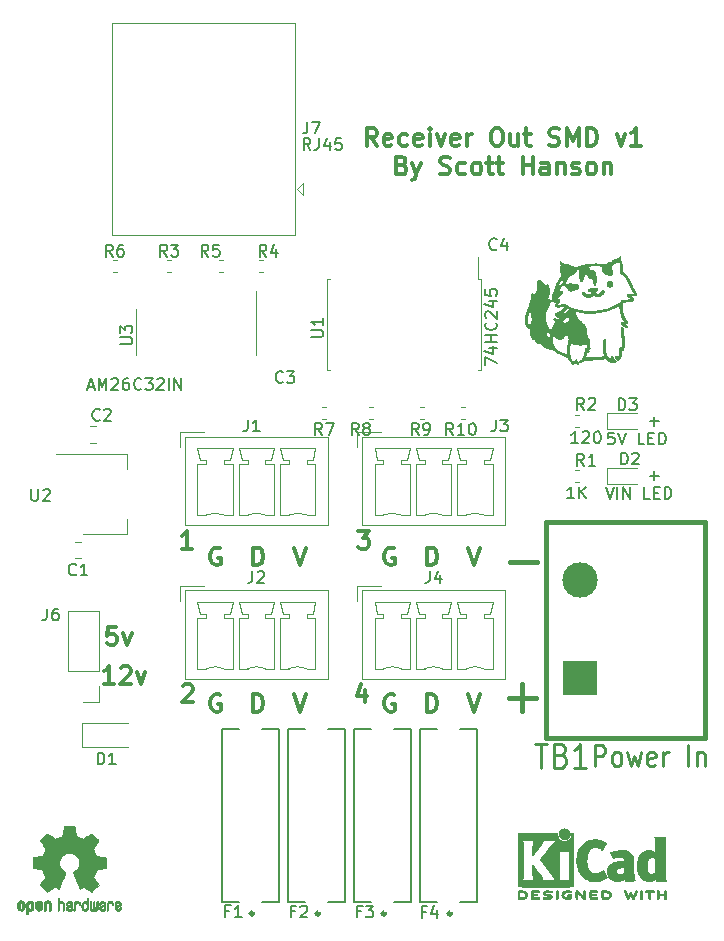
<source format=gbr>
G04 #@! TF.GenerationSoftware,KiCad,Pcbnew,(6.0.5)*
G04 #@! TF.CreationDate,2022-06-02T01:00:37-04:00*
G04 #@! TF.ProjectId,Receiver_Out,52656365-6976-4657-925f-4f75742e6b69,v1*
G04 #@! TF.SameCoordinates,Original*
G04 #@! TF.FileFunction,Legend,Top*
G04 #@! TF.FilePolarity,Positive*
%FSLAX46Y46*%
G04 Gerber Fmt 4.6, Leading zero omitted, Abs format (unit mm)*
G04 Created by KiCad (PCBNEW (6.0.5)) date 2022-06-02 01:00:37*
%MOMM*%
%LPD*%
G01*
G04 APERTURE LIST*
%ADD10C,0.300000*%
%ADD11C,0.400000*%
%ADD12C,0.150000*%
%ADD13C,0.254000*%
%ADD14C,0.215900*%
%ADD15C,0.010000*%
%ADD16C,0.120000*%
%ADD17C,0.381000*%
%ADD18C,0.127000*%
%ADD19R,3.000000X3.000000*%
%ADD20C,3.000000*%
G04 APERTURE END LIST*
D10*
X107698000Y-134006571D02*
X108198000Y-135506571D01*
X108698000Y-134006571D01*
X104249142Y-135506571D02*
X104249142Y-134006571D01*
X104606285Y-134006571D01*
X104820571Y-134078000D01*
X104963428Y-134220857D01*
X105034857Y-134363714D01*
X105106285Y-134649428D01*
X105106285Y-134863714D01*
X105034857Y-135149428D01*
X104963428Y-135292285D01*
X104820571Y-135435142D01*
X104606285Y-135506571D01*
X104249142Y-135506571D01*
X92966000Y-121606571D02*
X93466000Y-123106571D01*
X93966000Y-121606571D01*
X86746857Y-134078000D02*
X86604000Y-134006571D01*
X86389714Y-134006571D01*
X86175428Y-134078000D01*
X86032571Y-134220857D01*
X85961142Y-134363714D01*
X85889714Y-134649428D01*
X85889714Y-134863714D01*
X85961142Y-135149428D01*
X86032571Y-135292285D01*
X86175428Y-135435142D01*
X86389714Y-135506571D01*
X86532571Y-135506571D01*
X86746857Y-135435142D01*
X86818285Y-135363714D01*
X86818285Y-134863714D01*
X86532571Y-134863714D01*
X101478857Y-121678000D02*
X101336000Y-121606571D01*
X101121714Y-121606571D01*
X100907428Y-121678000D01*
X100764571Y-121820857D01*
X100693142Y-121963714D01*
X100621714Y-122249428D01*
X100621714Y-122463714D01*
X100693142Y-122749428D01*
X100764571Y-122892285D01*
X100907428Y-123035142D01*
X101121714Y-123106571D01*
X101264571Y-123106571D01*
X101478857Y-123035142D01*
X101550285Y-122963714D01*
X101550285Y-122463714D01*
X101264571Y-122463714D01*
D11*
X111258142Y-122832085D02*
X113543857Y-122832085D01*
D10*
X92966000Y-134006571D02*
X93466000Y-135506571D01*
X93966000Y-134006571D01*
X98401000Y-120196371D02*
X99329571Y-120196371D01*
X98829571Y-120767800D01*
X99043857Y-120767800D01*
X99186714Y-120839228D01*
X99258142Y-120910657D01*
X99329571Y-121053514D01*
X99329571Y-121410657D01*
X99258142Y-121553514D01*
X99186714Y-121624942D01*
X99043857Y-121696371D01*
X98615285Y-121696371D01*
X98472428Y-121624942D01*
X98401000Y-121553514D01*
X86746857Y-121678000D02*
X86604000Y-121606571D01*
X86389714Y-121606571D01*
X86175428Y-121678000D01*
X86032571Y-121820857D01*
X85961142Y-121963714D01*
X85889714Y-122249428D01*
X85889714Y-122463714D01*
X85961142Y-122749428D01*
X86032571Y-122892285D01*
X86175428Y-123035142D01*
X86389714Y-123106571D01*
X86532571Y-123106571D01*
X86746857Y-123035142D01*
X86818285Y-122963714D01*
X86818285Y-122463714D01*
X86532571Y-122463714D01*
X84329571Y-121696371D02*
X83472428Y-121696371D01*
X83901000Y-121696371D02*
X83901000Y-120196371D01*
X83758142Y-120410657D01*
X83615285Y-120553514D01*
X83472428Y-120624942D01*
X101478857Y-134078000D02*
X101336000Y-134006571D01*
X101121714Y-134006571D01*
X100907428Y-134078000D01*
X100764571Y-134220857D01*
X100693142Y-134363714D01*
X100621714Y-134649428D01*
X100621714Y-134863714D01*
X100693142Y-135149428D01*
X100764571Y-135292285D01*
X100907428Y-135435142D01*
X101121714Y-135506571D01*
X101264571Y-135506571D01*
X101478857Y-135435142D01*
X101550285Y-135363714D01*
X101550285Y-134863714D01*
X101264571Y-134863714D01*
X107698000Y-121606571D02*
X108198000Y-123106571D01*
X108698000Y-121606571D01*
X104249142Y-123106571D02*
X104249142Y-121606571D01*
X104606285Y-121606571D01*
X104820571Y-121678000D01*
X104963428Y-121820857D01*
X105034857Y-121963714D01*
X105106285Y-122249428D01*
X105106285Y-122463714D01*
X105034857Y-122749428D01*
X104963428Y-122892285D01*
X104820571Y-123035142D01*
X104606285Y-123106571D01*
X104249142Y-123106571D01*
X89517142Y-123106571D02*
X89517142Y-121606571D01*
X89874285Y-121606571D01*
X90088571Y-121678000D01*
X90231428Y-121820857D01*
X90302857Y-121963714D01*
X90374285Y-122249428D01*
X90374285Y-122463714D01*
X90302857Y-122749428D01*
X90231428Y-122892285D01*
X90088571Y-123035142D01*
X89874285Y-123106571D01*
X89517142Y-123106571D01*
X89517142Y-135506571D02*
X89517142Y-134006571D01*
X89874285Y-134006571D01*
X90088571Y-134078000D01*
X90231428Y-134220857D01*
X90302857Y-134363714D01*
X90374285Y-134649428D01*
X90374285Y-134863714D01*
X90302857Y-135149428D01*
X90231428Y-135292285D01*
X90088571Y-135435142D01*
X89874285Y-135506571D01*
X89517142Y-135506571D01*
X83572428Y-133339228D02*
X83643857Y-133267800D01*
X83786714Y-133196371D01*
X84143857Y-133196371D01*
X84286714Y-133267800D01*
X84358142Y-133339228D01*
X84429571Y-133482085D01*
X84429571Y-133624942D01*
X84358142Y-133839228D01*
X83501000Y-134696371D01*
X84429571Y-134696371D01*
D11*
X111158142Y-134332085D02*
X113443857Y-134332085D01*
X112301000Y-135474942D02*
X112301000Y-133189228D01*
D10*
X98986714Y-133696371D02*
X98986714Y-134696371D01*
X98629571Y-133124942D02*
X98272428Y-134196371D01*
X99201000Y-134196371D01*
X100016714Y-87598871D02*
X99516714Y-86884585D01*
X99159571Y-87598871D02*
X99159571Y-86098871D01*
X99731000Y-86098871D01*
X99873857Y-86170300D01*
X99945285Y-86241728D01*
X100016714Y-86384585D01*
X100016714Y-86598871D01*
X99945285Y-86741728D01*
X99873857Y-86813157D01*
X99731000Y-86884585D01*
X99159571Y-86884585D01*
X101231000Y-87527442D02*
X101088142Y-87598871D01*
X100802428Y-87598871D01*
X100659571Y-87527442D01*
X100588142Y-87384585D01*
X100588142Y-86813157D01*
X100659571Y-86670300D01*
X100802428Y-86598871D01*
X101088142Y-86598871D01*
X101231000Y-86670300D01*
X101302428Y-86813157D01*
X101302428Y-86956014D01*
X100588142Y-87098871D01*
X102588142Y-87527442D02*
X102445285Y-87598871D01*
X102159571Y-87598871D01*
X102016714Y-87527442D01*
X101945285Y-87456014D01*
X101873857Y-87313157D01*
X101873857Y-86884585D01*
X101945285Y-86741728D01*
X102016714Y-86670300D01*
X102159571Y-86598871D01*
X102445285Y-86598871D01*
X102588142Y-86670300D01*
X103802428Y-87527442D02*
X103659571Y-87598871D01*
X103373857Y-87598871D01*
X103231000Y-87527442D01*
X103159571Y-87384585D01*
X103159571Y-86813157D01*
X103231000Y-86670300D01*
X103373857Y-86598871D01*
X103659571Y-86598871D01*
X103802428Y-86670300D01*
X103873857Y-86813157D01*
X103873857Y-86956014D01*
X103159571Y-87098871D01*
X104516714Y-87598871D02*
X104516714Y-86598871D01*
X104516714Y-86098871D02*
X104445285Y-86170300D01*
X104516714Y-86241728D01*
X104588142Y-86170300D01*
X104516714Y-86098871D01*
X104516714Y-86241728D01*
X105088142Y-86598871D02*
X105445285Y-87598871D01*
X105802428Y-86598871D01*
X106945285Y-87527442D02*
X106802428Y-87598871D01*
X106516714Y-87598871D01*
X106373857Y-87527442D01*
X106302428Y-87384585D01*
X106302428Y-86813157D01*
X106373857Y-86670300D01*
X106516714Y-86598871D01*
X106802428Y-86598871D01*
X106945285Y-86670300D01*
X107016714Y-86813157D01*
X107016714Y-86956014D01*
X106302428Y-87098871D01*
X107659571Y-87598871D02*
X107659571Y-86598871D01*
X107659571Y-86884585D02*
X107731000Y-86741728D01*
X107802428Y-86670300D01*
X107945285Y-86598871D01*
X108088142Y-86598871D01*
X110016714Y-86098871D02*
X110302428Y-86098871D01*
X110445285Y-86170300D01*
X110588142Y-86313157D01*
X110659571Y-86598871D01*
X110659571Y-87098871D01*
X110588142Y-87384585D01*
X110445285Y-87527442D01*
X110302428Y-87598871D01*
X110016714Y-87598871D01*
X109873857Y-87527442D01*
X109731000Y-87384585D01*
X109659571Y-87098871D01*
X109659571Y-86598871D01*
X109731000Y-86313157D01*
X109873857Y-86170300D01*
X110016714Y-86098871D01*
X111945285Y-86598871D02*
X111945285Y-87598871D01*
X111302428Y-86598871D02*
X111302428Y-87384585D01*
X111373857Y-87527442D01*
X111516714Y-87598871D01*
X111731000Y-87598871D01*
X111873857Y-87527442D01*
X111945285Y-87456014D01*
X112445285Y-86598871D02*
X113016714Y-86598871D01*
X112659571Y-86098871D02*
X112659571Y-87384585D01*
X112731000Y-87527442D01*
X112873857Y-87598871D01*
X113016714Y-87598871D01*
X114588142Y-87527442D02*
X114802428Y-87598871D01*
X115159571Y-87598871D01*
X115302428Y-87527442D01*
X115373857Y-87456014D01*
X115445285Y-87313157D01*
X115445285Y-87170300D01*
X115373857Y-87027442D01*
X115302428Y-86956014D01*
X115159571Y-86884585D01*
X114873857Y-86813157D01*
X114731000Y-86741728D01*
X114659571Y-86670300D01*
X114588142Y-86527442D01*
X114588142Y-86384585D01*
X114659571Y-86241728D01*
X114731000Y-86170300D01*
X114873857Y-86098871D01*
X115231000Y-86098871D01*
X115445285Y-86170300D01*
X116088142Y-87598871D02*
X116088142Y-86098871D01*
X116588142Y-87170300D01*
X117088142Y-86098871D01*
X117088142Y-87598871D01*
X117802428Y-87598871D02*
X117802428Y-86098871D01*
X118159571Y-86098871D01*
X118373857Y-86170300D01*
X118516714Y-86313157D01*
X118588142Y-86456014D01*
X118659571Y-86741728D01*
X118659571Y-86956014D01*
X118588142Y-87241728D01*
X118516714Y-87384585D01*
X118373857Y-87527442D01*
X118159571Y-87598871D01*
X117802428Y-87598871D01*
X120302428Y-86598871D02*
X120659571Y-87598871D01*
X121016714Y-86598871D01*
X122373857Y-87598871D02*
X121516714Y-87598871D01*
X121945285Y-87598871D02*
X121945285Y-86098871D01*
X121802428Y-86313157D01*
X121659571Y-86456014D01*
X121516714Y-86527442D01*
X102123857Y-89228157D02*
X102338142Y-89299585D01*
X102409571Y-89371014D01*
X102481000Y-89513871D01*
X102481000Y-89728157D01*
X102409571Y-89871014D01*
X102338142Y-89942442D01*
X102195285Y-90013871D01*
X101623857Y-90013871D01*
X101623857Y-88513871D01*
X102123857Y-88513871D01*
X102266714Y-88585300D01*
X102338142Y-88656728D01*
X102409571Y-88799585D01*
X102409571Y-88942442D01*
X102338142Y-89085300D01*
X102266714Y-89156728D01*
X102123857Y-89228157D01*
X101623857Y-89228157D01*
X102981000Y-89013871D02*
X103338142Y-90013871D01*
X103695285Y-89013871D02*
X103338142Y-90013871D01*
X103195285Y-90371014D01*
X103123857Y-90442442D01*
X102981000Y-90513871D01*
X105338142Y-89942442D02*
X105552428Y-90013871D01*
X105909571Y-90013871D01*
X106052428Y-89942442D01*
X106123857Y-89871014D01*
X106195285Y-89728157D01*
X106195285Y-89585300D01*
X106123857Y-89442442D01*
X106052428Y-89371014D01*
X105909571Y-89299585D01*
X105623857Y-89228157D01*
X105481000Y-89156728D01*
X105409571Y-89085300D01*
X105338142Y-88942442D01*
X105338142Y-88799585D01*
X105409571Y-88656728D01*
X105481000Y-88585300D01*
X105623857Y-88513871D01*
X105981000Y-88513871D01*
X106195285Y-88585300D01*
X107481000Y-89942442D02*
X107338142Y-90013871D01*
X107052428Y-90013871D01*
X106909571Y-89942442D01*
X106838142Y-89871014D01*
X106766714Y-89728157D01*
X106766714Y-89299585D01*
X106838142Y-89156728D01*
X106909571Y-89085300D01*
X107052428Y-89013871D01*
X107338142Y-89013871D01*
X107481000Y-89085300D01*
X108338142Y-90013871D02*
X108195285Y-89942442D01*
X108123857Y-89871014D01*
X108052428Y-89728157D01*
X108052428Y-89299585D01*
X108123857Y-89156728D01*
X108195285Y-89085300D01*
X108338142Y-89013871D01*
X108552428Y-89013871D01*
X108695285Y-89085300D01*
X108766714Y-89156728D01*
X108838142Y-89299585D01*
X108838142Y-89728157D01*
X108766714Y-89871014D01*
X108695285Y-89942442D01*
X108552428Y-90013871D01*
X108338142Y-90013871D01*
X109266714Y-89013871D02*
X109838142Y-89013871D01*
X109481000Y-88513871D02*
X109481000Y-89799585D01*
X109552428Y-89942442D01*
X109695285Y-90013871D01*
X109838142Y-90013871D01*
X110123857Y-89013871D02*
X110695285Y-89013871D01*
X110338142Y-88513871D02*
X110338142Y-89799585D01*
X110409571Y-89942442D01*
X110552428Y-90013871D01*
X110695285Y-90013871D01*
X112338142Y-90013871D02*
X112338142Y-88513871D01*
X112338142Y-89228157D02*
X113195285Y-89228157D01*
X113195285Y-90013871D02*
X113195285Y-88513871D01*
X114552428Y-90013871D02*
X114552428Y-89228157D01*
X114481000Y-89085300D01*
X114338142Y-89013871D01*
X114052428Y-89013871D01*
X113909571Y-89085300D01*
X114552428Y-89942442D02*
X114409571Y-90013871D01*
X114052428Y-90013871D01*
X113909571Y-89942442D01*
X113838142Y-89799585D01*
X113838142Y-89656728D01*
X113909571Y-89513871D01*
X114052428Y-89442442D01*
X114409571Y-89442442D01*
X114552428Y-89371014D01*
X115266714Y-89013871D02*
X115266714Y-90013871D01*
X115266714Y-89156728D02*
X115338142Y-89085300D01*
X115481000Y-89013871D01*
X115695285Y-89013871D01*
X115838142Y-89085300D01*
X115909571Y-89228157D01*
X115909571Y-90013871D01*
X116552428Y-89942442D02*
X116695285Y-90013871D01*
X116981000Y-90013871D01*
X117123857Y-89942442D01*
X117195285Y-89799585D01*
X117195285Y-89728157D01*
X117123857Y-89585300D01*
X116981000Y-89513871D01*
X116766714Y-89513871D01*
X116623857Y-89442442D01*
X116552428Y-89299585D01*
X116552428Y-89228157D01*
X116623857Y-89085300D01*
X116766714Y-89013871D01*
X116981000Y-89013871D01*
X117123857Y-89085300D01*
X118052428Y-90013871D02*
X117909571Y-89942442D01*
X117838142Y-89871014D01*
X117766714Y-89728157D01*
X117766714Y-89299585D01*
X117838142Y-89156728D01*
X117909571Y-89085300D01*
X118052428Y-89013871D01*
X118266714Y-89013871D01*
X118409571Y-89085300D01*
X118481000Y-89156728D01*
X118552428Y-89299585D01*
X118552428Y-89728157D01*
X118481000Y-89871014D01*
X118409571Y-89942442D01*
X118266714Y-90013871D01*
X118052428Y-90013871D01*
X119195285Y-89013871D02*
X119195285Y-90013871D01*
X119195285Y-89156728D02*
X119266714Y-89085300D01*
X119409571Y-89013871D01*
X119623857Y-89013871D01*
X119766714Y-89085300D01*
X119838142Y-89228157D01*
X119838142Y-90013871D01*
D12*
X123472428Y-115898752D02*
X123472428Y-115136847D01*
X123853380Y-115517800D02*
X123091476Y-115517800D01*
X123472428Y-111298752D02*
X123472428Y-110536847D01*
X123853380Y-110917800D02*
X123091476Y-110917800D01*
D10*
X77743857Y-133146371D02*
X76886714Y-133146371D01*
X77315285Y-133146371D02*
X77315285Y-131646371D01*
X77172428Y-131860657D01*
X77029571Y-132003514D01*
X76886714Y-132074942D01*
X78315285Y-131789228D02*
X78386714Y-131717800D01*
X78529571Y-131646371D01*
X78886714Y-131646371D01*
X79029571Y-131717800D01*
X79101000Y-131789228D01*
X79172428Y-131932085D01*
X79172428Y-132074942D01*
X79101000Y-132289228D01*
X78243857Y-133146371D01*
X79172428Y-133146371D01*
X79672428Y-132146371D02*
X80029571Y-133146371D01*
X80386714Y-132146371D01*
X77936714Y-128346371D02*
X77222428Y-128346371D01*
X77151000Y-129060657D01*
X77222428Y-128989228D01*
X77365285Y-128917800D01*
X77722428Y-128917800D01*
X77865285Y-128989228D01*
X77936714Y-129060657D01*
X78008142Y-129203514D01*
X78008142Y-129560657D01*
X77936714Y-129703514D01*
X77865285Y-129774942D01*
X77722428Y-129846371D01*
X77365285Y-129846371D01*
X77222428Y-129774942D01*
X77151000Y-129703514D01*
X78508142Y-128846371D02*
X78865285Y-129846371D01*
X79222428Y-128846371D01*
D12*
X89466666Y-123602380D02*
X89466666Y-124316666D01*
X89419047Y-124459523D01*
X89323809Y-124554761D01*
X89180952Y-124602380D01*
X89085714Y-124602380D01*
X89895238Y-123697619D02*
X89942857Y-123650000D01*
X90038095Y-123602380D01*
X90276190Y-123602380D01*
X90371428Y-123650000D01*
X90419047Y-123697619D01*
X90466666Y-123792857D01*
X90466666Y-123888095D01*
X90419047Y-124030952D01*
X89847619Y-124602380D01*
X90466666Y-124602380D01*
X104466666Y-123602380D02*
X104466666Y-124316666D01*
X104419047Y-124459523D01*
X104323809Y-124554761D01*
X104180952Y-124602380D01*
X104085714Y-124602380D01*
X105371428Y-123935714D02*
X105371428Y-124602380D01*
X105133333Y-123554761D02*
X104895238Y-124269047D01*
X105514285Y-124269047D01*
X110067666Y-110770180D02*
X110067666Y-111484466D01*
X110020047Y-111627323D01*
X109924809Y-111722561D01*
X109781952Y-111770180D01*
X109686714Y-111770180D01*
X110448619Y-110770180D02*
X111067666Y-110770180D01*
X110734333Y-111151133D01*
X110877190Y-111151133D01*
X110972428Y-111198752D01*
X111020047Y-111246371D01*
X111067666Y-111341609D01*
X111067666Y-111579704D01*
X111020047Y-111674942D01*
X110972428Y-111722561D01*
X110877190Y-111770180D01*
X110591476Y-111770180D01*
X110496238Y-111722561D01*
X110448619Y-111674942D01*
X89067666Y-110770180D02*
X89067666Y-111484466D01*
X89020047Y-111627323D01*
X88924809Y-111722561D01*
X88781952Y-111770180D01*
X88686714Y-111770180D01*
X90067666Y-111770180D02*
X89496238Y-111770180D01*
X89781952Y-111770180D02*
X89781952Y-110770180D01*
X89686714Y-110913038D01*
X89591476Y-111008276D01*
X89496238Y-111055895D01*
D13*
X113357333Y-138205038D02*
X114373333Y-138205038D01*
X113865333Y-140237038D02*
X113865333Y-138205038D01*
X115558666Y-139172657D02*
X115812666Y-139269419D01*
X115897333Y-139366180D01*
X115982000Y-139559704D01*
X115982000Y-139849990D01*
X115897333Y-140043514D01*
X115812666Y-140140276D01*
X115643333Y-140237038D01*
X114966000Y-140237038D01*
X114966000Y-138205038D01*
X115558666Y-138205038D01*
X115728000Y-138301800D01*
X115812666Y-138398561D01*
X115897333Y-138592085D01*
X115897333Y-138785609D01*
X115812666Y-138979133D01*
X115728000Y-139075895D01*
X115558666Y-139172657D01*
X114966000Y-139172657D01*
X117675333Y-140237038D02*
X116659333Y-140237038D01*
X117167333Y-140237038D02*
X117167333Y-138205038D01*
X116998000Y-138495323D01*
X116828666Y-138688847D01*
X116659333Y-138785609D01*
D14*
X118456428Y-140122133D02*
X118456428Y-138344133D01*
X119037000Y-138344133D01*
X119182142Y-138428800D01*
X119254714Y-138513466D01*
X119327285Y-138682800D01*
X119327285Y-138936800D01*
X119254714Y-139106133D01*
X119182142Y-139190800D01*
X119037000Y-139275466D01*
X118456428Y-139275466D01*
X120198142Y-140122133D02*
X120053000Y-140037466D01*
X119980428Y-139952800D01*
X119907857Y-139783466D01*
X119907857Y-139275466D01*
X119980428Y-139106133D01*
X120053000Y-139021466D01*
X120198142Y-138936800D01*
X120415857Y-138936800D01*
X120561000Y-139021466D01*
X120633571Y-139106133D01*
X120706142Y-139275466D01*
X120706142Y-139783466D01*
X120633571Y-139952800D01*
X120561000Y-140037466D01*
X120415857Y-140122133D01*
X120198142Y-140122133D01*
X121214142Y-138936800D02*
X121504428Y-140122133D01*
X121794714Y-139275466D01*
X122085000Y-140122133D01*
X122375285Y-138936800D01*
X123536428Y-140037466D02*
X123391285Y-140122133D01*
X123101000Y-140122133D01*
X122955857Y-140037466D01*
X122883285Y-139868133D01*
X122883285Y-139190800D01*
X122955857Y-139021466D01*
X123101000Y-138936800D01*
X123391285Y-138936800D01*
X123536428Y-139021466D01*
X123609000Y-139190800D01*
X123609000Y-139360133D01*
X122883285Y-139529466D01*
X124262142Y-140122133D02*
X124262142Y-138936800D01*
X124262142Y-139275466D02*
X124334714Y-139106133D01*
X124407285Y-139021466D01*
X124552428Y-138936800D01*
X124697571Y-138936800D01*
X126366714Y-140122133D02*
X126366714Y-138344133D01*
X127092428Y-138936800D02*
X127092428Y-140122133D01*
X127092428Y-139106133D02*
X127165000Y-139021466D01*
X127310142Y-138936800D01*
X127527857Y-138936800D01*
X127673000Y-139021466D01*
X127745571Y-139190800D01*
X127745571Y-140122133D01*
D12*
X93042666Y-152396371D02*
X92709333Y-152396371D01*
X92709333Y-152920180D02*
X92709333Y-151920180D01*
X93185523Y-151920180D01*
X93518857Y-152015419D02*
X93566476Y-151967800D01*
X93661714Y-151920180D01*
X93899809Y-151920180D01*
X93995047Y-151967800D01*
X94042666Y-152015419D01*
X94090285Y-152110657D01*
X94090285Y-152205895D01*
X94042666Y-152348752D01*
X93471238Y-152920180D01*
X94090285Y-152920180D01*
X104117666Y-152421371D02*
X103784333Y-152421371D01*
X103784333Y-152945180D02*
X103784333Y-151945180D01*
X104260523Y-151945180D01*
X105070047Y-152278514D02*
X105070047Y-152945180D01*
X104831952Y-151897561D02*
X104593857Y-152611847D01*
X105212904Y-152611847D01*
X87492666Y-152371371D02*
X87159333Y-152371371D01*
X87159333Y-152895180D02*
X87159333Y-151895180D01*
X87635523Y-151895180D01*
X88540285Y-152895180D02*
X87968857Y-152895180D01*
X88254571Y-152895180D02*
X88254571Y-151895180D01*
X88159333Y-152038038D01*
X88064095Y-152133276D01*
X87968857Y-152180895D01*
X98642666Y-152396371D02*
X98309333Y-152396371D01*
X98309333Y-152920180D02*
X98309333Y-151920180D01*
X98785523Y-151920180D01*
X99071238Y-151920180D02*
X99690285Y-151920180D01*
X99356952Y-152301133D01*
X99499809Y-152301133D01*
X99595047Y-152348752D01*
X99642666Y-152396371D01*
X99690285Y-152491609D01*
X99690285Y-152729704D01*
X99642666Y-152824942D01*
X99595047Y-152872561D01*
X99499809Y-152920180D01*
X99214095Y-152920180D01*
X99118857Y-152872561D01*
X99071238Y-152824942D01*
X74534333Y-123874942D02*
X74486714Y-123922561D01*
X74343857Y-123970180D01*
X74248619Y-123970180D01*
X74105761Y-123922561D01*
X74010523Y-123827323D01*
X73962904Y-123732085D01*
X73915285Y-123541609D01*
X73915285Y-123398752D01*
X73962904Y-123208276D01*
X74010523Y-123113038D01*
X74105761Y-123017800D01*
X74248619Y-122970180D01*
X74343857Y-122970180D01*
X74486714Y-123017800D01*
X74534333Y-123065419D01*
X75486714Y-123970180D02*
X74915285Y-123970180D01*
X75201000Y-123970180D02*
X75201000Y-122970180D01*
X75105761Y-123113038D01*
X75010523Y-123208276D01*
X74915285Y-123255895D01*
X72067666Y-126770180D02*
X72067666Y-127484466D01*
X72020047Y-127627323D01*
X71924809Y-127722561D01*
X71781952Y-127770180D01*
X71686714Y-127770180D01*
X72972428Y-126770180D02*
X72781952Y-126770180D01*
X72686714Y-126817800D01*
X72639095Y-126865419D01*
X72543857Y-127008276D01*
X72496238Y-127198752D01*
X72496238Y-127579704D01*
X72543857Y-127674942D01*
X72591476Y-127722561D01*
X72686714Y-127770180D01*
X72877190Y-127770180D01*
X72972428Y-127722561D01*
X73020047Y-127674942D01*
X73067666Y-127579704D01*
X73067666Y-127341609D01*
X73020047Y-127246371D01*
X72972428Y-127198752D01*
X72877190Y-127151133D01*
X72686714Y-127151133D01*
X72591476Y-127198752D01*
X72543857Y-127246371D01*
X72496238Y-127341609D01*
X76534333Y-110774942D02*
X76486714Y-110822561D01*
X76343857Y-110870180D01*
X76248619Y-110870180D01*
X76105761Y-110822561D01*
X76010523Y-110727323D01*
X75962904Y-110632085D01*
X75915285Y-110441609D01*
X75915285Y-110298752D01*
X75962904Y-110108276D01*
X76010523Y-110013038D01*
X76105761Y-109917800D01*
X76248619Y-109870180D01*
X76343857Y-109870180D01*
X76486714Y-109917800D01*
X76534333Y-109965419D01*
X76915285Y-109965419D02*
X76962904Y-109917800D01*
X77058142Y-109870180D01*
X77296238Y-109870180D01*
X77391476Y-109917800D01*
X77439095Y-109965419D01*
X77486714Y-110060657D01*
X77486714Y-110155895D01*
X77439095Y-110298752D01*
X76867666Y-110870180D01*
X77486714Y-110870180D01*
X117534333Y-114670180D02*
X117201000Y-114193990D01*
X116962904Y-114670180D02*
X116962904Y-113670180D01*
X117343857Y-113670180D01*
X117439095Y-113717800D01*
X117486714Y-113765419D01*
X117534333Y-113860657D01*
X117534333Y-114003514D01*
X117486714Y-114098752D01*
X117439095Y-114146371D01*
X117343857Y-114193990D01*
X116962904Y-114193990D01*
X118486714Y-114670180D02*
X117915285Y-114670180D01*
X118201000Y-114670180D02*
X118201000Y-113670180D01*
X118105761Y-113813038D01*
X118010523Y-113908276D01*
X117915285Y-113955895D01*
X116703714Y-117452180D02*
X116132285Y-117452180D01*
X116418000Y-117452180D02*
X116418000Y-116452180D01*
X116322761Y-116595038D01*
X116227523Y-116690276D01*
X116132285Y-116737895D01*
X117132285Y-117452180D02*
X117132285Y-116452180D01*
X117703714Y-117452180D02*
X117275142Y-116880752D01*
X117703714Y-116452180D02*
X117132285Y-117023609D01*
X120462904Y-109985181D02*
X120462904Y-108985181D01*
X120701000Y-108985181D01*
X120843857Y-109032801D01*
X120939095Y-109128039D01*
X120986714Y-109223277D01*
X121034333Y-109413753D01*
X121034333Y-109556610D01*
X120986714Y-109747086D01*
X120939095Y-109842324D01*
X120843857Y-109937562D01*
X120701000Y-109985181D01*
X120462904Y-109985181D01*
X121367666Y-108985181D02*
X121986714Y-108985181D01*
X121653380Y-109366134D01*
X121796238Y-109366134D01*
X121891476Y-109413753D01*
X121939095Y-109461372D01*
X121986714Y-109556610D01*
X121986714Y-109794705D01*
X121939095Y-109889943D01*
X121891476Y-109937562D01*
X121796238Y-109985181D01*
X121510523Y-109985181D01*
X121415285Y-109937562D01*
X121367666Y-109889943D01*
X120072428Y-111870180D02*
X119596238Y-111870180D01*
X119548619Y-112346371D01*
X119596238Y-112298752D01*
X119691476Y-112251133D01*
X119929571Y-112251133D01*
X120024809Y-112298752D01*
X120072428Y-112346371D01*
X120120047Y-112441609D01*
X120120047Y-112679704D01*
X120072428Y-112774942D01*
X120024809Y-112822561D01*
X119929571Y-112870180D01*
X119691476Y-112870180D01*
X119596238Y-112822561D01*
X119548619Y-112774942D01*
X120405761Y-111870180D02*
X120739095Y-112870180D01*
X121072428Y-111870180D01*
X122643857Y-112870180D02*
X122167666Y-112870180D01*
X122167666Y-111870180D01*
X122977190Y-112346371D02*
X123310523Y-112346371D01*
X123453380Y-112870180D02*
X122977190Y-112870180D01*
X122977190Y-111870180D01*
X123453380Y-111870180D01*
X123881952Y-112870180D02*
X123881952Y-111870180D01*
X124120047Y-111870180D01*
X124262904Y-111917800D01*
X124358142Y-112013038D01*
X124405761Y-112108276D01*
X124453380Y-112298752D01*
X124453380Y-112441609D01*
X124405761Y-112632085D01*
X124358142Y-112727323D01*
X124262904Y-112822561D01*
X124120047Y-112870180D01*
X123881952Y-112870180D01*
X117534333Y-109935181D02*
X117201000Y-109458991D01*
X116962904Y-109935181D02*
X116962904Y-108935181D01*
X117343857Y-108935181D01*
X117439095Y-108982801D01*
X117486714Y-109030420D01*
X117534333Y-109125658D01*
X117534333Y-109268515D01*
X117486714Y-109363753D01*
X117439095Y-109411372D01*
X117343857Y-109458991D01*
X116962904Y-109458991D01*
X117915285Y-109030420D02*
X117962904Y-108982801D01*
X118058142Y-108935181D01*
X118296238Y-108935181D01*
X118391476Y-108982801D01*
X118439095Y-109030420D01*
X118486714Y-109125658D01*
X118486714Y-109220896D01*
X118439095Y-109363753D01*
X117867666Y-109935181D01*
X118486714Y-109935181D01*
X117034333Y-112770180D02*
X116462904Y-112770180D01*
X116748619Y-112770180D02*
X116748619Y-111770180D01*
X116653380Y-111913038D01*
X116558142Y-112008276D01*
X116462904Y-112055895D01*
X117415285Y-111865419D02*
X117462904Y-111817800D01*
X117558142Y-111770180D01*
X117796238Y-111770180D01*
X117891476Y-111817800D01*
X117939095Y-111865419D01*
X117986714Y-111960657D01*
X117986714Y-112055895D01*
X117939095Y-112198752D01*
X117367666Y-112770180D01*
X117986714Y-112770180D01*
X118605761Y-111770180D02*
X118701000Y-111770180D01*
X118796238Y-111817800D01*
X118843857Y-111865419D01*
X118891476Y-111960657D01*
X118939095Y-112151133D01*
X118939095Y-112389228D01*
X118891476Y-112579704D01*
X118843857Y-112674942D01*
X118796238Y-112722561D01*
X118701000Y-112770180D01*
X118605761Y-112770180D01*
X118510523Y-112722561D01*
X118462904Y-112674942D01*
X118415285Y-112579704D01*
X118367666Y-112389228D01*
X118367666Y-112151133D01*
X118415285Y-111960657D01*
X118462904Y-111865419D01*
X118510523Y-111817800D01*
X118605761Y-111770180D01*
X120662904Y-114570180D02*
X120662904Y-113570180D01*
X120901000Y-113570180D01*
X121043857Y-113617800D01*
X121139095Y-113713038D01*
X121186714Y-113808276D01*
X121234333Y-113998752D01*
X121234333Y-114141609D01*
X121186714Y-114332085D01*
X121139095Y-114427323D01*
X121043857Y-114522561D01*
X120901000Y-114570180D01*
X120662904Y-114570180D01*
X121615285Y-113665419D02*
X121662904Y-113617800D01*
X121758142Y-113570180D01*
X121996238Y-113570180D01*
X122091476Y-113617800D01*
X122139095Y-113665419D01*
X122186714Y-113760657D01*
X122186714Y-113855895D01*
X122139095Y-113998752D01*
X121567666Y-114570180D01*
X122186714Y-114570180D01*
X119367666Y-116470180D02*
X119701000Y-117470180D01*
X120034333Y-116470180D01*
X120367666Y-117470180D02*
X120367666Y-116470180D01*
X120843857Y-117470180D02*
X120843857Y-116470180D01*
X121415285Y-117470180D01*
X121415285Y-116470180D01*
X123129571Y-117470180D02*
X122653380Y-117470180D01*
X122653380Y-116470180D01*
X123462904Y-116946371D02*
X123796238Y-116946371D01*
X123939095Y-117470180D02*
X123462904Y-117470180D01*
X123462904Y-116470180D01*
X123939095Y-116470180D01*
X124367666Y-117470180D02*
X124367666Y-116470180D01*
X124605761Y-116470180D01*
X124748619Y-116517800D01*
X124843857Y-116613038D01*
X124891476Y-116708276D01*
X124939095Y-116898752D01*
X124939095Y-117041609D01*
X124891476Y-117232085D01*
X124843857Y-117327323D01*
X124748619Y-117422561D01*
X124605761Y-117470180D01*
X124367666Y-117470180D01*
X94117666Y-85538180D02*
X94117666Y-86252466D01*
X94070047Y-86395323D01*
X93974809Y-86490561D01*
X93831952Y-86538180D01*
X93736714Y-86538180D01*
X94498619Y-85538180D02*
X95165285Y-85538180D01*
X94736714Y-86538180D01*
X94377190Y-87938180D02*
X94043857Y-87461990D01*
X93805761Y-87938180D02*
X93805761Y-86938180D01*
X94186714Y-86938180D01*
X94281952Y-86985800D01*
X94329571Y-87033419D01*
X94377190Y-87128657D01*
X94377190Y-87271514D01*
X94329571Y-87366752D01*
X94281952Y-87414371D01*
X94186714Y-87461990D01*
X93805761Y-87461990D01*
X95091476Y-86938180D02*
X95091476Y-87652466D01*
X95043857Y-87795323D01*
X94948619Y-87890561D01*
X94805761Y-87938180D01*
X94710523Y-87938180D01*
X95996238Y-87271514D02*
X95996238Y-87938180D01*
X95758142Y-86890561D02*
X95520047Y-87604847D01*
X96139095Y-87604847D01*
X96996238Y-86938180D02*
X96520047Y-86938180D01*
X96472428Y-87414371D01*
X96520047Y-87366752D01*
X96615285Y-87319133D01*
X96853380Y-87319133D01*
X96948619Y-87366752D01*
X96996238Y-87414371D01*
X97043857Y-87509609D01*
X97043857Y-87747704D01*
X96996238Y-87842942D01*
X96948619Y-87890561D01*
X96853380Y-87938180D01*
X96615285Y-87938180D01*
X96520047Y-87890561D01*
X96472428Y-87842942D01*
X82234333Y-96970180D02*
X81901000Y-96493990D01*
X81662904Y-96970180D02*
X81662904Y-95970180D01*
X82043857Y-95970180D01*
X82139095Y-96017800D01*
X82186714Y-96065419D01*
X82234333Y-96160657D01*
X82234333Y-96303514D01*
X82186714Y-96398752D01*
X82139095Y-96446371D01*
X82043857Y-96493990D01*
X81662904Y-96493990D01*
X82567666Y-95970180D02*
X83186714Y-95970180D01*
X82853380Y-96351133D01*
X82996238Y-96351133D01*
X83091476Y-96398752D01*
X83139095Y-96446371D01*
X83186714Y-96541609D01*
X83186714Y-96779704D01*
X83139095Y-96874942D01*
X83091476Y-96922561D01*
X82996238Y-96970180D01*
X82710523Y-96970180D01*
X82615285Y-96922561D01*
X82567666Y-96874942D01*
X90634333Y-96970180D02*
X90301000Y-96493990D01*
X90062904Y-96970180D02*
X90062904Y-95970180D01*
X90443857Y-95970180D01*
X90539095Y-96017800D01*
X90586714Y-96065419D01*
X90634333Y-96160657D01*
X90634333Y-96303514D01*
X90586714Y-96398752D01*
X90539095Y-96446371D01*
X90443857Y-96493990D01*
X90062904Y-96493990D01*
X91491476Y-96303514D02*
X91491476Y-96970180D01*
X91253380Y-95922561D02*
X91015285Y-96636847D01*
X91634333Y-96636847D01*
X85734333Y-96970180D02*
X85401000Y-96493990D01*
X85162904Y-96970180D02*
X85162904Y-95970180D01*
X85543857Y-95970180D01*
X85639095Y-96017800D01*
X85686714Y-96065419D01*
X85734333Y-96160657D01*
X85734333Y-96303514D01*
X85686714Y-96398752D01*
X85639095Y-96446371D01*
X85543857Y-96493990D01*
X85162904Y-96493990D01*
X86639095Y-95970180D02*
X86162904Y-95970180D01*
X86115285Y-96446371D01*
X86162904Y-96398752D01*
X86258142Y-96351133D01*
X86496238Y-96351133D01*
X86591476Y-96398752D01*
X86639095Y-96446371D01*
X86686714Y-96541609D01*
X86686714Y-96779704D01*
X86639095Y-96874942D01*
X86591476Y-96922561D01*
X86496238Y-96970180D01*
X86258142Y-96970180D01*
X86162904Y-96922561D01*
X86115285Y-96874942D01*
X77634333Y-96970180D02*
X77301000Y-96493990D01*
X77062904Y-96970180D02*
X77062904Y-95970180D01*
X77443857Y-95970180D01*
X77539095Y-96017800D01*
X77586714Y-96065419D01*
X77634333Y-96160657D01*
X77634333Y-96303514D01*
X77586714Y-96398752D01*
X77539095Y-96446371D01*
X77443857Y-96493990D01*
X77062904Y-96493990D01*
X78491476Y-95970180D02*
X78301000Y-95970180D01*
X78205761Y-96017800D01*
X78158142Y-96065419D01*
X78062904Y-96208276D01*
X78015285Y-96398752D01*
X78015285Y-96779704D01*
X78062904Y-96874942D01*
X78110523Y-96922561D01*
X78205761Y-96970180D01*
X78396238Y-96970180D01*
X78491476Y-96922561D01*
X78539095Y-96874942D01*
X78586714Y-96779704D01*
X78586714Y-96541609D01*
X78539095Y-96446371D01*
X78491476Y-96398752D01*
X78396238Y-96351133D01*
X78205761Y-96351133D01*
X78110523Y-96398752D01*
X78062904Y-96446371D01*
X78015285Y-96541609D01*
X78279380Y-104393704D02*
X79088904Y-104393704D01*
X79184142Y-104346085D01*
X79231761Y-104298466D01*
X79279380Y-104203228D01*
X79279380Y-104012752D01*
X79231761Y-103917514D01*
X79184142Y-103869895D01*
X79088904Y-103822276D01*
X78279380Y-103822276D01*
X78279380Y-103441323D02*
X78279380Y-102822276D01*
X78660333Y-103155609D01*
X78660333Y-103012752D01*
X78707952Y-102917514D01*
X78755571Y-102869895D01*
X78850809Y-102822276D01*
X79088904Y-102822276D01*
X79184142Y-102869895D01*
X79231761Y-102917514D01*
X79279380Y-103012752D01*
X79279380Y-103298466D01*
X79231761Y-103393704D01*
X79184142Y-103441323D01*
X75524809Y-107984466D02*
X76001000Y-107984466D01*
X75429571Y-108270180D02*
X75762904Y-107270180D01*
X76096238Y-108270180D01*
X76429571Y-108270180D02*
X76429571Y-107270180D01*
X76762904Y-107984466D01*
X77096238Y-107270180D01*
X77096238Y-108270180D01*
X77524809Y-107365419D02*
X77572428Y-107317800D01*
X77667666Y-107270180D01*
X77905761Y-107270180D01*
X78001000Y-107317800D01*
X78048619Y-107365419D01*
X78096238Y-107460657D01*
X78096238Y-107555895D01*
X78048619Y-107698752D01*
X77477190Y-108270180D01*
X78096238Y-108270180D01*
X78953380Y-107270180D02*
X78762904Y-107270180D01*
X78667666Y-107317800D01*
X78620047Y-107365419D01*
X78524809Y-107508276D01*
X78477190Y-107698752D01*
X78477190Y-108079704D01*
X78524809Y-108174942D01*
X78572428Y-108222561D01*
X78667666Y-108270180D01*
X78858142Y-108270180D01*
X78953380Y-108222561D01*
X79001000Y-108174942D01*
X79048619Y-108079704D01*
X79048619Y-107841609D01*
X79001000Y-107746371D01*
X78953380Y-107698752D01*
X78858142Y-107651133D01*
X78667666Y-107651133D01*
X78572428Y-107698752D01*
X78524809Y-107746371D01*
X78477190Y-107841609D01*
X80048619Y-108174942D02*
X80001000Y-108222561D01*
X79858142Y-108270180D01*
X79762904Y-108270180D01*
X79620047Y-108222561D01*
X79524809Y-108127323D01*
X79477190Y-108032085D01*
X79429571Y-107841609D01*
X79429571Y-107698752D01*
X79477190Y-107508276D01*
X79524809Y-107413038D01*
X79620047Y-107317800D01*
X79762904Y-107270180D01*
X79858142Y-107270180D01*
X80001000Y-107317800D01*
X80048619Y-107365419D01*
X80381952Y-107270180D02*
X81001000Y-107270180D01*
X80667666Y-107651133D01*
X80810523Y-107651133D01*
X80905761Y-107698752D01*
X80953380Y-107746371D01*
X81001000Y-107841609D01*
X81001000Y-108079704D01*
X80953380Y-108174942D01*
X80905761Y-108222561D01*
X80810523Y-108270180D01*
X80524809Y-108270180D01*
X80429571Y-108222561D01*
X80381952Y-108174942D01*
X81381952Y-107365419D02*
X81429571Y-107317800D01*
X81524809Y-107270180D01*
X81762904Y-107270180D01*
X81858142Y-107317800D01*
X81905761Y-107365419D01*
X81953380Y-107460657D01*
X81953380Y-107555895D01*
X81905761Y-107698752D01*
X81334333Y-108270180D01*
X81953380Y-108270180D01*
X82381952Y-108270180D02*
X82381952Y-107270180D01*
X82858142Y-108270180D02*
X82858142Y-107270180D01*
X83429571Y-108270180D01*
X83429571Y-107270180D01*
X92034333Y-107574942D02*
X91986714Y-107622561D01*
X91843857Y-107670180D01*
X91748619Y-107670180D01*
X91605761Y-107622561D01*
X91510523Y-107527323D01*
X91462904Y-107432085D01*
X91415285Y-107241609D01*
X91415285Y-107098752D01*
X91462904Y-106908276D01*
X91510523Y-106813038D01*
X91605761Y-106717800D01*
X91748619Y-106670180D01*
X91843857Y-106670180D01*
X91986714Y-106717800D01*
X92034333Y-106765419D01*
X92367666Y-106670180D02*
X92986714Y-106670180D01*
X92653380Y-107051133D01*
X92796238Y-107051133D01*
X92891476Y-107098752D01*
X92939095Y-107146371D01*
X92986714Y-107241609D01*
X92986714Y-107479704D01*
X92939095Y-107574942D01*
X92891476Y-107622561D01*
X92796238Y-107670180D01*
X92510523Y-107670180D01*
X92415285Y-107622561D01*
X92367666Y-107574942D01*
X76362904Y-139970180D02*
X76362904Y-138970180D01*
X76601000Y-138970180D01*
X76743857Y-139017800D01*
X76839095Y-139113038D01*
X76886714Y-139208276D01*
X76934333Y-139398752D01*
X76934333Y-139541609D01*
X76886714Y-139732085D01*
X76839095Y-139827323D01*
X76743857Y-139922561D01*
X76601000Y-139970180D01*
X76362904Y-139970180D01*
X77886714Y-139970180D02*
X77315285Y-139970180D01*
X77601000Y-139970180D02*
X77601000Y-138970180D01*
X77505761Y-139113038D01*
X77410523Y-139208276D01*
X77315285Y-139255895D01*
X95334333Y-112070180D02*
X95001000Y-111593990D01*
X94762904Y-112070180D02*
X94762904Y-111070180D01*
X95143857Y-111070180D01*
X95239095Y-111117800D01*
X95286714Y-111165419D01*
X95334333Y-111260657D01*
X95334333Y-111403514D01*
X95286714Y-111498752D01*
X95239095Y-111546371D01*
X95143857Y-111593990D01*
X94762904Y-111593990D01*
X95667666Y-111070180D02*
X96334333Y-111070180D01*
X95905761Y-112070180D01*
X98459333Y-112070180D02*
X98126000Y-111593990D01*
X97887904Y-112070180D02*
X97887904Y-111070180D01*
X98268857Y-111070180D01*
X98364095Y-111117800D01*
X98411714Y-111165419D01*
X98459333Y-111260657D01*
X98459333Y-111403514D01*
X98411714Y-111498752D01*
X98364095Y-111546371D01*
X98268857Y-111593990D01*
X97887904Y-111593990D01*
X99030761Y-111498752D02*
X98935523Y-111451133D01*
X98887904Y-111403514D01*
X98840285Y-111308276D01*
X98840285Y-111260657D01*
X98887904Y-111165419D01*
X98935523Y-111117800D01*
X99030761Y-111070180D01*
X99221238Y-111070180D01*
X99316476Y-111117800D01*
X99364095Y-111165419D01*
X99411714Y-111260657D01*
X99411714Y-111308276D01*
X99364095Y-111403514D01*
X99316476Y-111451133D01*
X99221238Y-111498752D01*
X99030761Y-111498752D01*
X98935523Y-111546371D01*
X98887904Y-111593990D01*
X98840285Y-111689228D01*
X98840285Y-111879704D01*
X98887904Y-111974942D01*
X98935523Y-112022561D01*
X99030761Y-112070180D01*
X99221238Y-112070180D01*
X99316476Y-112022561D01*
X99364095Y-111974942D01*
X99411714Y-111879704D01*
X99411714Y-111689228D01*
X99364095Y-111593990D01*
X99316476Y-111546371D01*
X99221238Y-111498752D01*
X106458142Y-112070180D02*
X106124809Y-111593990D01*
X105886714Y-112070180D02*
X105886714Y-111070180D01*
X106267666Y-111070180D01*
X106362904Y-111117800D01*
X106410523Y-111165419D01*
X106458142Y-111260657D01*
X106458142Y-111403514D01*
X106410523Y-111498752D01*
X106362904Y-111546371D01*
X106267666Y-111593990D01*
X105886714Y-111593990D01*
X107410523Y-112070180D02*
X106839095Y-112070180D01*
X107124809Y-112070180D02*
X107124809Y-111070180D01*
X107029571Y-111213038D01*
X106934333Y-111308276D01*
X106839095Y-111355895D01*
X108029571Y-111070180D02*
X108124809Y-111070180D01*
X108220047Y-111117800D01*
X108267666Y-111165419D01*
X108315285Y-111260657D01*
X108362904Y-111451133D01*
X108362904Y-111689228D01*
X108315285Y-111879704D01*
X108267666Y-111974942D01*
X108220047Y-112022561D01*
X108124809Y-112070180D01*
X108029571Y-112070180D01*
X107934333Y-112022561D01*
X107886714Y-111974942D01*
X107839095Y-111879704D01*
X107791476Y-111689228D01*
X107791476Y-111451133D01*
X107839095Y-111260657D01*
X107886714Y-111165419D01*
X107934333Y-111117800D01*
X108029571Y-111070180D01*
X70739095Y-116670180D02*
X70739095Y-117479704D01*
X70786714Y-117574942D01*
X70834333Y-117622561D01*
X70929571Y-117670180D01*
X71120047Y-117670180D01*
X71215285Y-117622561D01*
X71262904Y-117574942D01*
X71310523Y-117479704D01*
X71310523Y-116670180D01*
X71739095Y-116765419D02*
X71786714Y-116717800D01*
X71881952Y-116670180D01*
X72120047Y-116670180D01*
X72215285Y-116717800D01*
X72262904Y-116765419D01*
X72310523Y-116860657D01*
X72310523Y-116955895D01*
X72262904Y-117098752D01*
X71691476Y-117670180D01*
X72310523Y-117670180D01*
X94453380Y-103779704D02*
X95262904Y-103779704D01*
X95358142Y-103732085D01*
X95405761Y-103684466D01*
X95453380Y-103589228D01*
X95453380Y-103398752D01*
X95405761Y-103303514D01*
X95358142Y-103255895D01*
X95262904Y-103208276D01*
X94453380Y-103208276D01*
X95453380Y-102208276D02*
X95453380Y-102779704D01*
X95453380Y-102493990D02*
X94453380Y-102493990D01*
X94596238Y-102589228D01*
X94691476Y-102684466D01*
X94739095Y-102779704D01*
X109153380Y-106179704D02*
X109153380Y-105513038D01*
X110153380Y-105941609D01*
X109486714Y-104703514D02*
X110153380Y-104703514D01*
X109105761Y-104941609D02*
X109820047Y-105179704D01*
X109820047Y-104560657D01*
X110153380Y-104179704D02*
X109153380Y-104179704D01*
X109629571Y-104179704D02*
X109629571Y-103608276D01*
X110153380Y-103608276D02*
X109153380Y-103608276D01*
X110058142Y-102560657D02*
X110105761Y-102608276D01*
X110153380Y-102751133D01*
X110153380Y-102846371D01*
X110105761Y-102989228D01*
X110010523Y-103084466D01*
X109915285Y-103132085D01*
X109724809Y-103179704D01*
X109581952Y-103179704D01*
X109391476Y-103132085D01*
X109296238Y-103084466D01*
X109201000Y-102989228D01*
X109153380Y-102846371D01*
X109153380Y-102751133D01*
X109201000Y-102608276D01*
X109248619Y-102560657D01*
X109248619Y-102179704D02*
X109201000Y-102132085D01*
X109153380Y-102036847D01*
X109153380Y-101798752D01*
X109201000Y-101703514D01*
X109248619Y-101655895D01*
X109343857Y-101608276D01*
X109439095Y-101608276D01*
X109581952Y-101655895D01*
X110153380Y-102227323D01*
X110153380Y-101608276D01*
X109486714Y-100751133D02*
X110153380Y-100751133D01*
X109105761Y-100989228D02*
X109820047Y-101227323D01*
X109820047Y-100608276D01*
X109153380Y-99751133D02*
X109153380Y-100227323D01*
X109629571Y-100274942D01*
X109581952Y-100227323D01*
X109534333Y-100132085D01*
X109534333Y-99893990D01*
X109581952Y-99798752D01*
X109629571Y-99751133D01*
X109724809Y-99703514D01*
X109962904Y-99703514D01*
X110058142Y-99751133D01*
X110105761Y-99798752D01*
X110153380Y-99893990D01*
X110153380Y-100132085D01*
X110105761Y-100227323D01*
X110058142Y-100274942D01*
X110134333Y-96324942D02*
X110086714Y-96372561D01*
X109943857Y-96420180D01*
X109848619Y-96420180D01*
X109705761Y-96372561D01*
X109610523Y-96277323D01*
X109562904Y-96182085D01*
X109515285Y-95991609D01*
X109515285Y-95848752D01*
X109562904Y-95658276D01*
X109610523Y-95563038D01*
X109705761Y-95467800D01*
X109848619Y-95420180D01*
X109943857Y-95420180D01*
X110086714Y-95467800D01*
X110134333Y-95515419D01*
X110991476Y-95753514D02*
X110991476Y-96420180D01*
X110753380Y-95372561D02*
X110515285Y-96086847D01*
X111134333Y-96086847D01*
X103534333Y-112070180D02*
X103201000Y-111593990D01*
X102962904Y-112070180D02*
X102962904Y-111070180D01*
X103343857Y-111070180D01*
X103439095Y-111117800D01*
X103486714Y-111165419D01*
X103534333Y-111260657D01*
X103534333Y-111403514D01*
X103486714Y-111498752D01*
X103439095Y-111546371D01*
X103343857Y-111593990D01*
X102962904Y-111593990D01*
X104010523Y-112070180D02*
X104201000Y-112070180D01*
X104296238Y-112022561D01*
X104343857Y-111974942D01*
X104439095Y-111832085D01*
X104486714Y-111641609D01*
X104486714Y-111260657D01*
X104439095Y-111165419D01*
X104391476Y-111117800D01*
X104296238Y-111070180D01*
X104105761Y-111070180D01*
X104010523Y-111117800D01*
X103962904Y-111165419D01*
X103915285Y-111260657D01*
X103915285Y-111498752D01*
X103962904Y-111593990D01*
X104010523Y-111641609D01*
X104105761Y-111689228D01*
X104296238Y-111689228D01*
X104391476Y-111641609D01*
X104439095Y-111593990D01*
X104486714Y-111498752D01*
G36*
X116872832Y-105673679D02*
G01*
X116902657Y-105685151D01*
X116926563Y-105703322D01*
X116947648Y-105731138D01*
X116963290Y-105759732D01*
X116990999Y-105806997D01*
X117023545Y-105848758D01*
X117057790Y-105881230D01*
X117072536Y-105891567D01*
X117098173Y-105913909D01*
X117119382Y-105944185D01*
X117132891Y-105976886D01*
X117136015Y-105998458D01*
X117129381Y-106041853D01*
X117109662Y-106078007D01*
X117077126Y-106106513D01*
X117057249Y-106117261D01*
X117036256Y-106126133D01*
X117019459Y-106129803D01*
X117001051Y-106128505D01*
X116975224Y-106122474D01*
X116969024Y-106120819D01*
X116930832Y-106104345D01*
X116890260Y-106076180D01*
X116849478Y-106038929D01*
X116810655Y-105995195D01*
X116775962Y-105947584D01*
X116747567Y-105898702D01*
X116727640Y-105851152D01*
X116720242Y-105822114D01*
X116719529Y-105780746D01*
X116730970Y-105743026D01*
X116752418Y-105711041D01*
X116781730Y-105686877D01*
X116816759Y-105672621D01*
X116855360Y-105670360D01*
X116872832Y-105673679D01*
G37*
G36*
X113057305Y-103822857D02*
G01*
X113030084Y-103772434D01*
X113008506Y-103724517D01*
X113008090Y-103723465D01*
X112991221Y-103677079D01*
X112977560Y-103630848D01*
X112966816Y-103582546D01*
X112958700Y-103529948D01*
X112955160Y-103493735D01*
X114399276Y-103493735D01*
X114403945Y-103562424D01*
X114418010Y-103621359D01*
X114441768Y-103671737D01*
X114475522Y-103714760D01*
X114479932Y-103719167D01*
X114508438Y-103741193D01*
X114543196Y-103759727D01*
X114578323Y-103772056D01*
X114602391Y-103775624D01*
X114615139Y-103774686D01*
X114621144Y-103768606D01*
X114622926Y-103753355D01*
X114623020Y-103742603D01*
X114623972Y-103723087D01*
X114626529Y-103693631D01*
X114630243Y-103657986D01*
X114634665Y-103619905D01*
X114639345Y-103583140D01*
X114643837Y-103551442D01*
X114647690Y-103528565D01*
X114649592Y-103520358D01*
X114645748Y-103508745D01*
X114628380Y-103492167D01*
X114611736Y-103479978D01*
X114571969Y-103447669D01*
X114529374Y-103403350D01*
X114483107Y-103346109D01*
X114463480Y-103319524D01*
X114429094Y-103271903D01*
X114420780Y-103300770D01*
X114416577Y-103320178D01*
X114411727Y-103350035D01*
X114406908Y-103385847D01*
X114403702Y-103414090D01*
X114399276Y-103493735D01*
X112955160Y-103493735D01*
X112952921Y-103470829D01*
X112949188Y-103402963D01*
X112947212Y-103324125D01*
X112946703Y-103252762D01*
X112946553Y-103200177D01*
X112946267Y-103152886D01*
X112945868Y-103112849D01*
X112945381Y-103082026D01*
X112944829Y-103062377D01*
X112944266Y-103055848D01*
X112936904Y-103058923D01*
X112920895Y-103066691D01*
X112912684Y-103070836D01*
X112871666Y-103083846D01*
X112829438Y-103082873D01*
X112788557Y-103068454D01*
X112751581Y-103041127D01*
X112746477Y-103035891D01*
X112714086Y-102996279D01*
X112679810Y-102945762D01*
X112645564Y-102887948D01*
X112613264Y-102826447D01*
X112584823Y-102764865D01*
X112562158Y-102706813D01*
X112549155Y-102664092D01*
X112531390Y-102573733D01*
X112520660Y-102473110D01*
X112516868Y-102365157D01*
X112517159Y-102354445D01*
X112789235Y-102354445D01*
X112789845Y-102425269D01*
X112792110Y-102483865D01*
X112796466Y-102532956D01*
X112803349Y-102575266D01*
X112813194Y-102613521D01*
X112826435Y-102650444D01*
X112842257Y-102686136D01*
X112856881Y-102714615D01*
X112874884Y-102746280D01*
X112894686Y-102778754D01*
X112914706Y-102809659D01*
X112933364Y-102836617D01*
X112949081Y-102857251D01*
X112960275Y-102869182D01*
X112964990Y-102870784D01*
X112968440Y-102861138D01*
X112973333Y-102840116D01*
X112978917Y-102811183D01*
X112982693Y-102788970D01*
X112995692Y-102720740D01*
X113010786Y-102663501D01*
X113027554Y-102618631D01*
X113043634Y-102590089D01*
X113058595Y-102569535D01*
X113071878Y-102551385D01*
X113073942Y-102548580D01*
X113077935Y-102540597D01*
X113081150Y-102527461D01*
X113083744Y-102507356D01*
X113085873Y-102478464D01*
X113087692Y-102438970D01*
X113089359Y-102387054D01*
X113090052Y-102361043D01*
X113091649Y-102256596D01*
X113090605Y-102165247D01*
X113086718Y-102085293D01*
X113079786Y-102015030D01*
X113069605Y-101952754D01*
X113055974Y-101896760D01*
X113038690Y-101845343D01*
X113024843Y-101812338D01*
X113011451Y-101785906D01*
X112994764Y-101757391D01*
X112976858Y-101729821D01*
X112959806Y-101706226D01*
X112945682Y-101689634D01*
X112936560Y-101683074D01*
X112936325Y-101683063D01*
X112931806Y-101689727D01*
X112923442Y-101708020D01*
X112912300Y-101735399D01*
X112899447Y-101769317D01*
X112894987Y-101781581D01*
X112864079Y-101870771D01*
X112839505Y-101950108D01*
X112820630Y-102023025D01*
X112806822Y-102092956D01*
X112797446Y-102163334D01*
X112791868Y-102237593D01*
X112789455Y-102319166D01*
X112789235Y-102354445D01*
X112517159Y-102354445D01*
X112519918Y-102252809D01*
X112529710Y-102139001D01*
X112546149Y-102026667D01*
X112569135Y-101918741D01*
X112574602Y-101897597D01*
X112584560Y-101861575D01*
X112595378Y-101825316D01*
X112607673Y-101787114D01*
X112622065Y-101745261D01*
X112639172Y-101698050D01*
X112659611Y-101643774D01*
X112684000Y-101580726D01*
X112712959Y-101507199D01*
X112745994Y-101424262D01*
X112798558Y-101289910D01*
X112844279Y-101166334D01*
X112883739Y-101051270D01*
X112917519Y-100942455D01*
X112946199Y-100837627D01*
X112970359Y-100734522D01*
X112990581Y-100630877D01*
X113007445Y-100524431D01*
X113021531Y-100412918D01*
X113032026Y-100309506D01*
X113037887Y-100249052D01*
X113043574Y-100201570D01*
X113049842Y-100165060D01*
X113057445Y-100137520D01*
X113067138Y-100116949D01*
X113079675Y-100101345D01*
X113095812Y-100088709D01*
X113116302Y-100077037D01*
X113120477Y-100074901D01*
X113156644Y-100064406D01*
X113196364Y-100065581D01*
X113235052Y-100077490D01*
X113268120Y-100099200D01*
X113275343Y-100106458D01*
X113292980Y-100134890D01*
X113305013Y-100172824D01*
X113309903Y-100215323D01*
X113309933Y-100217481D01*
X113312702Y-100246701D01*
X113320075Y-100263899D01*
X113321514Y-100265284D01*
X113329871Y-100269974D01*
X113332531Y-100262576D01*
X113332617Y-100256826D01*
X113335856Y-100245817D01*
X113345093Y-100223271D01*
X113359490Y-100191008D01*
X113378210Y-100150846D01*
X113400414Y-100104605D01*
X113425266Y-100054104D01*
X113434069Y-100036489D01*
X113469284Y-99965439D01*
X113497976Y-99905235D01*
X113520930Y-99853623D01*
X113538930Y-99808346D01*
X113552762Y-99767148D01*
X113563211Y-99727773D01*
X113571062Y-99687967D01*
X113577099Y-99645472D01*
X113580336Y-99616198D01*
X113583885Y-99557737D01*
X113582466Y-99497030D01*
X113575803Y-99430841D01*
X113563623Y-99355931D01*
X113554263Y-99308846D01*
X113540480Y-99226402D01*
X113536165Y-99155056D01*
X113541487Y-99094135D01*
X113556616Y-99042965D01*
X113581720Y-99000871D01*
X113616968Y-98967179D01*
X113644078Y-98950167D01*
X113666978Y-98940584D01*
X113693744Y-98935518D01*
X113729809Y-98933948D01*
X113730345Y-98933946D01*
X113761452Y-98934714D01*
X113785964Y-98938266D01*
X113810300Y-98946135D01*
X113840878Y-98959852D01*
X113842867Y-98960806D01*
X113897556Y-98991424D01*
X113958235Y-99033242D01*
X114022905Y-99084761D01*
X114089564Y-99144482D01*
X114095535Y-99150154D01*
X114164121Y-99221359D01*
X114219134Y-99291626D01*
X114261740Y-99362814D01*
X114293106Y-99436784D01*
X114308731Y-99490114D01*
X114317074Y-99520904D01*
X114325564Y-99546811D01*
X114332820Y-99563812D01*
X114335215Y-99567379D01*
X114342764Y-99573351D01*
X114344775Y-99568568D01*
X114341152Y-99552042D01*
X114331798Y-99522787D01*
X114330463Y-99518887D01*
X114318047Y-99469030D01*
X114318096Y-99426433D01*
X114330850Y-99389657D01*
X114356549Y-99357264D01*
X114357669Y-99356207D01*
X114394229Y-99331157D01*
X114433864Y-99320123D01*
X114474415Y-99323061D01*
X114513722Y-99339926D01*
X114539286Y-99359941D01*
X114560474Y-99383422D01*
X114576965Y-99410183D01*
X114590259Y-99443589D01*
X114601861Y-99487011D01*
X114607250Y-99512300D01*
X114626321Y-99623165D01*
X114639402Y-99734885D01*
X114646410Y-99844711D01*
X114647264Y-99949894D01*
X114641881Y-100047686D01*
X114630181Y-100135338D01*
X114626352Y-100154908D01*
X114614684Y-100201763D01*
X114597794Y-100257740D01*
X114577139Y-100318527D01*
X114554177Y-100379812D01*
X114532603Y-100432157D01*
X114519094Y-100464111D01*
X114511076Y-100486319D01*
X114507719Y-100502644D01*
X114508191Y-100516946D01*
X114511245Y-100531443D01*
X114519217Y-100563105D01*
X114546450Y-100549221D01*
X114586558Y-100536364D01*
X114626504Y-100537177D01*
X114663877Y-100550497D01*
X114696264Y-100575160D01*
X114721252Y-100610004D01*
X114732839Y-100639098D01*
X114737726Y-100658388D01*
X114740310Y-100677024D01*
X114740213Y-100697197D01*
X114737061Y-100721097D01*
X114730479Y-100750917D01*
X114720092Y-100788845D01*
X114705524Y-100837075D01*
X114691039Y-100883183D01*
X114662945Y-100969026D01*
X114635545Y-101046259D01*
X114607063Y-101119251D01*
X114575721Y-101192367D01*
X114539740Y-101269975D01*
X114502806Y-101345497D01*
X114460705Y-101431681D01*
X114425763Y-101507320D01*
X114397247Y-101574624D01*
X114374421Y-101635805D01*
X114356552Y-101693075D01*
X114342905Y-101748647D01*
X114332745Y-101804732D01*
X114325339Y-101863541D01*
X114323124Y-101886730D01*
X114319127Y-101945535D01*
X114316711Y-102010915D01*
X114315878Y-102078612D01*
X114316627Y-102144367D01*
X114318959Y-102203923D01*
X114322875Y-102253022D01*
X114323102Y-102255037D01*
X114330162Y-102300345D01*
X114341895Y-102356710D01*
X114357466Y-102421231D01*
X114376043Y-102491010D01*
X114396794Y-102563145D01*
X114418885Y-102634737D01*
X114441484Y-102702886D01*
X114463759Y-102764692D01*
X114483896Y-102814976D01*
X114504101Y-102858378D01*
X114530733Y-102909998D01*
X114561907Y-102966637D01*
X114595736Y-103025096D01*
X114630336Y-103082178D01*
X114663819Y-103134683D01*
X114694300Y-103179413D01*
X114715486Y-103207738D01*
X114727497Y-103219282D01*
X114734461Y-103218529D01*
X114735542Y-103212799D01*
X114738727Y-103199075D01*
X114747745Y-103173641D01*
X114761791Y-103138241D01*
X114780062Y-103094621D01*
X114801753Y-103044525D01*
X114826059Y-102989697D01*
X114852178Y-102931883D01*
X114879303Y-102872828D01*
X114906631Y-102814275D01*
X114933357Y-102757970D01*
X114958677Y-102705658D01*
X114981788Y-102659082D01*
X115001883Y-102619989D01*
X115018160Y-102590122D01*
X115029814Y-102571227D01*
X115033392Y-102566708D01*
X115054387Y-102548926D01*
X115077806Y-102534535D01*
X115077931Y-102534475D01*
X115095341Y-102523724D01*
X115102260Y-102510330D01*
X115103101Y-102498497D01*
X115100950Y-102482413D01*
X115092298Y-102469761D01*
X115073815Y-102455999D01*
X115070281Y-102453743D01*
X115066091Y-102450606D01*
X115785749Y-102450606D01*
X115792606Y-102484110D01*
X115811871Y-102512464D01*
X115841588Y-102534843D01*
X115879800Y-102550423D01*
X115924550Y-102558381D01*
X115973882Y-102557892D01*
X116020698Y-102549519D01*
X116065284Y-102535369D01*
X116103213Y-102516774D01*
X116139908Y-102490668D01*
X116167606Y-102466429D01*
X116207249Y-102423544D01*
X116236080Y-102379060D01*
X116253006Y-102335122D01*
X116256931Y-102293878D01*
X116256742Y-102291676D01*
X116246561Y-102244491D01*
X116226072Y-102208137D01*
X116195183Y-102182455D01*
X116190680Y-102180036D01*
X116147408Y-102166056D01*
X116100402Y-102165273D01*
X116052168Y-102177240D01*
X116005210Y-102201511D01*
X115984538Y-102216839D01*
X115964021Y-102231989D01*
X115938510Y-102248627D01*
X115928019Y-102254879D01*
X115892480Y-102280112D01*
X115858625Y-102312793D01*
X115828747Y-102349768D01*
X115805139Y-102387883D01*
X115790093Y-102423983D01*
X115785749Y-102450606D01*
X115066091Y-102450606D01*
X115039366Y-102430595D01*
X115008410Y-102401329D01*
X114981245Y-102370077D01*
X114961700Y-102340973D01*
X114957261Y-102331800D01*
X114946650Y-102289735D01*
X114948949Y-102249358D01*
X114962427Y-102212727D01*
X114985353Y-102181898D01*
X115015997Y-102158927D01*
X115052627Y-102145873D01*
X115093514Y-102144792D01*
X115111560Y-102148409D01*
X115139967Y-102161278D01*
X115171557Y-102184375D01*
X115181060Y-102192933D01*
X115220941Y-102222670D01*
X115265636Y-102240406D01*
X115316810Y-102246484D01*
X115376128Y-102241245D01*
X115397178Y-102237217D01*
X115425978Y-102229732D01*
X115439924Y-102222454D01*
X115438991Y-102215035D01*
X115423153Y-102207127D01*
X115394254Y-102198841D01*
X115339261Y-102182587D01*
X115291305Y-102161635D01*
X115244785Y-102133176D01*
X115207206Y-102105007D01*
X115170002Y-102072200D01*
X115132606Y-102033668D01*
X115098087Y-101993029D01*
X115069514Y-101953902D01*
X115049959Y-101919904D01*
X115049708Y-101919360D01*
X115037245Y-101876387D01*
X115038516Y-101834162D01*
X115043423Y-101821048D01*
X115575887Y-101821048D01*
X115582535Y-101824597D01*
X115600573Y-101825315D01*
X115626733Y-101823569D01*
X115657748Y-101819731D01*
X115690350Y-101814170D01*
X115721272Y-101807255D01*
X115736990Y-101802820D01*
X115783176Y-101786298D01*
X115836049Y-101763957D01*
X115890522Y-101738220D01*
X115941504Y-101711509D01*
X115983909Y-101686244D01*
X115988996Y-101682877D01*
X116046779Y-101641049D01*
X116100948Y-101596215D01*
X116149283Y-101550541D01*
X116189559Y-101506193D01*
X116219555Y-101465336D01*
X116228860Y-101449148D01*
X116243128Y-101421523D01*
X116191590Y-101387261D01*
X116166408Y-101371338D01*
X116145110Y-101359352D01*
X116131385Y-101353336D01*
X116129380Y-101352998D01*
X116120312Y-101358717D01*
X116105534Y-101373937D01*
X116087773Y-101395749D01*
X116081914Y-101403633D01*
X116031905Y-101465032D01*
X115969760Y-101529061D01*
X115897660Y-101593878D01*
X115817790Y-101657636D01*
X115732331Y-101718492D01*
X115643467Y-101774601D01*
X115641539Y-101775740D01*
X115614072Y-101792545D01*
X115592239Y-101807067D01*
X115578808Y-101817396D01*
X115575887Y-101821048D01*
X115043423Y-101821048D01*
X115053035Y-101795361D01*
X115077811Y-101764867D01*
X115112517Y-101739344D01*
X115159778Y-101713539D01*
X115217222Y-101688706D01*
X115232767Y-101682844D01*
X115288775Y-101659530D01*
X115352932Y-101628188D01*
X115422270Y-101590645D01*
X115493820Y-101548732D01*
X115564613Y-101504276D01*
X115631680Y-101459107D01*
X115692054Y-101415054D01*
X115742764Y-101373944D01*
X115761141Y-101357363D01*
X115790222Y-101328858D01*
X115819130Y-101298581D01*
X115843558Y-101271125D01*
X115853686Y-101258680D01*
X115870413Y-101236513D01*
X115878902Y-101222892D01*
X115880265Y-101214633D01*
X115875615Y-101208551D01*
X115872140Y-101205882D01*
X115857492Y-101197615D01*
X115849407Y-101195467D01*
X115839985Y-101197094D01*
X115818076Y-101201663D01*
X115785807Y-101208707D01*
X115745301Y-101217757D01*
X115698682Y-101228345D01*
X115665179Y-101236045D01*
X115593074Y-101252511D01*
X115533378Y-101265633D01*
X115483952Y-101275733D01*
X115442656Y-101283134D01*
X115407353Y-101288159D01*
X115375904Y-101291130D01*
X115346168Y-101292370D01*
X115316008Y-101292202D01*
X115297177Y-101291574D01*
X115258736Y-101289433D01*
X115230819Y-101286113D01*
X115208952Y-101280729D01*
X115188657Y-101272393D01*
X115180982Y-101268554D01*
X115137429Y-101239926D01*
X115106862Y-101205103D01*
X115088532Y-101162732D01*
X115081687Y-101111459D01*
X115081919Y-101089880D01*
X115083859Y-101063171D01*
X115328892Y-101063171D01*
X115329427Y-101064131D01*
X115339397Y-101065006D01*
X115363238Y-101062265D01*
X115400293Y-101056042D01*
X115449907Y-101046473D01*
X115511424Y-101033690D01*
X115584187Y-101017828D01*
X115667541Y-100999021D01*
X115760830Y-100977404D01*
X115810555Y-100965687D01*
X115840672Y-100960043D01*
X115868846Y-100957254D01*
X115887354Y-100957772D01*
X115903833Y-100963373D01*
X115929240Y-100975449D01*
X115960003Y-100992178D01*
X115990073Y-101010180D01*
X116030043Y-101034048D01*
X116081058Y-101062702D01*
X116140471Y-101094798D01*
X116205633Y-101128992D01*
X116273896Y-101163943D01*
X116342611Y-101198306D01*
X116409129Y-101230738D01*
X116470802Y-101259898D01*
X116524983Y-101284440D01*
X116561871Y-101300142D01*
X116744178Y-101367928D01*
X116936957Y-101427130D01*
X117138060Y-101477276D01*
X117345337Y-101517895D01*
X117556642Y-101548514D01*
X117769826Y-101568664D01*
X117792394Y-101570164D01*
X117841800Y-101572472D01*
X117902792Y-101573983D01*
X117972600Y-101574737D01*
X118048452Y-101574773D01*
X118127580Y-101574132D01*
X118207211Y-101572854D01*
X118284575Y-101570979D01*
X118356901Y-101568546D01*
X118421420Y-101565596D01*
X118475359Y-101562169D01*
X118501284Y-101559921D01*
X118742534Y-101530743D01*
X118973576Y-101491989D01*
X119196099Y-101443220D01*
X119411796Y-101383996D01*
X119622356Y-101313879D01*
X119829473Y-101232428D01*
X119928248Y-101189139D01*
X120121673Y-101094130D01*
X120304078Y-100989206D01*
X120475986Y-100874035D01*
X120637923Y-100748285D01*
X120679899Y-100712566D01*
X120707510Y-100689675D01*
X120733775Y-100669742D01*
X120754989Y-100655493D01*
X120764049Y-100650679D01*
X120786309Y-100645152D01*
X120820324Y-100641601D01*
X120862587Y-100640358D01*
X120892609Y-100639493D01*
X120934504Y-100637065D01*
X120985705Y-100633326D01*
X121043647Y-100628529D01*
X121105760Y-100622924D01*
X121169477Y-100616765D01*
X121232233Y-100610301D01*
X121291459Y-100603787D01*
X121344587Y-100597472D01*
X121389052Y-100591609D01*
X121422285Y-100586451D01*
X121432976Y-100584408D01*
X121459802Y-100578841D01*
X121480326Y-100574742D01*
X121490668Y-100572882D01*
X121491113Y-100572844D01*
X121495438Y-100570536D01*
X121489253Y-100563306D01*
X121471908Y-100550698D01*
X121442756Y-100532258D01*
X121401147Y-100507529D01*
X121384199Y-100497696D01*
X121310139Y-100452084D01*
X121250463Y-100408921D01*
X121204840Y-100367745D01*
X121172936Y-100328096D01*
X121154418Y-100289511D01*
X121148953Y-100251530D01*
X121156208Y-100213690D01*
X121164901Y-100193909D01*
X121179665Y-100169149D01*
X121196735Y-100148600D01*
X121217470Y-100131984D01*
X121243232Y-100119020D01*
X121275378Y-100109429D01*
X121315270Y-100102932D01*
X121364267Y-100099248D01*
X121423728Y-100098099D01*
X121495014Y-100099204D01*
X121579484Y-100102285D01*
X121605020Y-100103433D01*
X121649680Y-100105289D01*
X121688728Y-100106503D01*
X121719877Y-100107037D01*
X121740845Y-100106855D01*
X121749346Y-100105919D01*
X121749423Y-100105780D01*
X121745889Y-100097862D01*
X121736354Y-100079957D01*
X121722420Y-100055012D01*
X121711061Y-100035205D01*
X121697776Y-100011333D01*
X121679075Y-99976397D01*
X121656196Y-99932781D01*
X121630378Y-99882868D01*
X121602860Y-99829041D01*
X121574880Y-99773682D01*
X121568569Y-99761100D01*
X121540787Y-99705988D01*
X121513298Y-99652100D01*
X121487315Y-99601768D01*
X121464053Y-99557322D01*
X121444724Y-99521095D01*
X121430543Y-99495419D01*
X121428018Y-99491047D01*
X121407047Y-99454604D01*
X121383344Y-99412430D01*
X121361143Y-99372082D01*
X121355351Y-99361356D01*
X121335853Y-99326213D01*
X121314758Y-99290061D01*
X121295575Y-99258850D01*
X121289055Y-99248834D01*
X121272126Y-99223380D01*
X121256913Y-99200342D01*
X121246946Y-99185071D01*
X121238958Y-99170194D01*
X121227269Y-99145415D01*
X121213740Y-99114766D01*
X121205437Y-99095054D01*
X121191257Y-99061548D01*
X121176862Y-99029513D01*
X121160693Y-98995740D01*
X121141188Y-98957024D01*
X121116789Y-98910156D01*
X121100885Y-98880058D01*
X121067013Y-98824092D01*
X121022268Y-98762398D01*
X120968587Y-98697057D01*
X120907909Y-98630148D01*
X120842171Y-98563752D01*
X120773311Y-98499949D01*
X120703267Y-98440819D01*
X120661842Y-98408722D01*
X120605713Y-98366775D01*
X120595693Y-98312707D01*
X120592348Y-98287647D01*
X120589188Y-98251126D01*
X120586435Y-98206687D01*
X120584313Y-98157872D01*
X120583112Y-98112360D01*
X120580638Y-98006371D01*
X120577091Y-97907018D01*
X120572559Y-97815425D01*
X120567133Y-97732717D01*
X120560901Y-97660018D01*
X120553954Y-97598455D01*
X120546379Y-97549151D01*
X120538268Y-97513232D01*
X120534605Y-97502096D01*
X120526219Y-97488594D01*
X120511571Y-97479439D01*
X120488290Y-97473959D01*
X120454005Y-97471483D01*
X120425412Y-97471164D01*
X120390673Y-97472515D01*
X120358322Y-97476995D01*
X120325073Y-97485574D01*
X120287636Y-97499227D01*
X120242723Y-97518923D01*
X120207870Y-97535473D01*
X120128891Y-97576875D01*
X120059074Y-97619921D01*
X119999637Y-97663661D01*
X119951797Y-97707147D01*
X119916771Y-97749429D01*
X119902531Y-97773584D01*
X119894412Y-97792313D01*
X119889276Y-97811422D01*
X119886485Y-97835114D01*
X119885405Y-97867591D01*
X119885306Y-97887316D01*
X119885306Y-97966081D01*
X119928478Y-98056320D01*
X119968564Y-98152524D01*
X119995306Y-98246704D01*
X120009454Y-98341979D01*
X120012246Y-98404918D01*
X120011512Y-98452765D01*
X120007301Y-98488346D01*
X119997719Y-98514311D01*
X119980871Y-98533313D01*
X119954860Y-98548004D01*
X119917793Y-98561037D01*
X119896226Y-98567284D01*
X119873985Y-98572575D01*
X119849065Y-98576359D01*
X119818592Y-98578849D01*
X119779693Y-98580255D01*
X119729494Y-98580790D01*
X119712772Y-98580812D01*
X119645540Y-98579860D01*
X119589411Y-98576473D01*
X119540573Y-98569826D01*
X119495213Y-98559093D01*
X119449517Y-98543447D01*
X119399672Y-98522063D01*
X119364695Y-98505405D01*
X119326314Y-98486047D01*
X119296813Y-98469143D01*
X119271642Y-98451431D01*
X119246247Y-98429652D01*
X119216077Y-98400544D01*
X119210391Y-98394878D01*
X119157554Y-98336285D01*
X119116687Y-98276866D01*
X119085183Y-98212228D01*
X119062606Y-98145692D01*
X119051522Y-98092096D01*
X119045838Y-98031274D01*
X119045636Y-97968863D01*
X119050999Y-97910500D01*
X119058642Y-97873069D01*
X119064862Y-97848365D01*
X119068559Y-97830108D01*
X119068947Y-97822354D01*
X119061042Y-97821214D01*
X119040124Y-97819375D01*
X119008159Y-97816975D01*
X118967114Y-97814157D01*
X118918955Y-97811060D01*
X118865648Y-97807824D01*
X118864400Y-97807751D01*
X118777687Y-97803544D01*
X118684404Y-97800634D01*
X118587156Y-97798995D01*
X118488551Y-97798600D01*
X118391193Y-97799424D01*
X118297690Y-97801439D01*
X118210646Y-97804619D01*
X118132670Y-97808938D01*
X118066366Y-97814369D01*
X118051195Y-97815979D01*
X118010787Y-97820855D01*
X117975593Y-97825738D01*
X117948344Y-97830199D01*
X117931770Y-97833809D01*
X117928178Y-97835292D01*
X117929436Y-97843778D01*
X117938553Y-97862140D01*
X117954202Y-97888393D01*
X117975053Y-97920552D01*
X117999779Y-97956632D01*
X118027051Y-97994649D01*
X118055541Y-98032618D01*
X118083920Y-98068553D01*
X118085999Y-98071102D01*
X118120555Y-98113215D01*
X118146799Y-98144547D01*
X118165876Y-98165966D01*
X118178927Y-98178342D01*
X118187094Y-98182542D01*
X118191521Y-98179437D01*
X118193350Y-98169895D01*
X118193722Y-98154785D01*
X118193723Y-98153035D01*
X118198220Y-98131086D01*
X118213754Y-98111917D01*
X118216803Y-98109276D01*
X118231951Y-98098411D01*
X118248095Y-98092522D01*
X118270563Y-98090198D01*
X118289943Y-98089929D01*
X118337853Y-98094844D01*
X118381084Y-98109866D01*
X118420075Y-98135630D01*
X118455268Y-98172770D01*
X118487102Y-98221923D01*
X118516017Y-98283722D01*
X118542454Y-98358803D01*
X118566853Y-98447802D01*
X118581083Y-98509938D01*
X118589860Y-98558335D01*
X118598039Y-98617387D01*
X118605226Y-98682750D01*
X118611026Y-98750077D01*
X118615047Y-98815024D01*
X118616893Y-98873243D01*
X118616780Y-98903766D01*
X118614126Y-98968946D01*
X118609204Y-99037790D01*
X118602403Y-99107116D01*
X118594115Y-99173743D01*
X118584727Y-99234489D01*
X118574632Y-99286173D01*
X118565603Y-99321205D01*
X118545396Y-99374049D01*
X118521897Y-99412406D01*
X118495853Y-99436219D01*
X118468011Y-99445433D01*
X118439116Y-99439989D01*
X118409916Y-99419832D01*
X118381157Y-99384905D01*
X118354554Y-99337212D01*
X118343819Y-99310140D01*
X118331084Y-99270837D01*
X118317014Y-99221838D01*
X118302274Y-99165674D01*
X118287527Y-99104881D01*
X118273439Y-99041992D01*
X118260673Y-98979541D01*
X118260397Y-98978115D01*
X118242891Y-98887432D01*
X118147832Y-98888097D01*
X118052772Y-98888763D01*
X118023853Y-98865677D01*
X118006418Y-98849206D01*
X117982449Y-98823010D01*
X117954032Y-98789640D01*
X117923256Y-98751651D01*
X117892204Y-98711594D01*
X117862965Y-98672025D01*
X117846566Y-98648716D01*
X117825471Y-98619712D01*
X117802033Y-98589993D01*
X117784843Y-98569950D01*
X117762729Y-98544432D01*
X117740748Y-98516122D01*
X117717199Y-98482571D01*
X117690382Y-98441330D01*
X117658596Y-98389948D01*
X117649482Y-98374912D01*
X117597356Y-98288645D01*
X117595739Y-98359909D01*
X117589701Y-98489235D01*
X117577538Y-98606856D01*
X117558932Y-98714904D01*
X117533567Y-98815507D01*
X117522409Y-98851256D01*
X117507244Y-98891228D01*
X117487241Y-98935278D01*
X117464549Y-98979351D01*
X117441320Y-99019389D01*
X117419704Y-99051338D01*
X117410074Y-99063121D01*
X117374091Y-99095204D01*
X117336777Y-99114087D01*
X117299746Y-99119578D01*
X117264614Y-99111481D01*
X117232994Y-99089603D01*
X117228459Y-99084909D01*
X117210071Y-99057206D01*
X117192263Y-99015076D01*
X117175128Y-98959086D01*
X117158758Y-98889805D01*
X117143243Y-98807801D01*
X117128677Y-98713641D01*
X117115150Y-98607893D01*
X117102755Y-98491126D01*
X117091584Y-98363907D01*
X117081728Y-98226803D01*
X117076924Y-98147789D01*
X117074452Y-98108575D01*
X117071888Y-98074920D01*
X117069474Y-98049556D01*
X117067454Y-98035212D01*
X117066735Y-98033078D01*
X117058272Y-98033422D01*
X117041204Y-98038219D01*
X117020560Y-98045662D01*
X117001371Y-98053946D01*
X116989075Y-98060948D01*
X116982074Y-98071554D01*
X116974202Y-98090784D01*
X116971542Y-98099143D01*
X116956152Y-98139379D01*
X116932379Y-98186529D01*
X116902538Y-98236992D01*
X116868942Y-98287162D01*
X116833907Y-98333437D01*
X116799747Y-98372213D01*
X116789907Y-98381948D01*
X116773775Y-98396923D01*
X116758245Y-98410208D01*
X116741529Y-98422891D01*
X116721835Y-98436062D01*
X116697373Y-98450809D01*
X116666352Y-98468222D01*
X116626982Y-98489388D01*
X116577473Y-98515398D01*
X116529090Y-98540565D01*
X116468175Y-98573976D01*
X116407077Y-98610755D01*
X116349352Y-98648577D01*
X116298556Y-98685117D01*
X116260224Y-98716291D01*
X116245584Y-98730141D01*
X116232342Y-98745208D01*
X116219075Y-98763754D01*
X116204359Y-98788038D01*
X116186770Y-98820322D01*
X116164886Y-98862865D01*
X116152783Y-98886904D01*
X116127902Y-98936098D01*
X116101298Y-98987964D01*
X116075158Y-99038284D01*
X116051670Y-99082840D01*
X116035884Y-99112191D01*
X115987051Y-99201712D01*
X116008299Y-99224321D01*
X116028910Y-99242168D01*
X116051559Y-99256258D01*
X116054475Y-99257589D01*
X116085761Y-99265525D01*
X116127546Y-99268147D01*
X116176348Y-99265588D01*
X116228685Y-99257977D01*
X116265844Y-99249641D01*
X116323903Y-99236254D01*
X116380085Y-99226436D01*
X116431492Y-99220498D01*
X116475229Y-99218750D01*
X116508402Y-99221504D01*
X116514703Y-99222931D01*
X116539775Y-99234567D01*
X116568282Y-99255142D01*
X116595782Y-99280828D01*
X116617829Y-99307799D01*
X116623161Y-99316347D01*
X116629640Y-99326091D01*
X116636167Y-99326176D01*
X116647992Y-99316341D01*
X116649416Y-99315033D01*
X116676241Y-99295656D01*
X116712239Y-99276706D01*
X116751749Y-99260850D01*
X116783588Y-99251853D01*
X116840543Y-99246957D01*
X116901977Y-99255274D01*
X116946448Y-99268824D01*
X116986663Y-99289911D01*
X117027019Y-99321615D01*
X117063675Y-99360088D01*
X117092792Y-99401482D01*
X117106145Y-99428869D01*
X117117819Y-99471620D01*
X117123516Y-99520915D01*
X117123108Y-99571014D01*
X117116466Y-99616175D01*
X117110749Y-99635160D01*
X117081793Y-99692436D01*
X117042010Y-99741440D01*
X116993461Y-99780853D01*
X116938207Y-99809351D01*
X116878312Y-99825615D01*
X116815838Y-99828324D01*
X116809993Y-99827842D01*
X116782923Y-99825893D01*
X116766580Y-99826828D01*
X116756846Y-99831354D01*
X116751133Y-99837915D01*
X116737656Y-99849587D01*
X116713309Y-99863876D01*
X116681606Y-99879119D01*
X116646056Y-99893658D01*
X116610171Y-99905830D01*
X116603282Y-99907830D01*
X116520996Y-99925849D01*
X116446038Y-99931399D01*
X116377339Y-99924446D01*
X116313832Y-99904955D01*
X116298456Y-99898030D01*
X116267708Y-99880682D01*
X116239525Y-99858633D01*
X116212008Y-99829796D01*
X116183260Y-99792081D01*
X116151381Y-99743399D01*
X116137953Y-99721427D01*
X116114883Y-99684699D01*
X116090893Y-99649178D01*
X116068653Y-99618661D01*
X116050833Y-99596945D01*
X116049143Y-99595137D01*
X116019694Y-99569716D01*
X115980404Y-99543420D01*
X115935991Y-99518997D01*
X115891171Y-99499198D01*
X115874212Y-99493196D01*
X115854800Y-99484403D01*
X115828644Y-99469309D01*
X115800798Y-99450875D01*
X115795557Y-99447110D01*
X115771436Y-99430505D01*
X115751501Y-99418582D01*
X115739046Y-99413246D01*
X115737100Y-99413272D01*
X115726073Y-99416548D01*
X115705405Y-99421687D01*
X115686004Y-99426135D01*
X115642520Y-99435767D01*
X115601858Y-99518585D01*
X115568121Y-99593548D01*
X115536704Y-99675259D01*
X115509035Y-99759269D01*
X115486543Y-99841130D01*
X115470659Y-99916393D01*
X115467386Y-99937094D01*
X115464877Y-99958526D01*
X115466243Y-99969036D01*
X115472675Y-99972466D01*
X115478459Y-99972726D01*
X115492376Y-99969403D01*
X115515239Y-99960559D01*
X115542834Y-99947881D01*
X115552058Y-99943247D01*
X115600602Y-99919136D01*
X115637752Y-99902598D01*
X115664755Y-99893126D01*
X115682395Y-99890210D01*
X115696304Y-99895273D01*
X115714422Y-99908083D01*
X115722737Y-99915715D01*
X115736375Y-99930436D01*
X115744023Y-99943637D01*
X115747402Y-99960495D01*
X115748231Y-99986188D01*
X115748242Y-99992498D01*
X115747167Y-100017432D01*
X115743378Y-100041316D01*
X115736027Y-100065362D01*
X115724267Y-100090781D01*
X115707250Y-100118782D01*
X115684128Y-100150577D01*
X115654054Y-100187377D01*
X115616181Y-100230392D01*
X115569661Y-100280833D01*
X115513646Y-100339911D01*
X115481939Y-100372937D01*
X115445510Y-100410900D01*
X115412661Y-100445383D01*
X115384792Y-100474895D01*
X115363302Y-100497948D01*
X115349589Y-100513054D01*
X115345052Y-100518625D01*
X115350756Y-100521844D01*
X115367426Y-100524434D01*
X115384248Y-100525520D01*
X115432935Y-100533730D01*
X115474092Y-100553972D01*
X115506171Y-100585110D01*
X115527623Y-100626009D01*
X115529638Y-100632273D01*
X115536365Y-100661337D01*
X115537099Y-100688129D01*
X115531498Y-100718259D01*
X115522574Y-100747490D01*
X115507537Y-100784835D01*
X115485686Y-100826471D01*
X115455928Y-100874222D01*
X115417169Y-100929911D01*
X115395663Y-100959171D01*
X115364969Y-101001226D01*
X115343783Y-101032304D01*
X115331843Y-101052816D01*
X115328892Y-101063171D01*
X115083859Y-101063171D01*
X115084131Y-101059433D01*
X115088833Y-101034319D01*
X115097635Y-101008830D01*
X115112150Y-100977257D01*
X115115808Y-100969856D01*
X115134891Y-100934207D01*
X115157112Y-100896701D01*
X115178284Y-100864339D01*
X115182376Y-100858617D01*
X115199521Y-100833790D01*
X115206978Y-100819532D01*
X115204604Y-100816132D01*
X115203439Y-100816555D01*
X115157410Y-100835237D01*
X115120046Y-100847880D01*
X115086825Y-100855598D01*
X115053222Y-100859502D01*
X115024349Y-100860609D01*
X114989762Y-100860587D01*
X114964878Y-100858615D01*
X114944430Y-100853742D01*
X114923150Y-100845016D01*
X114914216Y-100840722D01*
X114869489Y-100812239D01*
X114833639Y-100774218D01*
X114804422Y-100724271D01*
X114803929Y-100723216D01*
X114795491Y-100703676D01*
X114789903Y-100685578D01*
X114786585Y-100665013D01*
X114784957Y-100638071D01*
X114784441Y-100600842D01*
X114784419Y-100591598D01*
X114786081Y-100532688D01*
X114791569Y-100473630D01*
X114801419Y-100411064D01*
X114816163Y-100341627D01*
X114836337Y-100261960D01*
X114837462Y-100257782D01*
X114845433Y-100228488D01*
X114853188Y-100200703D01*
X114861125Y-100173242D01*
X114869646Y-100144918D01*
X114879153Y-100114545D01*
X114890045Y-100080936D01*
X114902725Y-100042904D01*
X114917592Y-99999263D01*
X114935048Y-99948827D01*
X114955494Y-99890409D01*
X114979330Y-99822822D01*
X115006958Y-99744880D01*
X115038779Y-99655397D01*
X115075193Y-99553186D01*
X115082071Y-99533890D01*
X115096444Y-99493195D01*
X115109974Y-99454193D01*
X115112531Y-99446669D01*
X115389980Y-99446669D01*
X115420957Y-99427312D01*
X115440502Y-99414735D01*
X115468093Y-99396513D01*
X115499417Y-99375512D01*
X115519090Y-99362166D01*
X115585517Y-99312805D01*
X115639741Y-99263823D01*
X115681229Y-99215888D01*
X115709444Y-99169667D01*
X115723851Y-99125827D01*
X115725709Y-99104680D01*
X115720253Y-99069552D01*
X115705549Y-99038715D01*
X115684007Y-99014925D01*
X115658037Y-99000943D01*
X115633336Y-98998955D01*
X115619648Y-99007042D01*
X115601068Y-99026883D01*
X115578721Y-99056489D01*
X115553732Y-99093872D01*
X115527227Y-99137042D01*
X115500332Y-99184010D01*
X115474171Y-99232787D01*
X115449870Y-99281384D01*
X115428555Y-99327812D01*
X115411351Y-99370083D01*
X115399383Y-99406206D01*
X115396544Y-99417455D01*
X115389980Y-99446669D01*
X115112531Y-99446669D01*
X115121374Y-99420647D01*
X115129356Y-99396317D01*
X115130896Y-99391362D01*
X115162253Y-99301954D01*
X115203497Y-99206427D01*
X115252949Y-99108221D01*
X115308934Y-99010777D01*
X115341068Y-98960027D01*
X115375946Y-98907956D01*
X115408850Y-98861647D01*
X115442723Y-98817288D01*
X115480506Y-98771068D01*
X115525140Y-98719173D01*
X115539626Y-98702699D01*
X115563636Y-98674591D01*
X115583143Y-98650012D01*
X115596380Y-98631322D01*
X115601581Y-98620882D01*
X115601515Y-98620026D01*
X115598005Y-98606231D01*
X115592722Y-98579681D01*
X115585993Y-98542480D01*
X115578146Y-98496726D01*
X115569508Y-98444523D01*
X115560408Y-98387972D01*
X115551173Y-98329172D01*
X115542131Y-98270227D01*
X115533609Y-98213237D01*
X115525936Y-98160303D01*
X115519439Y-98113527D01*
X115514446Y-98075010D01*
X115511284Y-98046853D01*
X115510408Y-98035912D01*
X115510363Y-97949089D01*
X115520709Y-97869705D01*
X115542001Y-97793869D01*
X115546854Y-97780778D01*
X115558897Y-97746345D01*
X115564655Y-97720862D01*
X115564984Y-97700083D01*
X115564217Y-97694511D01*
X115555795Y-97653348D01*
X115544066Y-97607700D01*
X115530412Y-97562097D01*
X115516213Y-97521069D01*
X115502849Y-97489145D01*
X115499761Y-97483043D01*
X115485580Y-97447418D01*
X115483361Y-97417660D01*
X115492601Y-97395142D01*
X115512794Y-97381237D01*
X115538668Y-97377215D01*
X115555206Y-97378693D01*
X115569255Y-97384827D01*
X115584929Y-97398167D01*
X115602171Y-97416598D01*
X115654555Y-97467478D01*
X115711387Y-97507007D01*
X115768471Y-97535011D01*
X115801104Y-97547789D01*
X115827060Y-97555029D01*
X115853004Y-97558054D01*
X115885319Y-97558193D01*
X115926266Y-97558112D01*
X115966664Y-97560004D01*
X116007945Y-97564238D01*
X116051545Y-97571185D01*
X116098897Y-97581215D01*
X116151435Y-97594697D01*
X116210592Y-97612000D01*
X116277803Y-97633496D01*
X116354501Y-97659552D01*
X116442120Y-97690540D01*
X116542095Y-97726829D01*
X116548924Y-97729333D01*
X116613696Y-97753002D01*
X116674295Y-97774989D01*
X116729236Y-97794765D01*
X116777031Y-97811802D01*
X116816193Y-97825572D01*
X116845237Y-97835547D01*
X116862674Y-97841200D01*
X116867104Y-97842307D01*
X116877139Y-97840057D01*
X116898996Y-97833798D01*
X116930265Y-97824264D01*
X116968534Y-97812191D01*
X117011394Y-97798315D01*
X117012235Y-97798039D01*
X117070133Y-97779089D01*
X117116557Y-97764020D01*
X117154284Y-97752009D01*
X117186087Y-97742233D01*
X117214740Y-97733868D01*
X117243017Y-97726093D01*
X117273693Y-97718083D01*
X117309542Y-97709016D01*
X117327303Y-97704572D01*
X117535119Y-97656799D01*
X117738144Y-97618856D01*
X117939996Y-97590305D01*
X118144290Y-97570707D01*
X118354643Y-97559625D01*
X118549184Y-97556568D01*
X118708590Y-97558586D01*
X118858126Y-97564849D01*
X119002412Y-97575722D01*
X119146069Y-97591566D01*
X119293719Y-97612743D01*
X119320951Y-97617129D01*
X119409224Y-97631567D01*
X119692274Y-97447534D01*
X119783209Y-97388846D01*
X119863253Y-97338230D01*
X119933711Y-97295020D01*
X119995886Y-97258549D01*
X120051082Y-97228148D01*
X120100604Y-97203151D01*
X120145754Y-97182890D01*
X120187838Y-97166699D01*
X120228159Y-97153910D01*
X120268021Y-97143856D01*
X120297413Y-97137891D01*
X120343834Y-97123718D01*
X120394367Y-97098770D01*
X120445835Y-97065381D01*
X120495058Y-97025888D01*
X120538858Y-96982627D01*
X120574058Y-96937935D01*
X120578287Y-96931431D01*
X120602756Y-96897849D01*
X120625137Y-96878599D01*
X120646329Y-96873314D01*
X120667231Y-96881624D01*
X120677715Y-96890623D01*
X120685095Y-96899184D01*
X120689459Y-96909103D01*
X120691256Y-96923834D01*
X120690931Y-96946837D01*
X120689113Y-96978765D01*
X120687003Y-97014241D01*
X120684557Y-97059228D01*
X120682061Y-97108247D01*
X120679803Y-97155819D01*
X120679564Y-97161139D01*
X120674623Y-97271377D01*
X120697531Y-97307418D01*
X120732360Y-97374171D01*
X120760279Y-97453744D01*
X120781125Y-97545556D01*
X120794738Y-97649029D01*
X120795884Y-97662272D01*
X120798185Y-97694447D01*
X120800861Y-97738684D01*
X120803761Y-97792048D01*
X120806734Y-97851608D01*
X120809627Y-97914428D01*
X120812289Y-97977578D01*
X120812653Y-97986739D01*
X120821737Y-98217438D01*
X120882376Y-98264046D01*
X120906528Y-98283882D01*
X120938455Y-98311972D01*
X120975451Y-98345830D01*
X121014811Y-98382976D01*
X121053829Y-98420924D01*
X121060130Y-98427174D01*
X121144921Y-98515518D01*
X121218176Y-98600695D01*
X121282141Y-98685463D01*
X121331039Y-98759500D01*
X121346214Y-98785695D01*
X121367045Y-98824305D01*
X121392922Y-98874111D01*
X121423239Y-98933894D01*
X121457386Y-99002436D01*
X121494757Y-99078518D01*
X121534742Y-99160922D01*
X121576734Y-99248429D01*
X121611334Y-99321226D01*
X121667258Y-99438237D01*
X121721309Y-99549056D01*
X121772924Y-99652602D01*
X121821544Y-99747789D01*
X121866606Y-99833535D01*
X121907549Y-99908758D01*
X121943813Y-99972373D01*
X121974835Y-100023297D01*
X121976151Y-100025353D01*
X122005228Y-100078497D01*
X122020713Y-100125982D01*
X122022542Y-100167612D01*
X122022204Y-100169996D01*
X122008466Y-100218455D01*
X121983125Y-100258267D01*
X121945598Y-100290064D01*
X121895302Y-100314476D01*
X121885612Y-100317879D01*
X121863599Y-100324462D01*
X121840494Y-100329369D01*
X121813205Y-100332955D01*
X121778641Y-100335576D01*
X121733709Y-100337587D01*
X121706429Y-100338474D01*
X121577169Y-100342339D01*
X121611930Y-100364384D01*
X121648484Y-100390843D01*
X121684722Y-100422777D01*
X121717212Y-100456697D01*
X121742521Y-100489108D01*
X121754151Y-100509082D01*
X121768260Y-100555439D01*
X121769409Y-100603658D01*
X121758306Y-100650363D01*
X121735656Y-100692177D01*
X121710215Y-100719403D01*
X121663167Y-100750790D01*
X121602007Y-100777629D01*
X121526674Y-100799940D01*
X121437109Y-100817743D01*
X121393103Y-100824163D01*
X121346723Y-100830322D01*
X121295090Y-100837248D01*
X121245927Y-100843903D01*
X121220569Y-100847370D01*
X121180807Y-100852019D01*
X121131979Y-100856505D01*
X121080021Y-100860343D01*
X121030866Y-100863047D01*
X121026576Y-100863226D01*
X120982729Y-100865192D01*
X120951300Y-100867236D01*
X120929710Y-100869769D01*
X120915378Y-100873203D01*
X120905723Y-100877947D01*
X120899051Y-100883528D01*
X120882071Y-100899001D01*
X120861718Y-100916018D01*
X120859229Y-100917989D01*
X120848749Y-100926890D01*
X120841534Y-100936173D01*
X120836566Y-100949055D01*
X120832823Y-100968756D01*
X120829287Y-100998493D01*
X120827173Y-101019182D01*
X120821572Y-101085627D01*
X120817352Y-101157687D01*
X120814579Y-101231890D01*
X120813315Y-101304762D01*
X120813624Y-101372831D01*
X120815570Y-101432622D01*
X120818802Y-101476772D01*
X120831309Y-101562704D01*
X120851540Y-101656878D01*
X120878351Y-101755436D01*
X120910598Y-101854521D01*
X120947135Y-101950274D01*
X120983447Y-102031882D01*
X121008630Y-102081425D01*
X121040482Y-102139786D01*
X121076980Y-102203549D01*
X121116105Y-102269302D01*
X121155833Y-102333631D01*
X121194144Y-102393123D01*
X121220575Y-102432290D01*
X121241198Y-102463655D01*
X121259056Y-102493703D01*
X121271944Y-102518555D01*
X121277117Y-102531795D01*
X121281320Y-102572935D01*
X121272728Y-102611013D01*
X121253499Y-102644149D01*
X121225796Y-102670461D01*
X121191778Y-102688071D01*
X121153605Y-102695097D01*
X121113438Y-102689660D01*
X121100916Y-102685149D01*
X121083459Y-102679091D01*
X121072791Y-102677684D01*
X121071943Y-102678106D01*
X121065721Y-102674419D01*
X121052524Y-102659782D01*
X121033581Y-102635810D01*
X121010122Y-102604112D01*
X120983375Y-102566302D01*
X120955655Y-102525612D01*
X120860345Y-102373795D01*
X120776324Y-102220343D01*
X120704102Y-102066493D01*
X120644189Y-101913484D01*
X120597094Y-101762554D01*
X120563326Y-101614942D01*
X120551812Y-101544286D01*
X120545898Y-101490308D01*
X120541496Y-101424714D01*
X120538796Y-101350833D01*
X120538061Y-101302496D01*
X120537536Y-101256302D01*
X120536714Y-101215378D01*
X120535673Y-101182034D01*
X120534486Y-101158582D01*
X120533230Y-101147334D01*
X120532964Y-101146738D01*
X120525384Y-101148813D01*
X120507442Y-101157304D01*
X120481651Y-101170926D01*
X120450526Y-101188395D01*
X120443439Y-101192494D01*
X120394048Y-101220246D01*
X120334182Y-101252332D01*
X120267127Y-101287111D01*
X120196172Y-101322946D01*
X120124602Y-101358196D01*
X120055706Y-101391222D01*
X119992770Y-101420385D01*
X119939082Y-101444044D01*
X119939039Y-101444063D01*
X119808079Y-101497318D01*
X119677653Y-101545462D01*
X119545160Y-101589259D01*
X119408000Y-101629472D01*
X119263571Y-101666866D01*
X119109274Y-101702203D01*
X118947622Y-101735257D01*
X118863344Y-101749760D01*
X118766807Y-101763146D01*
X118660729Y-101775220D01*
X118547826Y-101785786D01*
X118430814Y-101794648D01*
X118312410Y-101801611D01*
X118195330Y-101806480D01*
X118082291Y-101809058D01*
X117976009Y-101809152D01*
X117931956Y-101808352D01*
X117700497Y-101797295D01*
X117478292Y-101775704D01*
X117263698Y-101743359D01*
X117055074Y-101700041D01*
X116978484Y-101681038D01*
X116935462Y-101669767D01*
X116904950Y-101661967D01*
X116884826Y-101657784D01*
X116872969Y-101657363D01*
X116867259Y-101660849D01*
X116865575Y-101668386D01*
X116865796Y-101680121D01*
X116865962Y-101688743D01*
X116870009Y-101763304D01*
X116882723Y-101836171D01*
X116904960Y-101910570D01*
X116937579Y-101989725D01*
X116956400Y-102028809D01*
X117021405Y-102143873D01*
X117096180Y-102248286D01*
X117181896Y-102343435D01*
X117279723Y-102430701D01*
X117327195Y-102467171D01*
X117381383Y-102509244D01*
X117437118Y-102556532D01*
X117491429Y-102606238D01*
X117541346Y-102655565D01*
X117583901Y-102701716D01*
X117609737Y-102733270D01*
X117645736Y-102786761D01*
X117680766Y-102849984D01*
X117712378Y-102917741D01*
X117738122Y-102984836D01*
X117754024Y-103039396D01*
X117763755Y-103084849D01*
X117774494Y-103142593D01*
X117785848Y-103209982D01*
X117797428Y-103284370D01*
X117808842Y-103363110D01*
X117819700Y-103443556D01*
X117829611Y-103523062D01*
X117838184Y-103598982D01*
X117841640Y-103632677D01*
X117847450Y-103691881D01*
X117852042Y-103737838D01*
X117855835Y-103772214D01*
X117859249Y-103796677D01*
X117862703Y-103812893D01*
X117866617Y-103822528D01*
X117871409Y-103827250D01*
X117877500Y-103828723D01*
X117885309Y-103828616D01*
X117890910Y-103828485D01*
X117925891Y-103835317D01*
X117959045Y-103853796D01*
X117985416Y-103880894D01*
X117990849Y-103889506D01*
X117998118Y-103904022D01*
X118002717Y-103918839D01*
X118005099Y-103937595D01*
X118005716Y-103963930D01*
X118005021Y-104001479D01*
X118004979Y-104003019D01*
X118003511Y-104129114D01*
X118006184Y-104245820D01*
X118012901Y-104352308D01*
X118023563Y-104447749D01*
X118038071Y-104531314D01*
X118056326Y-104602173D01*
X118078230Y-104659499D01*
X118084651Y-104672349D01*
X118104862Y-104720860D01*
X118111090Y-104764176D01*
X118103274Y-104802693D01*
X118081356Y-104836804D01*
X118056281Y-104859249D01*
X118034475Y-104868866D01*
X118004283Y-104874347D01*
X117971860Y-104875241D01*
X117943365Y-104871097D01*
X117934922Y-104868140D01*
X117931833Y-104869497D01*
X117938176Y-104879545D01*
X117952731Y-104896404D01*
X117954452Y-104898245D01*
X117980912Y-104927425D01*
X117998197Y-104949992D01*
X118008173Y-104969489D01*
X118012710Y-104989456D01*
X118013688Y-105010528D01*
X118006984Y-105052296D01*
X117986652Y-105088185D01*
X117958726Y-105114299D01*
X117940993Y-105124019D01*
X117918319Y-105128797D01*
X117890463Y-105129865D01*
X117861418Y-105128635D01*
X117841090Y-105123985D01*
X117823289Y-105114189D01*
X117816524Y-105109236D01*
X117799740Y-105096924D01*
X117788526Y-105089610D01*
X117786455Y-105088733D01*
X117784775Y-105095717D01*
X117782688Y-105114629D01*
X117780483Y-105142412D01*
X117778808Y-105169374D01*
X117770722Y-105254208D01*
X117755492Y-105332278D01*
X117731636Y-105410715D01*
X117724667Y-105429843D01*
X117714205Y-105459102D01*
X117706680Y-105482760D01*
X117703071Y-105497579D01*
X117703167Y-105500855D01*
X117711301Y-105501741D01*
X117732617Y-105502510D01*
X117765294Y-105503141D01*
X117807511Y-105503608D01*
X117857446Y-105503890D01*
X117913280Y-105503964D01*
X117944672Y-105503910D01*
X118074224Y-105502090D01*
X118215554Y-105497431D01*
X118365749Y-105490129D01*
X118521894Y-105480381D01*
X118681074Y-105468382D01*
X118840377Y-105454328D01*
X118996888Y-105438416D01*
X119108530Y-105425640D01*
X119149808Y-105420521D01*
X119185591Y-105415793D01*
X119213345Y-105411815D01*
X119230540Y-105408945D01*
X119234955Y-105407770D01*
X119234145Y-105399773D01*
X119229342Y-105381136D01*
X119221492Y-105355387D01*
X119218461Y-105346135D01*
X119203650Y-105296543D01*
X119188379Y-105236394D01*
X119173583Y-105170072D01*
X119160198Y-105101958D01*
X119149161Y-105036433D01*
X119143313Y-104994288D01*
X119134712Y-104913937D01*
X119128004Y-104828804D01*
X119123141Y-104740456D01*
X119120077Y-104650458D01*
X119118764Y-104560379D01*
X119119155Y-104471785D01*
X119121204Y-104386243D01*
X119124863Y-104305319D01*
X119130085Y-104230580D01*
X119136824Y-104163593D01*
X119145032Y-104105925D01*
X119154662Y-104059143D01*
X119165668Y-104024813D01*
X119172811Y-104010998D01*
X119201195Y-103979639D01*
X119235944Y-103959499D01*
X119274163Y-103950509D01*
X119312957Y-103952601D01*
X119349431Y-103965704D01*
X119380690Y-103989750D01*
X119399785Y-104016418D01*
X119407320Y-104031891D01*
X119412190Y-104046985D01*
X119414405Y-104064401D01*
X119413978Y-104086842D01*
X119410918Y-104117010D01*
X119405239Y-104157607D01*
X119400506Y-104188556D01*
X119397051Y-104220133D01*
X119394275Y-104264429D01*
X119392166Y-104319177D01*
X119390715Y-104382108D01*
X119389912Y-104450955D01*
X119389744Y-104523450D01*
X119390203Y-104597325D01*
X119391278Y-104670313D01*
X119392957Y-104740145D01*
X119395231Y-104804554D01*
X119398089Y-104861272D01*
X119401520Y-104908031D01*
X119403952Y-104931202D01*
X119420830Y-105047823D01*
X119440987Y-105150950D01*
X119464340Y-105240262D01*
X119490810Y-105315441D01*
X119513736Y-105364376D01*
X119539398Y-105407041D01*
X119573180Y-105455704D01*
X119612014Y-105506369D01*
X119652831Y-105555040D01*
X119692565Y-105597719D01*
X119693838Y-105598995D01*
X119720700Y-105623819D01*
X119749845Y-105647447D01*
X119778724Y-105668198D01*
X119804789Y-105684392D01*
X119825489Y-105694347D01*
X119838276Y-105696384D01*
X119840024Y-105695376D01*
X119838839Y-105687208D01*
X119832126Y-105668733D01*
X119821092Y-105643047D01*
X119812339Y-105624292D01*
X119796799Y-105590561D01*
X119787200Y-105565030D01*
X119782185Y-105542791D01*
X119780399Y-105518936D01*
X119780285Y-105508232D01*
X119781239Y-105479057D01*
X119785174Y-105458928D01*
X119793701Y-105441950D01*
X119801302Y-105431334D01*
X119832206Y-105400741D01*
X119868517Y-105383827D01*
X119904060Y-105379560D01*
X119934818Y-105381947D01*
X119960769Y-105390244D01*
X119983813Y-105406153D01*
X120005848Y-105431374D01*
X120028775Y-105467610D01*
X120052501Y-105512567D01*
X120084921Y-105572004D01*
X120117674Y-105619916D01*
X120153418Y-105659601D01*
X120194807Y-105694356D01*
X120204658Y-105701473D01*
X120244712Y-105733926D01*
X120271235Y-105765929D01*
X120285501Y-105799453D01*
X120288930Y-105831687D01*
X120285922Y-105858650D01*
X120279062Y-105883518D01*
X120276539Y-105889155D01*
X120258175Y-105914929D01*
X120233288Y-105937664D01*
X120207164Y-105952881D01*
X120197915Y-105955783D01*
X120179834Y-105959967D01*
X120169411Y-105962692D01*
X120150220Y-105962785D01*
X120122891Y-105955809D01*
X120091628Y-105943224D01*
X120060634Y-105926489D01*
X120055318Y-105923090D01*
X120032456Y-105908062D01*
X120014029Y-105895971D01*
X120004362Y-105889651D01*
X119995170Y-105891982D01*
X119981861Y-105905971D01*
X119975735Y-105914620D01*
X119947474Y-105944473D01*
X119910309Y-105964864D01*
X119868470Y-105973581D01*
X119862651Y-105973743D01*
X119831187Y-105970657D01*
X119791354Y-105962054D01*
X119748093Y-105949335D01*
X119706347Y-105933901D01*
X119680251Y-105922021D01*
X119627615Y-105890506D01*
X119570825Y-105847606D01*
X119512282Y-105795433D01*
X119454384Y-105736098D01*
X119408555Y-105682943D01*
X119382393Y-105650780D01*
X119358837Y-105662531D01*
X119340656Y-105668414D01*
X119308609Y-105675124D01*
X119263804Y-105682539D01*
X119207348Y-105690534D01*
X119140348Y-105698986D01*
X119063912Y-105707771D01*
X118979146Y-105716765D01*
X118887159Y-105725845D01*
X118789056Y-105734887D01*
X118685946Y-105743767D01*
X118578936Y-105752361D01*
X118505034Y-105757940D01*
X118443810Y-105762229D01*
X118386128Y-105765762D01*
X118329553Y-105768609D01*
X118271648Y-105770843D01*
X118209977Y-105772535D01*
X118142103Y-105773757D01*
X118065590Y-105774582D01*
X117978002Y-105775080D01*
X117917929Y-105775255D01*
X117555867Y-105776021D01*
X117505347Y-105828650D01*
X117468997Y-105864384D01*
X117429126Y-105900003D01*
X117388697Y-105933144D01*
X117350676Y-105961441D01*
X117318027Y-105982533D01*
X117301823Y-105990936D01*
X117267023Y-106000769D01*
X117229197Y-106002514D01*
X117193858Y-105996453D01*
X117168049Y-105984053D01*
X117139512Y-105957922D01*
X117123489Y-105929622D01*
X117117675Y-105894644D01*
X117117540Y-105885192D01*
X117120031Y-105853985D01*
X117128323Y-105827691D01*
X117144320Y-105803428D01*
X117169930Y-105778315D01*
X117207059Y-105749469D01*
X117207595Y-105749080D01*
X117273899Y-105695739D01*
X117328338Y-105639844D01*
X117374014Y-105577832D01*
X117407114Y-105519904D01*
X117446156Y-105440049D01*
X117476567Y-105368495D01*
X117499365Y-105302057D01*
X117515571Y-105237550D01*
X117526206Y-105171790D01*
X117529800Y-105136894D01*
X117533289Y-105101627D01*
X117537388Y-105077040D01*
X117543352Y-105058825D01*
X117552437Y-105042672D01*
X117560590Y-105031267D01*
X117581331Y-105011989D01*
X117609451Y-104996235D01*
X117639152Y-104986557D01*
X117664617Y-104985500D01*
X117678009Y-104987023D01*
X117682365Y-104983242D01*
X117677684Y-104971907D01*
X117664609Y-104951713D01*
X117638234Y-104904861D01*
X117621826Y-104857895D01*
X117615906Y-104813524D01*
X117620999Y-104774458D01*
X117627354Y-104758684D01*
X117651414Y-104727150D01*
X117683758Y-104705665D01*
X117720987Y-104694923D01*
X117759698Y-104695618D01*
X117796493Y-104708445D01*
X117814201Y-104720521D01*
X117824393Y-104728155D01*
X117826013Y-104724968D01*
X117823934Y-104717410D01*
X117807844Y-104662820D01*
X117795813Y-104617197D01*
X117786640Y-104575456D01*
X117779122Y-104532515D01*
X117777129Y-104519447D01*
X117772128Y-104486897D01*
X117767739Y-104460407D01*
X117764507Y-104443139D01*
X117763139Y-104438106D01*
X117755425Y-104438959D01*
X117736444Y-104443061D01*
X117709397Y-104449683D01*
X117688960Y-104455006D01*
X117635817Y-104468561D01*
X117588419Y-104479080D01*
X117543256Y-104487009D01*
X117496820Y-104492792D01*
X117445601Y-104496874D01*
X117386089Y-104499701D01*
X117321724Y-104501557D01*
X117166387Y-104501359D01*
X117022366Y-104493311D01*
X116889931Y-104477468D01*
X116769355Y-104453886D01*
X116660908Y-104422618D01*
X116564863Y-104383721D01*
X116481491Y-104337249D01*
X116469584Y-104329277D01*
X116450377Y-104317886D01*
X116436015Y-104312630D01*
X116431270Y-104313381D01*
X116427432Y-104323312D01*
X116421469Y-104345703D01*
X116413859Y-104378240D01*
X116405083Y-104418609D01*
X116395622Y-104464494D01*
X116385954Y-104513583D01*
X116376561Y-104563559D01*
X116367923Y-104612109D01*
X116362236Y-104646146D01*
X116356599Y-104683722D01*
X116352376Y-104719239D01*
X116349379Y-104755895D01*
X116347423Y-104796886D01*
X116346322Y-104845410D01*
X116345889Y-104904664D01*
X116345861Y-104927452D01*
X116346324Y-105001307D01*
X116348040Y-105063573D01*
X116351464Y-105117641D01*
X116357056Y-105166904D01*
X116365270Y-105214753D01*
X116376565Y-105264581D01*
X116391398Y-105319779D01*
X116404983Y-105366288D01*
X116438212Y-105469654D01*
X116472738Y-105560194D01*
X116509822Y-105640085D01*
X116550723Y-105711504D01*
X116596700Y-105776627D01*
X116649013Y-105837633D01*
X116708921Y-105896698D01*
X116715196Y-105902416D01*
X116735387Y-105923319D01*
X116751840Y-105944944D01*
X116758262Y-105956561D01*
X116767822Y-105997176D01*
X116763900Y-106037144D01*
X116747615Y-106073368D01*
X116720083Y-106102753D01*
X116701184Y-106114560D01*
X116660975Y-106128648D01*
X116621533Y-106128832D01*
X116581241Y-106115948D01*
X116559640Y-106102697D01*
X116531360Y-106080221D01*
X116499258Y-106050879D01*
X116483722Y-106035446D01*
X116403350Y-105943659D01*
X116330989Y-105840961D01*
X116268369Y-105730066D01*
X116220419Y-105622036D01*
X116193050Y-105551469D01*
X116107548Y-105527437D01*
X115921154Y-105470244D01*
X115746352Y-105406762D01*
X115583555Y-105337202D01*
X115433177Y-105261775D01*
X115295630Y-105180690D01*
X115171328Y-105094159D01*
X115060683Y-105002392D01*
X115040947Y-104984107D01*
X114979340Y-104925964D01*
X114896824Y-104921481D01*
X114814675Y-104911950D01*
X114724306Y-104892298D01*
X114627775Y-104863329D01*
X114527142Y-104825849D01*
X114424467Y-104780665D01*
X114321809Y-104728582D01*
X114221227Y-104670405D01*
X114167847Y-104636306D01*
X114084983Y-104577295D01*
X114013960Y-104517084D01*
X113951733Y-104452610D01*
X113895257Y-104380810D01*
X113856824Y-104323458D01*
X113814520Y-104256459D01*
X113805216Y-104278920D01*
X113785220Y-104309014D01*
X113754924Y-104332777D01*
X113718459Y-104347983D01*
X113679955Y-104352403D01*
X113670521Y-104351565D01*
X113626337Y-104338612D01*
X113581414Y-104312488D01*
X113537223Y-104274862D01*
X113495234Y-104227401D01*
X113456917Y-104171773D01*
X113423743Y-104109647D01*
X113397184Y-104042692D01*
X113396552Y-104040772D01*
X113384060Y-104002580D01*
X113352787Y-104020463D01*
X113310786Y-104036423D01*
X113267593Y-104037819D01*
X113225394Y-104024704D01*
X113211770Y-104017018D01*
X113184741Y-103995010D01*
X113153886Y-103961860D01*
X113121099Y-103920299D01*
X113110099Y-103904467D01*
X114895189Y-103904467D01*
X114896432Y-104001191D01*
X114901861Y-104091582D01*
X114911507Y-104171664D01*
X114911811Y-104173553D01*
X114923388Y-104229867D01*
X114940526Y-104293801D01*
X114961520Y-104360082D01*
X114984667Y-104423435D01*
X115008264Y-104478587D01*
X115014516Y-104491438D01*
X115073568Y-104592399D01*
X115146705Y-104688509D01*
X115233759Y-104779595D01*
X115334559Y-104865480D01*
X115448935Y-104945989D01*
X115466428Y-104957076D01*
X115520067Y-104988866D01*
X115583596Y-105023632D01*
X115652807Y-105059222D01*
X115723491Y-105093484D01*
X115791438Y-105124267D01*
X115804418Y-105129855D01*
X115837370Y-105143356D01*
X115876345Y-105158468D01*
X115918671Y-105174251D01*
X115961676Y-105189764D01*
X116002688Y-105204067D01*
X116039036Y-105216219D01*
X116068047Y-105225281D01*
X116087050Y-105230312D01*
X116091889Y-105231021D01*
X116096791Y-105228048D01*
X116098614Y-105217066D01*
X116097537Y-105195456D01*
X116095639Y-105176876D01*
X116093171Y-105145045D01*
X116091365Y-105101647D01*
X116090200Y-105049530D01*
X116089656Y-104991548D01*
X116089712Y-104930551D01*
X116090348Y-104869390D01*
X116091544Y-104810918D01*
X116093278Y-104757984D01*
X116095532Y-104713441D01*
X116098283Y-104680140D01*
X116099255Y-104672401D01*
X116105066Y-104635203D01*
X116113214Y-104588319D01*
X116123270Y-104533812D01*
X116134807Y-104473741D01*
X116147395Y-104410167D01*
X116160607Y-104345152D01*
X116174014Y-104280755D01*
X116187189Y-104219037D01*
X116199702Y-104162059D01*
X116211125Y-104111882D01*
X116221030Y-104070566D01*
X116228990Y-104040172D01*
X116233942Y-104024366D01*
X116234608Y-104009422D01*
X116230821Y-103983103D01*
X116223339Y-103948106D01*
X116212923Y-103907123D01*
X116200331Y-103862850D01*
X116186325Y-103817980D01*
X116171662Y-103775208D01*
X116157105Y-103737229D01*
X116145686Y-103711361D01*
X116119318Y-103663484D01*
X116092630Y-103629338D01*
X116065212Y-103609027D01*
X116036652Y-103602656D01*
X116006540Y-103610328D01*
X115974463Y-103632148D01*
X115940012Y-103668220D01*
X115902774Y-103718648D01*
X115862639Y-103783023D01*
X115819664Y-103851860D01*
X115778510Y-103907540D01*
X115737636Y-103951527D01*
X115695498Y-103985287D01*
X115650557Y-104010283D01*
X115606228Y-104026559D01*
X115550927Y-104037109D01*
X115494889Y-104035568D01*
X115451634Y-104027037D01*
X115376543Y-104001117D01*
X115300012Y-103962401D01*
X115224168Y-103912664D01*
X115151135Y-103853685D01*
X115083040Y-103787240D01*
X115022008Y-103715106D01*
X114970165Y-103639060D01*
X114954251Y-103611237D01*
X114925053Y-103557426D01*
X114916258Y-103616066D01*
X114905134Y-103707927D01*
X114898101Y-103805387D01*
X114895189Y-103904467D01*
X113110099Y-103904467D01*
X113088274Y-103873055D01*
X113057305Y-103822857D01*
G37*
G36*
X118647174Y-99630735D02*
G01*
X118665500Y-99634892D01*
X118675565Y-99638557D01*
X118709836Y-99660524D01*
X118736838Y-99692819D01*
X118755230Y-99731991D01*
X118763670Y-99774584D01*
X118760817Y-99817147D01*
X118753730Y-99839816D01*
X118742109Y-99859065D01*
X118723905Y-99880904D01*
X118713346Y-99891276D01*
X118687142Y-99910300D01*
X118655890Y-99923435D01*
X118616799Y-99931397D01*
X118567077Y-99934903D01*
X118542173Y-99935219D01*
X118513449Y-99935661D01*
X118491513Y-99936841D01*
X118479819Y-99938538D01*
X118478779Y-99939269D01*
X118481899Y-99947825D01*
X118489771Y-99964698D01*
X118494107Y-99973363D01*
X118516993Y-100009380D01*
X118546318Y-100042976D01*
X118577625Y-100069394D01*
X118592325Y-100078269D01*
X118627869Y-100091336D01*
X118671520Y-100100083D01*
X118716802Y-100103727D01*
X118757242Y-100101481D01*
X118767586Y-100099513D01*
X118801402Y-100090039D01*
X118831132Y-100077586D01*
X118858927Y-100060432D01*
X118886934Y-100036857D01*
X118917303Y-100005139D01*
X118952181Y-99963558D01*
X118977642Y-99931258D01*
X119005555Y-99896435D01*
X119031581Y-99866094D01*
X119053677Y-99842481D01*
X119069803Y-99827846D01*
X119074143Y-99825000D01*
X119118700Y-99809101D01*
X119162149Y-99806612D01*
X119202375Y-99816295D01*
X119237258Y-99836916D01*
X119264681Y-99867237D01*
X119282527Y-99906024D01*
X119288684Y-99950222D01*
X119287217Y-99969879D01*
X119281959Y-99989875D01*
X119271753Y-100012277D01*
X119255444Y-100039152D01*
X119231875Y-100072565D01*
X119199892Y-100114584D01*
X119188916Y-100128625D01*
X119144083Y-100183562D01*
X119103917Y-100227714D01*
X119065960Y-100263498D01*
X119027749Y-100293331D01*
X119007071Y-100307226D01*
X118931887Y-100346863D01*
X118851334Y-100373967D01*
X118767488Y-100388632D01*
X118682428Y-100390948D01*
X118598230Y-100381008D01*
X118516972Y-100358904D01*
X118440733Y-100324727D01*
X118372314Y-100279150D01*
X118352115Y-100262998D01*
X118294211Y-100317074D01*
X118235639Y-100364007D01*
X118169429Y-100403774D01*
X118100213Y-100433900D01*
X118046839Y-100449175D01*
X118001349Y-100456895D01*
X117951578Y-100462039D01*
X117902468Y-100464349D01*
X117858963Y-100463565D01*
X117831100Y-100460462D01*
X117746776Y-100438651D01*
X117666881Y-100405333D01*
X117638291Y-100389755D01*
X117608469Y-100370175D01*
X117573612Y-100343929D01*
X117535908Y-100313033D01*
X117497546Y-100279503D01*
X117460713Y-100245354D01*
X117427598Y-100212601D01*
X117400388Y-100183261D01*
X117381271Y-100159347D01*
X117373380Y-100145743D01*
X117362421Y-100100865D01*
X117364786Y-100058326D01*
X117378842Y-100020069D01*
X117402959Y-99988042D01*
X117435503Y-99964189D01*
X117474843Y-99950457D01*
X117519348Y-99948792D01*
X117536283Y-99951512D01*
X117550959Y-99955726D01*
X117566112Y-99962932D01*
X117583879Y-99974673D01*
X117606394Y-99992493D01*
X117635793Y-100017933D01*
X117666710Y-100045721D01*
X117715730Y-100088838D01*
X117757088Y-100121793D01*
X117792933Y-100145774D01*
X117825415Y-100161968D01*
X117856683Y-100171565D01*
X117888886Y-100175752D01*
X117902673Y-100176179D01*
X117956428Y-100172101D01*
X118007735Y-100159890D01*
X118053246Y-100140825D01*
X118089613Y-100116184D01*
X118106236Y-100098485D01*
X118128031Y-100065735D01*
X118144242Y-100033714D01*
X118153562Y-100005671D01*
X118154686Y-99984856D01*
X118153473Y-99981028D01*
X118148237Y-99971814D01*
X118140467Y-99967485D01*
X118126097Y-99967219D01*
X118101064Y-99970191D01*
X118100428Y-99970277D01*
X118065452Y-99973870D01*
X118027082Y-99976108D01*
X118008693Y-99976477D01*
X117979611Y-99975233D01*
X117958472Y-99970164D01*
X117938324Y-99959268D01*
X117930595Y-99953973D01*
X117896290Y-99921234D01*
X117874334Y-99881548D01*
X117865351Y-99837328D01*
X117869967Y-99790989D01*
X117880565Y-99760861D01*
X117903123Y-99723371D01*
X117932098Y-99698052D01*
X117970397Y-99682488D01*
X117976711Y-99680940D01*
X117994357Y-99678221D01*
X118024110Y-99675102D01*
X118063086Y-99671821D01*
X118108402Y-99668619D01*
X118157175Y-99665734D01*
X118164925Y-99665327D01*
X118222942Y-99661878D01*
X118286405Y-99657336D01*
X118349909Y-99652138D01*
X118408048Y-99646721D01*
X118446231Y-99642619D01*
X118507846Y-99635766D01*
X118556692Y-99631187D01*
X118594825Y-99628847D01*
X118624301Y-99628708D01*
X118647174Y-99630735D01*
G37*
G36*
X120807458Y-102923651D02*
G01*
X120840168Y-102935011D01*
X120874266Y-102958390D01*
X120897730Y-102989160D01*
X120911470Y-103029087D01*
X120916398Y-103079939D01*
X120916430Y-103082926D01*
X120917379Y-103104194D01*
X120919843Y-103137368D01*
X120923552Y-103179457D01*
X120928240Y-103227469D01*
X120933637Y-103278415D01*
X120935258Y-103292968D01*
X120944561Y-103381380D01*
X120953364Y-103476398D01*
X120961595Y-103576425D01*
X120969184Y-103679867D01*
X120976060Y-103785126D01*
X120982151Y-103890608D01*
X120987386Y-103994716D01*
X120991695Y-104095856D01*
X120995005Y-104192431D01*
X120997246Y-104282846D01*
X120998348Y-104365506D01*
X120998237Y-104438813D01*
X120996845Y-104501174D01*
X120994098Y-104550991D01*
X120992207Y-104570593D01*
X120979572Y-104654814D01*
X120962375Y-104731847D01*
X120941156Y-104800620D01*
X120916456Y-104860062D01*
X120888814Y-104909103D01*
X120858769Y-104946672D01*
X120826862Y-104971699D01*
X120793631Y-104983112D01*
X120783980Y-104983722D01*
X120762979Y-104983732D01*
X120762532Y-105120624D01*
X120762152Y-105171979D01*
X120761167Y-105211891D01*
X120759244Y-105243914D01*
X120756046Y-105271606D01*
X120751240Y-105298523D01*
X120744490Y-105328221D01*
X120742043Y-105338176D01*
X120718706Y-105422648D01*
X120693578Y-105494078D01*
X120665672Y-105554410D01*
X120634000Y-105605583D01*
X120597576Y-105649538D01*
X120570530Y-105675469D01*
X120542517Y-105700642D01*
X120513027Y-105727962D01*
X120489362Y-105750625D01*
X120467597Y-105770248D01*
X120446842Y-105786019D01*
X120433214Y-105793758D01*
X120402472Y-105800424D01*
X120367844Y-105800492D01*
X120336078Y-105794344D01*
X120320392Y-105787341D01*
X120290007Y-105763750D01*
X120268855Y-105734769D01*
X120253697Y-105695860D01*
X120252764Y-105692602D01*
X120241496Y-105661509D01*
X120225238Y-105626970D01*
X120211270Y-105602585D01*
X120184946Y-105552390D01*
X120172580Y-105506088D01*
X120174148Y-105464131D01*
X120189627Y-105426970D01*
X120218993Y-105395058D01*
X120222276Y-105392490D01*
X120259913Y-105372188D01*
X120299522Y-105366385D01*
X120339658Y-105374972D01*
X120378877Y-105397840D01*
X120387513Y-105405017D01*
X120407742Y-105420965D01*
X120422819Y-105429251D01*
X120429176Y-105429217D01*
X120435641Y-105417611D01*
X120444634Y-105394869D01*
X120455080Y-105364422D01*
X120465908Y-105329698D01*
X120476044Y-105294127D01*
X120484415Y-105261138D01*
X120489632Y-105236032D01*
X120494032Y-105195444D01*
X120495666Y-105143662D01*
X120494682Y-105084210D01*
X120491231Y-105020610D01*
X120485464Y-104956384D01*
X120477528Y-104895057D01*
X120474269Y-104874941D01*
X120466316Y-104822937D01*
X120462944Y-104782603D01*
X120464590Y-104751191D01*
X120471689Y-104725952D01*
X120484679Y-104704137D01*
X120503996Y-104682997D01*
X120504906Y-104682128D01*
X120540496Y-104657594D01*
X120579684Y-104646794D01*
X120619869Y-104649878D01*
X120658450Y-104666995D01*
X120666650Y-104672801D01*
X120682866Y-104684273D01*
X120693314Y-104689980D01*
X120694991Y-104690037D01*
X120697999Y-104682013D01*
X120703676Y-104663513D01*
X120710767Y-104638645D01*
X120715829Y-104611729D01*
X120720070Y-104571870D01*
X120723465Y-104521104D01*
X120725991Y-104461470D01*
X120727623Y-104395006D01*
X120728338Y-104323750D01*
X120728111Y-104249739D01*
X120726919Y-104175011D01*
X120724738Y-104101604D01*
X120721545Y-104031556D01*
X120718457Y-103982266D01*
X120710233Y-103867592D01*
X120702926Y-103767125D01*
X120696476Y-103680098D01*
X120690825Y-103605746D01*
X120685914Y-103543304D01*
X120681686Y-103492007D01*
X120678081Y-103451090D01*
X120676892Y-103438409D01*
X120673169Y-103398928D01*
X120669478Y-103358797D01*
X120666387Y-103324238D01*
X120665235Y-103310883D01*
X120662148Y-103277890D01*
X120658049Y-103238621D01*
X120653910Y-103202309D01*
X120650234Y-103163507D01*
X120647700Y-103120833D01*
X120646881Y-103086036D01*
X120647988Y-103052917D01*
X120651975Y-103028513D01*
X120660214Y-103006610D01*
X120667510Y-102992552D01*
X120694200Y-102957848D01*
X120728300Y-102934170D01*
X120766992Y-102922458D01*
X120807458Y-102923651D01*
G37*
G36*
X120853753Y-102485835D02*
G01*
X120865606Y-102493571D01*
X120886009Y-102510847D01*
X120913352Y-102536158D01*
X120946026Y-102568004D01*
X120982424Y-102604881D01*
X120993706Y-102616572D01*
X121043256Y-102667042D01*
X121087765Y-102710084D01*
X121125888Y-102744451D01*
X121156276Y-102768897D01*
X121164481Y-102774643D01*
X121205037Y-102804324D01*
X121233109Y-102831913D01*
X121250540Y-102859788D01*
X121259167Y-102890324D01*
X121260115Y-102898127D01*
X121257817Y-102941395D01*
X121243416Y-102978336D01*
X121218918Y-103007723D01*
X121186328Y-103028331D01*
X121147654Y-103038933D01*
X121104899Y-103038304D01*
X121060072Y-103025217D01*
X121055536Y-103023169D01*
X121032371Y-103010277D01*
X121002967Y-102991016D01*
X120972447Y-102968813D01*
X120961768Y-102960434D01*
X120933201Y-102936293D01*
X120899227Y-102905714D01*
X120862031Y-102870861D01*
X120823802Y-102833899D01*
X120786726Y-102796991D01*
X120752991Y-102762301D01*
X120724783Y-102731995D01*
X120704291Y-102708236D01*
X120696701Y-102698159D01*
X120676504Y-102656932D01*
X120669409Y-102613998D01*
X120675338Y-102572253D01*
X120694213Y-102534595D01*
X120701345Y-102525701D01*
X120736128Y-102496750D01*
X120776870Y-102480744D01*
X120820844Y-102478396D01*
X120853753Y-102485835D01*
G37*
G36*
X119774731Y-99018176D02*
G01*
X119841626Y-99036509D01*
X119899781Y-99066939D01*
X119948789Y-99109164D01*
X119988240Y-99162884D01*
X119999625Y-99184163D01*
X120009171Y-99205101D01*
X120015251Y-99223919D01*
X120018629Y-99245068D01*
X120020067Y-99273003D01*
X120020333Y-99305095D01*
X120019884Y-99342774D01*
X120018054Y-99369961D01*
X120014111Y-99391152D01*
X120007329Y-99410843D01*
X120000821Y-99425461D01*
X119967224Y-99480609D01*
X119923671Y-99526284D01*
X119872234Y-99561460D01*
X119814986Y-99585109D01*
X119753998Y-99596207D01*
X119691343Y-99593726D01*
X119669608Y-99589508D01*
X119614336Y-99569287D01*
X119562385Y-99536721D01*
X119517004Y-99494466D01*
X119481446Y-99445179D01*
X119472839Y-99428706D01*
X119453138Y-99371066D01*
X119446509Y-99311058D01*
X119452181Y-99251075D01*
X119469382Y-99193506D01*
X119497341Y-99140746D01*
X119535284Y-99095184D01*
X119582441Y-99059214D01*
X119594193Y-99052712D01*
X119650812Y-99028163D01*
X119703346Y-99015982D01*
X119755175Y-99015524D01*
X119774731Y-99018176D01*
G37*
G36*
X76838333Y-151551328D02*
G01*
X76894590Y-151576917D01*
X76938747Y-151607924D01*
X76971101Y-151642595D01*
X76993438Y-151687320D01*
X77007546Y-151748492D01*
X77015211Y-151832501D01*
X77018220Y-151945740D01*
X77018538Y-152020309D01*
X77018538Y-152311220D01*
X76968773Y-152333895D01*
X76929576Y-152350467D01*
X76910157Y-152356569D01*
X76906442Y-152338410D01*
X76903495Y-152289448D01*
X76901691Y-152217953D01*
X76901308Y-152161185D01*
X76899661Y-152079171D01*
X76895222Y-152014109D01*
X76888740Y-151974267D01*
X76883590Y-151965800D01*
X76848977Y-151974446D01*
X76794640Y-151996623D01*
X76731722Y-152026686D01*
X76671368Y-152058992D01*
X76624721Y-152087898D01*
X76602926Y-152107761D01*
X76602839Y-152107975D01*
X76604714Y-152144735D01*
X76621525Y-152179826D01*
X76651039Y-152208328D01*
X76694116Y-152217861D01*
X76730932Y-152216750D01*
X76783074Y-152215933D01*
X76810444Y-152228149D01*
X76826882Y-152260424D01*
X76828955Y-152266510D01*
X76836081Y-152312539D01*
X76817024Y-152340487D01*
X76767353Y-152353807D01*
X76713697Y-152356270D01*
X76617142Y-152338010D01*
X76567159Y-152311931D01*
X76505429Y-152250668D01*
X76472690Y-152175470D01*
X76469753Y-152096011D01*
X76497424Y-152021967D01*
X76539047Y-151975569D01*
X76580604Y-151949593D01*
X76645922Y-151916707D01*
X76722038Y-151883357D01*
X76734726Y-151878261D01*
X76818333Y-151841365D01*
X76866530Y-151808846D01*
X76882030Y-151776518D01*
X76867550Y-151740194D01*
X76842692Y-151711800D01*
X76783939Y-151676839D01*
X76719293Y-151674217D01*
X76660008Y-151701158D01*
X76617339Y-151754888D01*
X76611739Y-151768750D01*
X76579133Y-151819736D01*
X76531530Y-151857587D01*
X76471461Y-151888650D01*
X76471461Y-151800568D01*
X76474997Y-151746751D01*
X76490156Y-151704334D01*
X76523768Y-151659079D01*
X76556035Y-151624220D01*
X76606209Y-151574862D01*
X76645193Y-151548347D01*
X76687064Y-151537711D01*
X76734460Y-151535954D01*
X76838333Y-151551328D01*
G37*
D15*
X76838333Y-151551328D02*
X76894590Y-151576917D01*
X76938747Y-151607924D01*
X76971101Y-151642595D01*
X76993438Y-151687320D01*
X77007546Y-151748492D01*
X77015211Y-151832501D01*
X77018220Y-151945740D01*
X77018538Y-152020309D01*
X77018538Y-152311220D01*
X76968773Y-152333895D01*
X76929576Y-152350467D01*
X76910157Y-152356569D01*
X76906442Y-152338410D01*
X76903495Y-152289448D01*
X76901691Y-152217953D01*
X76901308Y-152161185D01*
X76899661Y-152079171D01*
X76895222Y-152014109D01*
X76888740Y-151974267D01*
X76883590Y-151965800D01*
X76848977Y-151974446D01*
X76794640Y-151996623D01*
X76731722Y-152026686D01*
X76671368Y-152058992D01*
X76624721Y-152087898D01*
X76602926Y-152107761D01*
X76602839Y-152107975D01*
X76604714Y-152144735D01*
X76621525Y-152179826D01*
X76651039Y-152208328D01*
X76694116Y-152217861D01*
X76730932Y-152216750D01*
X76783074Y-152215933D01*
X76810444Y-152228149D01*
X76826882Y-152260424D01*
X76828955Y-152266510D01*
X76836081Y-152312539D01*
X76817024Y-152340487D01*
X76767353Y-152353807D01*
X76713697Y-152356270D01*
X76617142Y-152338010D01*
X76567159Y-152311931D01*
X76505429Y-152250668D01*
X76472690Y-152175470D01*
X76469753Y-152096011D01*
X76497424Y-152021967D01*
X76539047Y-151975569D01*
X76580604Y-151949593D01*
X76645922Y-151916707D01*
X76722038Y-151883357D01*
X76734726Y-151878261D01*
X76818333Y-151841365D01*
X76866530Y-151808846D01*
X76882030Y-151776518D01*
X76867550Y-151740194D01*
X76842692Y-151711800D01*
X76783939Y-151676839D01*
X76719293Y-151674217D01*
X76660008Y-151701158D01*
X76617339Y-151754888D01*
X76611739Y-151768750D01*
X76579133Y-151819736D01*
X76531530Y-151857587D01*
X76471461Y-151888650D01*
X76471461Y-151800568D01*
X76474997Y-151746751D01*
X76490156Y-151704334D01*
X76523768Y-151659079D01*
X76556035Y-151624220D01*
X76606209Y-151574862D01*
X76645193Y-151548347D01*
X76687064Y-151537711D01*
X76734460Y-151535954D01*
X76838333Y-151551328D01*
G36*
X71085778Y-151658855D02*
G01*
X71131421Y-151593015D01*
X71213802Y-151526481D01*
X71304546Y-151493476D01*
X71397185Y-151491373D01*
X71485254Y-151517545D01*
X71562286Y-151569367D01*
X71621816Y-151644212D01*
X71657378Y-151739454D01*
X71664571Y-151809556D01*
X71663754Y-151838809D01*
X71656914Y-151861207D01*
X71638112Y-151881274D01*
X71601408Y-151903533D01*
X71540862Y-151932509D01*
X71450534Y-151972727D01*
X71450077Y-151972929D01*
X71366933Y-152011010D01*
X71298753Y-152044825D01*
X71252505Y-152070733D01*
X71235158Y-152085095D01*
X71235154Y-152085211D01*
X71250443Y-152116485D01*
X71286196Y-152150957D01*
X71327242Y-152175790D01*
X71348037Y-152180723D01*
X71404770Y-152163662D01*
X71453627Y-152120933D01*
X71477465Y-152073955D01*
X71500397Y-152039322D01*
X71545318Y-151999881D01*
X71598123Y-151965809D01*
X71644710Y-151947280D01*
X71654452Y-151946262D01*
X71665418Y-151963015D01*
X71666079Y-152005839D01*
X71658020Y-152063581D01*
X71642827Y-152125089D01*
X71622086Y-152179209D01*
X71621038Y-152181310D01*
X71558621Y-152268460D01*
X71477726Y-152327739D01*
X71385856Y-152356834D01*
X71290513Y-152353434D01*
X71199198Y-152315228D01*
X71195138Y-152312541D01*
X71123306Y-152247442D01*
X71076073Y-152162505D01*
X71049934Y-152050821D01*
X71046426Y-152019443D01*
X71040213Y-151871336D01*
X71047661Y-151802268D01*
X71235154Y-151802268D01*
X71237590Y-151845352D01*
X71250914Y-151857926D01*
X71284132Y-151848519D01*
X71336494Y-151826283D01*
X71395024Y-151798410D01*
X71396479Y-151797672D01*
X71446089Y-151771577D01*
X71466000Y-151754163D01*
X71461090Y-151735907D01*
X71440416Y-151711920D01*
X71387819Y-151677206D01*
X71331177Y-151674656D01*
X71280369Y-151699919D01*
X71245276Y-151748647D01*
X71235154Y-151802268D01*
X71047661Y-151802268D01*
X71052992Y-151752836D01*
X71085778Y-151658855D01*
G37*
X71085778Y-151658855D02*
X71131421Y-151593015D01*
X71213802Y-151526481D01*
X71304546Y-151493476D01*
X71397185Y-151491373D01*
X71485254Y-151517545D01*
X71562286Y-151569367D01*
X71621816Y-151644212D01*
X71657378Y-151739454D01*
X71664571Y-151809556D01*
X71663754Y-151838809D01*
X71656914Y-151861207D01*
X71638112Y-151881274D01*
X71601408Y-151903533D01*
X71540862Y-151932509D01*
X71450534Y-151972727D01*
X71450077Y-151972929D01*
X71366933Y-152011010D01*
X71298753Y-152044825D01*
X71252505Y-152070733D01*
X71235158Y-152085095D01*
X71235154Y-152085211D01*
X71250443Y-152116485D01*
X71286196Y-152150957D01*
X71327242Y-152175790D01*
X71348037Y-152180723D01*
X71404770Y-152163662D01*
X71453627Y-152120933D01*
X71477465Y-152073955D01*
X71500397Y-152039322D01*
X71545318Y-151999881D01*
X71598123Y-151965809D01*
X71644710Y-151947280D01*
X71654452Y-151946262D01*
X71665418Y-151963015D01*
X71666079Y-152005839D01*
X71658020Y-152063581D01*
X71642827Y-152125089D01*
X71622086Y-152179209D01*
X71621038Y-152181310D01*
X71558621Y-152268460D01*
X71477726Y-152327739D01*
X71385856Y-152356834D01*
X71290513Y-152353434D01*
X71199198Y-152315228D01*
X71195138Y-152312541D01*
X71123306Y-152247442D01*
X71076073Y-152162505D01*
X71049934Y-152050821D01*
X71046426Y-152019443D01*
X71040213Y-151871336D01*
X71047661Y-151802268D01*
X71235154Y-151802268D01*
X71237590Y-151845352D01*
X71250914Y-151857926D01*
X71284132Y-151848519D01*
X71336494Y-151826283D01*
X71395024Y-151798410D01*
X71396479Y-151797672D01*
X71446089Y-151771577D01*
X71466000Y-151754163D01*
X71461090Y-151735907D01*
X71440416Y-151711920D01*
X71387819Y-151677206D01*
X71331177Y-151674656D01*
X71280369Y-151699919D01*
X71245276Y-151748647D01*
X71235154Y-151802268D01*
X71047661Y-151802268D01*
X71052992Y-151752836D01*
X71085778Y-151658855D01*
G36*
X73110846Y-151409920D02*
G01*
X73116572Y-151489780D01*
X73123149Y-151536839D01*
X73132262Y-151557366D01*
X73145598Y-151557629D01*
X73149923Y-151555178D01*
X73207444Y-151537436D01*
X73282268Y-151538472D01*
X73358339Y-151556710D01*
X73405918Y-151580305D01*
X73454702Y-151617998D01*
X73490364Y-151660655D01*
X73514845Y-151714857D01*
X73530087Y-151787184D01*
X73538030Y-151884219D01*
X73540616Y-152012542D01*
X73540662Y-152037158D01*
X73540692Y-152313670D01*
X73479161Y-152335120D01*
X73435459Y-152349712D01*
X73411482Y-152356506D01*
X73410777Y-152356569D01*
X73408415Y-152338145D01*
X73406406Y-152287326D01*
X73404901Y-152210793D01*
X73404053Y-152115230D01*
X73403923Y-152057129D01*
X73403651Y-151942571D01*
X73402252Y-151860467D01*
X73398849Y-151804193D01*
X73392567Y-151767126D01*
X73382529Y-151742644D01*
X73367861Y-151724125D01*
X73358702Y-151715206D01*
X73295789Y-151679266D01*
X73227136Y-151676575D01*
X73164848Y-151706970D01*
X73153329Y-151717944D01*
X73136433Y-151738579D01*
X73124714Y-151763056D01*
X73117233Y-151798447D01*
X73113054Y-151851826D01*
X73111237Y-151930266D01*
X73110846Y-152038417D01*
X73110846Y-152313670D01*
X73049315Y-152335120D01*
X73005613Y-152349712D01*
X72981636Y-152356506D01*
X72980930Y-152356569D01*
X72979126Y-152337869D01*
X72977500Y-152285122D01*
X72976117Y-152203357D01*
X72975042Y-152097605D01*
X72974340Y-151972894D01*
X72974077Y-151834255D01*
X72974077Y-151299606D01*
X73101077Y-151246036D01*
X73110846Y-151409920D01*
G37*
X73110846Y-151409920D02*
X73116572Y-151489780D01*
X73123149Y-151536839D01*
X73132262Y-151557366D01*
X73145598Y-151557629D01*
X73149923Y-151555178D01*
X73207444Y-151537436D01*
X73282268Y-151538472D01*
X73358339Y-151556710D01*
X73405918Y-151580305D01*
X73454702Y-151617998D01*
X73490364Y-151660655D01*
X73514845Y-151714857D01*
X73530087Y-151787184D01*
X73538030Y-151884219D01*
X73540616Y-152012542D01*
X73540662Y-152037158D01*
X73540692Y-152313670D01*
X73479161Y-152335120D01*
X73435459Y-152349712D01*
X73411482Y-152356506D01*
X73410777Y-152356569D01*
X73408415Y-152338145D01*
X73406406Y-152287326D01*
X73404901Y-152210793D01*
X73404053Y-152115230D01*
X73403923Y-152057129D01*
X73403651Y-151942571D01*
X73402252Y-151860467D01*
X73398849Y-151804193D01*
X73392567Y-151767126D01*
X73382529Y-151742644D01*
X73367861Y-151724125D01*
X73358702Y-151715206D01*
X73295789Y-151679266D01*
X73227136Y-151676575D01*
X73164848Y-151706970D01*
X73153329Y-151717944D01*
X73136433Y-151738579D01*
X73124714Y-151763056D01*
X73117233Y-151798447D01*
X73113054Y-151851826D01*
X73111237Y-151930266D01*
X73110846Y-152038417D01*
X73110846Y-152313670D01*
X73049315Y-152335120D01*
X73005613Y-152349712D01*
X72981636Y-152356506D01*
X72980930Y-152356569D01*
X72979126Y-152337869D01*
X72977500Y-152285122D01*
X72976117Y-152203357D01*
X72975042Y-152097605D01*
X72974340Y-151972894D01*
X72974077Y-151834255D01*
X72974077Y-151299606D01*
X73101077Y-151246036D01*
X73110846Y-151409920D01*
G36*
X74090878Y-145205576D02*
G01*
X74196612Y-145206155D01*
X74273132Y-145207722D01*
X74325372Y-145210772D01*
X74358263Y-145215796D01*
X74376737Y-145223289D01*
X74385727Y-145233744D01*
X74390163Y-145247653D01*
X74390594Y-145249454D01*
X74397333Y-145281945D01*
X74409808Y-145346052D01*
X74426719Y-145434951D01*
X74446771Y-145541819D01*
X74468664Y-145659833D01*
X74469429Y-145663978D01*
X74491359Y-145779631D01*
X74511877Y-145881814D01*
X74529659Y-145964398D01*
X74543381Y-146021256D01*
X74551718Y-146046258D01*
X74552116Y-146046701D01*
X74576677Y-146058910D01*
X74627315Y-146079256D01*
X74693095Y-146103345D01*
X74693461Y-146103474D01*
X74776317Y-146134618D01*
X74874000Y-146174291D01*
X74966077Y-146214181D01*
X74970434Y-146216153D01*
X75120407Y-146284220D01*
X75452498Y-146057439D01*
X75554374Y-145988304D01*
X75646657Y-145926497D01*
X75724003Y-145875533D01*
X75781064Y-145838927D01*
X75812495Y-145820194D01*
X75815479Y-145818804D01*
X75838321Y-145824990D01*
X75880982Y-145854835D01*
X75945128Y-145909747D01*
X76032421Y-145991134D01*
X76121535Y-146077722D01*
X76207441Y-146163047D01*
X76284327Y-146240908D01*
X76347564Y-146306497D01*
X76392523Y-146355005D01*
X76414576Y-146381625D01*
X76415396Y-146382995D01*
X76417834Y-146401263D01*
X76408650Y-146431095D01*
X76385574Y-146476521D01*
X76346337Y-146541570D01*
X76288670Y-146630270D01*
X76211795Y-146744457D01*
X76143570Y-146844962D01*
X76082582Y-146935103D01*
X76032356Y-147009649D01*
X75996416Y-147063365D01*
X75978287Y-147091018D01*
X75977146Y-147092895D01*
X75979359Y-147119390D01*
X75996138Y-147170886D01*
X76024142Y-147237651D01*
X76034122Y-147258972D01*
X76077672Y-147353959D01*
X76124134Y-147461737D01*
X76161877Y-147554992D01*
X76189073Y-147624206D01*
X76210675Y-147676806D01*
X76223158Y-147704297D01*
X76224709Y-147706416D01*
X76247668Y-147709924D01*
X76301786Y-147719538D01*
X76379868Y-147733889D01*
X76474719Y-147751607D01*
X76579143Y-147771325D01*
X76685944Y-147791674D01*
X76787926Y-147811286D01*
X76877894Y-147828791D01*
X76948653Y-147842822D01*
X76993006Y-147852009D01*
X77003885Y-147854607D01*
X77015122Y-147861018D01*
X77023605Y-147875497D01*
X77029714Y-147902933D01*
X77033832Y-147948211D01*
X77036341Y-148016220D01*
X77037621Y-148111847D01*
X77038054Y-148239980D01*
X77038077Y-148292501D01*
X77038077Y-148719645D01*
X76935500Y-148739891D01*
X76878431Y-148750870D01*
X76793269Y-148766895D01*
X76690372Y-148786033D01*
X76580096Y-148806351D01*
X76549615Y-148811932D01*
X76447855Y-148831717D01*
X76359205Y-148851173D01*
X76291108Y-148868497D01*
X76251004Y-148881888D01*
X76244323Y-148885879D01*
X76227919Y-148914142D01*
X76204399Y-148968909D01*
X76178316Y-149039388D01*
X76173142Y-149054569D01*
X76138956Y-149148696D01*
X76096523Y-149254901D01*
X76054997Y-149350273D01*
X76054792Y-149350716D01*
X75985640Y-149500325D01*
X76440512Y-150169417D01*
X76148500Y-150461916D01*
X76060180Y-150548970D01*
X75979625Y-150625709D01*
X75911360Y-150688037D01*
X75859908Y-150731856D01*
X75829794Y-150753070D01*
X75825474Y-150754416D01*
X75800111Y-150743816D01*
X75748358Y-150714347D01*
X75675868Y-150669505D01*
X75588294Y-150612784D01*
X75493612Y-150549262D01*
X75397516Y-150484468D01*
X75311837Y-150428087D01*
X75242016Y-150383588D01*
X75193494Y-150354439D01*
X75171782Y-150344108D01*
X75145293Y-150352850D01*
X75095062Y-150375887D01*
X75031451Y-150408431D01*
X75024708Y-150412049D01*
X74939046Y-150455010D01*
X74880306Y-150476079D01*
X74843772Y-150476303D01*
X74824731Y-150456728D01*
X74824620Y-150456454D01*
X74815102Y-150433272D01*
X74792403Y-150378241D01*
X74758282Y-150295622D01*
X74714500Y-150189672D01*
X74662816Y-150064652D01*
X74604992Y-149924820D01*
X74548991Y-149789437D01*
X74487447Y-149640034D01*
X74430939Y-149501632D01*
X74381161Y-149378473D01*
X74339806Y-149274802D01*
X74308568Y-149194859D01*
X74289141Y-149142888D01*
X74283154Y-149123492D01*
X74298168Y-149101243D01*
X74337439Y-149065782D01*
X74389807Y-149026687D01*
X74538941Y-148903045D01*
X74655511Y-148761322D01*
X74738118Y-148604504D01*
X74785366Y-148435575D01*
X74795857Y-148257522D01*
X74788231Y-148175339D01*
X74746682Y-148004831D01*
X74675123Y-147854259D01*
X74577995Y-147725109D01*
X74459734Y-147618864D01*
X74324780Y-147537010D01*
X74177571Y-147481032D01*
X74022544Y-147452415D01*
X73864139Y-147452644D01*
X73706794Y-147483205D01*
X73554946Y-147545582D01*
X73413035Y-147641260D01*
X73353803Y-147695372D01*
X73240203Y-147834320D01*
X73161106Y-147986161D01*
X73115986Y-148146467D01*
X73104316Y-148310812D01*
X73125569Y-148474771D01*
X73179220Y-148633918D01*
X73264740Y-148783825D01*
X73381605Y-148920067D01*
X73512193Y-149026687D01*
X73566588Y-149067442D01*
X73605014Y-149102518D01*
X73618846Y-149123526D01*
X73611603Y-149146435D01*
X73591005Y-149201165D01*
X73558746Y-149283472D01*
X73516521Y-149389115D01*
X73466023Y-149513850D01*
X73408948Y-149653436D01*
X73352854Y-149789470D01*
X73290967Y-149939001D01*
X73233644Y-150077567D01*
X73182644Y-150200907D01*
X73139727Y-150304764D01*
X73106653Y-150384880D01*
X73085181Y-150436995D01*
X73077225Y-150456454D01*
X73058429Y-150476223D01*
X73022074Y-150476165D01*
X72963479Y-150455241D01*
X72877968Y-150412413D01*
X72877292Y-150412049D01*
X72812907Y-150378812D01*
X72760861Y-150354602D01*
X72731512Y-150344204D01*
X72730217Y-150344108D01*
X72708124Y-150354655D01*
X72659348Y-150383984D01*
X72589331Y-150428627D01*
X72503514Y-150485114D01*
X72408388Y-150549262D01*
X72311540Y-150614211D01*
X72224253Y-150670696D01*
X72152181Y-150715221D01*
X72100977Y-150744290D01*
X72076526Y-150754416D01*
X72054010Y-150741107D01*
X72008742Y-150703912D01*
X71945244Y-150646928D01*
X71868039Y-150574249D01*
X71781651Y-150489971D01*
X71753399Y-150461816D01*
X71461287Y-150169216D01*
X71683631Y-149842904D01*
X71751202Y-149742697D01*
X71810507Y-149652763D01*
X71858217Y-149578310D01*
X71891007Y-149524551D01*
X71905548Y-149496694D01*
X71905974Y-149494712D01*
X71898308Y-149468455D01*
X71877689Y-149415637D01*
X71847685Y-149345110D01*
X71826625Y-149297893D01*
X71787248Y-149207494D01*
X71750165Y-149116166D01*
X71721415Y-149039000D01*
X71713605Y-149015492D01*
X71691417Y-148952716D01*
X71669727Y-148904211D01*
X71657813Y-148885879D01*
X71631523Y-148874659D01*
X71574142Y-148858754D01*
X71493118Y-148839967D01*
X71395895Y-148820099D01*
X71352385Y-148811932D01*
X71241896Y-148791629D01*
X71135916Y-148771970D01*
X71044801Y-148754888D01*
X70978908Y-148742318D01*
X70966500Y-148739891D01*
X70863923Y-148719645D01*
X70863923Y-148292501D01*
X70864153Y-148152046D01*
X70865099Y-148045779D01*
X70867141Y-147968813D01*
X70870662Y-147916260D01*
X70876043Y-147883233D01*
X70883666Y-147864845D01*
X70893912Y-147856208D01*
X70898115Y-147854607D01*
X70923470Y-147848927D01*
X70979484Y-147837595D01*
X71058964Y-147821979D01*
X71154712Y-147803447D01*
X71259533Y-147783369D01*
X71366232Y-147763112D01*
X71467613Y-147744046D01*
X71556479Y-147727539D01*
X71625637Y-147714959D01*
X71667889Y-147707675D01*
X71677290Y-147706416D01*
X71685807Y-147689563D01*
X71704660Y-147644670D01*
X71730324Y-147580230D01*
X71740123Y-147554992D01*
X71779648Y-147457486D01*
X71826192Y-147349759D01*
X71867877Y-147258972D01*
X71898550Y-147189553D01*
X71918956Y-147132510D01*
X71925768Y-147097577D01*
X71924682Y-147092895D01*
X71910285Y-147070791D01*
X71877412Y-147021631D01*
X71829590Y-146950648D01*
X71770348Y-146863078D01*
X71703215Y-146764157D01*
X71689941Y-146744630D01*
X71612046Y-146628940D01*
X71554787Y-146540844D01*
X71515881Y-146476286D01*
X71493044Y-146431211D01*
X71483994Y-146401563D01*
X71486448Y-146383285D01*
X71486511Y-146383169D01*
X71505827Y-146359161D01*
X71548551Y-146312747D01*
X71610051Y-146248737D01*
X71685698Y-146171945D01*
X71770861Y-146087182D01*
X71780465Y-146077722D01*
X71887790Y-145973789D01*
X71970615Y-145897475D01*
X72030605Y-145847371D01*
X72069423Y-145822070D01*
X72086520Y-145818804D01*
X72111473Y-145833050D01*
X72163255Y-145865956D01*
X72236520Y-145914008D01*
X72325920Y-145973690D01*
X72426111Y-146041488D01*
X72449501Y-146057439D01*
X72781593Y-146284220D01*
X72931565Y-146216153D01*
X73022770Y-146176485D01*
X73120669Y-146136591D01*
X73204831Y-146104783D01*
X73208538Y-146103474D01*
X73274369Y-146079376D01*
X73325116Y-146059000D01*
X73349842Y-146046736D01*
X73349884Y-146046701D01*
X73357729Y-146024534D01*
X73371066Y-145970017D01*
X73388570Y-145889280D01*
X73408917Y-145788450D01*
X73430782Y-145673656D01*
X73432571Y-145663978D01*
X73454504Y-145545704D01*
X73474640Y-145438342D01*
X73491680Y-145348717D01*
X73504328Y-145283651D01*
X73511284Y-145249968D01*
X73511406Y-145249454D01*
X73515639Y-145235125D01*
X73523871Y-145224307D01*
X73541033Y-145216506D01*
X73572058Y-145211229D01*
X73621878Y-145207982D01*
X73695424Y-145206272D01*
X73797629Y-145205607D01*
X73933425Y-145205493D01*
X73951000Y-145205492D01*
X74090878Y-145205576D01*
G37*
X74090878Y-145205576D02*
X74196612Y-145206155D01*
X74273132Y-145207722D01*
X74325372Y-145210772D01*
X74358263Y-145215796D01*
X74376737Y-145223289D01*
X74385727Y-145233744D01*
X74390163Y-145247653D01*
X74390594Y-145249454D01*
X74397333Y-145281945D01*
X74409808Y-145346052D01*
X74426719Y-145434951D01*
X74446771Y-145541819D01*
X74468664Y-145659833D01*
X74469429Y-145663978D01*
X74491359Y-145779631D01*
X74511877Y-145881814D01*
X74529659Y-145964398D01*
X74543381Y-146021256D01*
X74551718Y-146046258D01*
X74552116Y-146046701D01*
X74576677Y-146058910D01*
X74627315Y-146079256D01*
X74693095Y-146103345D01*
X74693461Y-146103474D01*
X74776317Y-146134618D01*
X74874000Y-146174291D01*
X74966077Y-146214181D01*
X74970434Y-146216153D01*
X75120407Y-146284220D01*
X75452498Y-146057439D01*
X75554374Y-145988304D01*
X75646657Y-145926497D01*
X75724003Y-145875533D01*
X75781064Y-145838927D01*
X75812495Y-145820194D01*
X75815479Y-145818804D01*
X75838321Y-145824990D01*
X75880982Y-145854835D01*
X75945128Y-145909747D01*
X76032421Y-145991134D01*
X76121535Y-146077722D01*
X76207441Y-146163047D01*
X76284327Y-146240908D01*
X76347564Y-146306497D01*
X76392523Y-146355005D01*
X76414576Y-146381625D01*
X76415396Y-146382995D01*
X76417834Y-146401263D01*
X76408650Y-146431095D01*
X76385574Y-146476521D01*
X76346337Y-146541570D01*
X76288670Y-146630270D01*
X76211795Y-146744457D01*
X76143570Y-146844962D01*
X76082582Y-146935103D01*
X76032356Y-147009649D01*
X75996416Y-147063365D01*
X75978287Y-147091018D01*
X75977146Y-147092895D01*
X75979359Y-147119390D01*
X75996138Y-147170886D01*
X76024142Y-147237651D01*
X76034122Y-147258972D01*
X76077672Y-147353959D01*
X76124134Y-147461737D01*
X76161877Y-147554992D01*
X76189073Y-147624206D01*
X76210675Y-147676806D01*
X76223158Y-147704297D01*
X76224709Y-147706416D01*
X76247668Y-147709924D01*
X76301786Y-147719538D01*
X76379868Y-147733889D01*
X76474719Y-147751607D01*
X76579143Y-147771325D01*
X76685944Y-147791674D01*
X76787926Y-147811286D01*
X76877894Y-147828791D01*
X76948653Y-147842822D01*
X76993006Y-147852009D01*
X77003885Y-147854607D01*
X77015122Y-147861018D01*
X77023605Y-147875497D01*
X77029714Y-147902933D01*
X77033832Y-147948211D01*
X77036341Y-148016220D01*
X77037621Y-148111847D01*
X77038054Y-148239980D01*
X77038077Y-148292501D01*
X77038077Y-148719645D01*
X76935500Y-148739891D01*
X76878431Y-148750870D01*
X76793269Y-148766895D01*
X76690372Y-148786033D01*
X76580096Y-148806351D01*
X76549615Y-148811932D01*
X76447855Y-148831717D01*
X76359205Y-148851173D01*
X76291108Y-148868497D01*
X76251004Y-148881888D01*
X76244323Y-148885879D01*
X76227919Y-148914142D01*
X76204399Y-148968909D01*
X76178316Y-149039388D01*
X76173142Y-149054569D01*
X76138956Y-149148696D01*
X76096523Y-149254901D01*
X76054997Y-149350273D01*
X76054792Y-149350716D01*
X75985640Y-149500325D01*
X76440512Y-150169417D01*
X76148500Y-150461916D01*
X76060180Y-150548970D01*
X75979625Y-150625709D01*
X75911360Y-150688037D01*
X75859908Y-150731856D01*
X75829794Y-150753070D01*
X75825474Y-150754416D01*
X75800111Y-150743816D01*
X75748358Y-150714347D01*
X75675868Y-150669505D01*
X75588294Y-150612784D01*
X75493612Y-150549262D01*
X75397516Y-150484468D01*
X75311837Y-150428087D01*
X75242016Y-150383588D01*
X75193494Y-150354439D01*
X75171782Y-150344108D01*
X75145293Y-150352850D01*
X75095062Y-150375887D01*
X75031451Y-150408431D01*
X75024708Y-150412049D01*
X74939046Y-150455010D01*
X74880306Y-150476079D01*
X74843772Y-150476303D01*
X74824731Y-150456728D01*
X74824620Y-150456454D01*
X74815102Y-150433272D01*
X74792403Y-150378241D01*
X74758282Y-150295622D01*
X74714500Y-150189672D01*
X74662816Y-150064652D01*
X74604992Y-149924820D01*
X74548991Y-149789437D01*
X74487447Y-149640034D01*
X74430939Y-149501632D01*
X74381161Y-149378473D01*
X74339806Y-149274802D01*
X74308568Y-149194859D01*
X74289141Y-149142888D01*
X74283154Y-149123492D01*
X74298168Y-149101243D01*
X74337439Y-149065782D01*
X74389807Y-149026687D01*
X74538941Y-148903045D01*
X74655511Y-148761322D01*
X74738118Y-148604504D01*
X74785366Y-148435575D01*
X74795857Y-148257522D01*
X74788231Y-148175339D01*
X74746682Y-148004831D01*
X74675123Y-147854259D01*
X74577995Y-147725109D01*
X74459734Y-147618864D01*
X74324780Y-147537010D01*
X74177571Y-147481032D01*
X74022544Y-147452415D01*
X73864139Y-147452644D01*
X73706794Y-147483205D01*
X73554946Y-147545582D01*
X73413035Y-147641260D01*
X73353803Y-147695372D01*
X73240203Y-147834320D01*
X73161106Y-147986161D01*
X73115986Y-148146467D01*
X73104316Y-148310812D01*
X73125569Y-148474771D01*
X73179220Y-148633918D01*
X73264740Y-148783825D01*
X73381605Y-148920067D01*
X73512193Y-149026687D01*
X73566588Y-149067442D01*
X73605014Y-149102518D01*
X73618846Y-149123526D01*
X73611603Y-149146435D01*
X73591005Y-149201165D01*
X73558746Y-149283472D01*
X73516521Y-149389115D01*
X73466023Y-149513850D01*
X73408948Y-149653436D01*
X73352854Y-149789470D01*
X73290967Y-149939001D01*
X73233644Y-150077567D01*
X73182644Y-150200907D01*
X73139727Y-150304764D01*
X73106653Y-150384880D01*
X73085181Y-150436995D01*
X73077225Y-150456454D01*
X73058429Y-150476223D01*
X73022074Y-150476165D01*
X72963479Y-150455241D01*
X72877968Y-150412413D01*
X72877292Y-150412049D01*
X72812907Y-150378812D01*
X72760861Y-150354602D01*
X72731512Y-150344204D01*
X72730217Y-150344108D01*
X72708124Y-150354655D01*
X72659348Y-150383984D01*
X72589331Y-150428627D01*
X72503514Y-150485114D01*
X72408388Y-150549262D01*
X72311540Y-150614211D01*
X72224253Y-150670696D01*
X72152181Y-150715221D01*
X72100977Y-150744290D01*
X72076526Y-150754416D01*
X72054010Y-150741107D01*
X72008742Y-150703912D01*
X71945244Y-150646928D01*
X71868039Y-150574249D01*
X71781651Y-150489971D01*
X71753399Y-150461816D01*
X71461287Y-150169216D01*
X71683631Y-149842904D01*
X71751202Y-149742697D01*
X71810507Y-149652763D01*
X71858217Y-149578310D01*
X71891007Y-149524551D01*
X71905548Y-149496694D01*
X71905974Y-149494712D01*
X71898308Y-149468455D01*
X71877689Y-149415637D01*
X71847685Y-149345110D01*
X71826625Y-149297893D01*
X71787248Y-149207494D01*
X71750165Y-149116166D01*
X71721415Y-149039000D01*
X71713605Y-149015492D01*
X71691417Y-148952716D01*
X71669727Y-148904211D01*
X71657813Y-148885879D01*
X71631523Y-148874659D01*
X71574142Y-148858754D01*
X71493118Y-148839967D01*
X71395895Y-148820099D01*
X71352385Y-148811932D01*
X71241896Y-148791629D01*
X71135916Y-148771970D01*
X71044801Y-148754888D01*
X70978908Y-148742318D01*
X70966500Y-148739891D01*
X70863923Y-148719645D01*
X70863923Y-148292501D01*
X70864153Y-148152046D01*
X70865099Y-148045779D01*
X70867141Y-147968813D01*
X70870662Y-147916260D01*
X70876043Y-147883233D01*
X70883666Y-147864845D01*
X70893912Y-147856208D01*
X70898115Y-147854607D01*
X70923470Y-147848927D01*
X70979484Y-147837595D01*
X71058964Y-147821979D01*
X71154712Y-147803447D01*
X71259533Y-147783369D01*
X71366232Y-147763112D01*
X71467613Y-147744046D01*
X71556479Y-147727539D01*
X71625637Y-147714959D01*
X71667889Y-147707675D01*
X71677290Y-147706416D01*
X71685807Y-147689563D01*
X71704660Y-147644670D01*
X71730324Y-147580230D01*
X71740123Y-147554992D01*
X71779648Y-147457486D01*
X71826192Y-147349759D01*
X71867877Y-147258972D01*
X71898550Y-147189553D01*
X71918956Y-147132510D01*
X71925768Y-147097577D01*
X71924682Y-147092895D01*
X71910285Y-147070791D01*
X71877412Y-147021631D01*
X71829590Y-146950648D01*
X71770348Y-146863078D01*
X71703215Y-146764157D01*
X71689941Y-146744630D01*
X71612046Y-146628940D01*
X71554787Y-146540844D01*
X71515881Y-146476286D01*
X71493044Y-146431211D01*
X71483994Y-146401563D01*
X71486448Y-146383285D01*
X71486511Y-146383169D01*
X71505827Y-146359161D01*
X71548551Y-146312747D01*
X71610051Y-146248737D01*
X71685698Y-146171945D01*
X71770861Y-146087182D01*
X71780465Y-146077722D01*
X71887790Y-145973789D01*
X71970615Y-145897475D01*
X72030605Y-145847371D01*
X72069423Y-145822070D01*
X72086520Y-145818804D01*
X72111473Y-145833050D01*
X72163255Y-145865956D01*
X72236520Y-145914008D01*
X72325920Y-145973690D01*
X72426111Y-146041488D01*
X72449501Y-146057439D01*
X72781593Y-146284220D01*
X72931565Y-146216153D01*
X73022770Y-146176485D01*
X73120669Y-146136591D01*
X73204831Y-146104783D01*
X73208538Y-146103474D01*
X73274369Y-146079376D01*
X73325116Y-146059000D01*
X73349842Y-146046736D01*
X73349884Y-146046701D01*
X73357729Y-146024534D01*
X73371066Y-145970017D01*
X73388570Y-145889280D01*
X73408917Y-145788450D01*
X73430782Y-145673656D01*
X73432571Y-145663978D01*
X73454504Y-145545704D01*
X73474640Y-145438342D01*
X73491680Y-145348717D01*
X73504328Y-145283651D01*
X73511284Y-145249968D01*
X73511406Y-145249454D01*
X73515639Y-145235125D01*
X73523871Y-145224307D01*
X73541033Y-145216506D01*
X73572058Y-145211229D01*
X73621878Y-145207982D01*
X73695424Y-145206272D01*
X73797629Y-145205607D01*
X73933425Y-145205493D01*
X73951000Y-145205492D01*
X74090878Y-145205576D01*
G36*
X74004501Y-151544103D02*
G01*
X74081060Y-151572533D01*
X74081936Y-151573079D01*
X74129285Y-151607927D01*
X74164241Y-151648652D01*
X74188825Y-151701725D01*
X74205062Y-151773614D01*
X74214975Y-151870792D01*
X74220586Y-151999728D01*
X74221077Y-152018098D01*
X74228141Y-152295087D01*
X74168695Y-152325828D01*
X74125681Y-152346602D01*
X74099710Y-152356446D01*
X74098509Y-152356569D01*
X74094014Y-152338406D01*
X74090444Y-152289412D01*
X74088248Y-152217831D01*
X74087769Y-152159868D01*
X74087758Y-152065970D01*
X74083466Y-152007003D01*
X74068503Y-151978879D01*
X74036482Y-151977506D01*
X73981014Y-151998798D01*
X73897269Y-152037936D01*
X73835689Y-152070443D01*
X73804017Y-152098645D01*
X73794706Y-152129382D01*
X73794692Y-152130904D01*
X73810057Y-152183854D01*
X73855547Y-152212460D01*
X73925166Y-152216603D01*
X73975313Y-152215884D01*
X74001754Y-152230327D01*
X74018243Y-152265018D01*
X74027733Y-152309216D01*
X74014057Y-152334293D01*
X74008907Y-152337882D01*
X73960425Y-152352296D01*
X73892531Y-152354337D01*
X73822612Y-152344783D01*
X73773068Y-152327322D01*
X73704570Y-152269164D01*
X73665634Y-152188208D01*
X73657923Y-152124960D01*
X73663807Y-152067911D01*
X73685101Y-152021342D01*
X73727265Y-151979981D01*
X73795759Y-151938555D01*
X73896044Y-151891793D01*
X73902154Y-151889150D01*
X73992490Y-151847417D01*
X74048235Y-151813191D01*
X74072129Y-151782435D01*
X74066913Y-151751111D01*
X74035328Y-151715183D01*
X74025883Y-151706916D01*
X73962617Y-151674858D01*
X73897064Y-151676207D01*
X73839972Y-151707638D01*
X73802093Y-151765824D01*
X73798574Y-151777246D01*
X73764300Y-151832637D01*
X73720809Y-151859318D01*
X73657923Y-151885760D01*
X73657923Y-151817348D01*
X73677052Y-151717910D01*
X73733831Y-151626702D01*
X73763378Y-151596189D01*
X73830542Y-151557028D01*
X73915956Y-151539300D01*
X74004501Y-151544103D01*
G37*
X74004501Y-151544103D02*
X74081060Y-151572533D01*
X74081936Y-151573079D01*
X74129285Y-151607927D01*
X74164241Y-151648652D01*
X74188825Y-151701725D01*
X74205062Y-151773614D01*
X74214975Y-151870792D01*
X74220586Y-151999728D01*
X74221077Y-152018098D01*
X74228141Y-152295087D01*
X74168695Y-152325828D01*
X74125681Y-152346602D01*
X74099710Y-152356446D01*
X74098509Y-152356569D01*
X74094014Y-152338406D01*
X74090444Y-152289412D01*
X74088248Y-152217831D01*
X74087769Y-152159868D01*
X74087758Y-152065970D01*
X74083466Y-152007003D01*
X74068503Y-151978879D01*
X74036482Y-151977506D01*
X73981014Y-151998798D01*
X73897269Y-152037936D01*
X73835689Y-152070443D01*
X73804017Y-152098645D01*
X73794706Y-152129382D01*
X73794692Y-152130904D01*
X73810057Y-152183854D01*
X73855547Y-152212460D01*
X73925166Y-152216603D01*
X73975313Y-152215884D01*
X74001754Y-152230327D01*
X74018243Y-152265018D01*
X74027733Y-152309216D01*
X74014057Y-152334293D01*
X74008907Y-152337882D01*
X73960425Y-152352296D01*
X73892531Y-152354337D01*
X73822612Y-152344783D01*
X73773068Y-152327322D01*
X73704570Y-152269164D01*
X73665634Y-152188208D01*
X73657923Y-152124960D01*
X73663807Y-152067911D01*
X73685101Y-152021342D01*
X73727265Y-151979981D01*
X73795759Y-151938555D01*
X73896044Y-151891793D01*
X73902154Y-151889150D01*
X73992490Y-151847417D01*
X74048235Y-151813191D01*
X74072129Y-151782435D01*
X74066913Y-151751111D01*
X74035328Y-151715183D01*
X74025883Y-151706916D01*
X73962617Y-151674858D01*
X73897064Y-151676207D01*
X73839972Y-151707638D01*
X73802093Y-151765824D01*
X73798574Y-151777246D01*
X73764300Y-151832637D01*
X73720809Y-151859318D01*
X73657923Y-151885760D01*
X73657923Y-151817348D01*
X73677052Y-151717910D01*
X73733831Y-151626702D01*
X73763378Y-151596189D01*
X73830542Y-151557028D01*
X73915956Y-151539300D01*
X74004501Y-151544103D01*
G36*
X77521807Y-151554582D02*
G01*
X77545161Y-151564788D01*
X77600902Y-151608934D01*
X77648569Y-151672767D01*
X77678048Y-151740887D01*
X77682846Y-151774470D01*
X77666760Y-151821356D01*
X77631475Y-151846165D01*
X77593644Y-151861187D01*
X77576321Y-151863955D01*
X77567886Y-151843866D01*
X77551230Y-151800151D01*
X77543923Y-151780398D01*
X77502948Y-151712071D01*
X77443622Y-151677991D01*
X77367552Y-151679039D01*
X77361918Y-151680381D01*
X77321305Y-151699636D01*
X77291448Y-151737175D01*
X77271055Y-151797609D01*
X77258836Y-151885551D01*
X77253500Y-152005613D01*
X77253000Y-152069498D01*
X77252752Y-152170203D01*
X77251126Y-152238854D01*
X77246801Y-152282473D01*
X77238454Y-152308082D01*
X77224765Y-152322703D01*
X77204411Y-152333358D01*
X77203234Y-152333895D01*
X77164038Y-152350467D01*
X77144619Y-152356569D01*
X77141635Y-152338119D01*
X77139081Y-152287123D01*
X77137140Y-152210108D01*
X77135997Y-152113605D01*
X77135769Y-152042984D01*
X77136932Y-151906325D01*
X77141479Y-151802651D01*
X77150999Y-151725908D01*
X77167081Y-151670046D01*
X77191313Y-151629012D01*
X77225286Y-151596754D01*
X77258833Y-151574240D01*
X77339499Y-151544276D01*
X77433381Y-151537518D01*
X77521807Y-151554582D01*
G37*
X77521807Y-151554582D02*
X77545161Y-151564788D01*
X77600902Y-151608934D01*
X77648569Y-151672767D01*
X77678048Y-151740887D01*
X77682846Y-151774470D01*
X77666760Y-151821356D01*
X77631475Y-151846165D01*
X77593644Y-151861187D01*
X77576321Y-151863955D01*
X77567886Y-151843866D01*
X77551230Y-151800151D01*
X77543923Y-151780398D01*
X77502948Y-151712071D01*
X77443622Y-151677991D01*
X77367552Y-151679039D01*
X77361918Y-151680381D01*
X77321305Y-151699636D01*
X77291448Y-151737175D01*
X77271055Y-151797609D01*
X77258836Y-151885551D01*
X77253500Y-152005613D01*
X77253000Y-152069498D01*
X77252752Y-152170203D01*
X77251126Y-152238854D01*
X77246801Y-152282473D01*
X77238454Y-152308082D01*
X77224765Y-152322703D01*
X77204411Y-152333358D01*
X77203234Y-152333895D01*
X77164038Y-152350467D01*
X77144619Y-152356569D01*
X77141635Y-152338119D01*
X77139081Y-152287123D01*
X77137140Y-152210108D01*
X77135997Y-152113605D01*
X77135769Y-152042984D01*
X77136932Y-151906325D01*
X77141479Y-151802651D01*
X77150999Y-151725908D01*
X77167081Y-151670046D01*
X77191313Y-151629012D01*
X77225286Y-151596754D01*
X77258833Y-151574240D01*
X77339499Y-151544276D01*
X77433381Y-151537518D01*
X77521807Y-151554582D01*
G36*
X74664362Y-151542470D02*
G01*
X74753117Y-151575221D01*
X74825022Y-151633150D01*
X74853144Y-151673928D01*
X74883802Y-151748754D01*
X74883165Y-151802858D01*
X74850987Y-151839246D01*
X74839081Y-151845433D01*
X74787675Y-151864725D01*
X74761422Y-151859782D01*
X74752530Y-151827387D01*
X74752077Y-151809492D01*
X74735797Y-151743659D01*
X74693365Y-151697607D01*
X74634388Y-151675364D01*
X74568475Y-151680961D01*
X74514895Y-151710029D01*
X74496798Y-151726610D01*
X74483971Y-151746725D01*
X74475306Y-151777132D01*
X74469696Y-151824588D01*
X74466035Y-151895850D01*
X74463215Y-151997675D01*
X74462484Y-152029915D01*
X74459820Y-152140210D01*
X74456792Y-152217836D01*
X74452250Y-152269196D01*
X74445046Y-152300690D01*
X74434033Y-152318720D01*
X74418060Y-152329688D01*
X74407834Y-152334533D01*
X74364406Y-152351101D01*
X74338842Y-152356569D01*
X74330395Y-152338307D01*
X74325239Y-152283096D01*
X74323346Y-152190299D01*
X74324689Y-152059278D01*
X74325107Y-152039069D01*
X74328058Y-151919533D01*
X74331548Y-151832249D01*
X74336514Y-151770391D01*
X74343893Y-151727136D01*
X74354624Y-151695660D01*
X74369645Y-151669139D01*
X74377502Y-151657775D01*
X74422553Y-151607492D01*
X74472940Y-151568381D01*
X74479108Y-151564967D01*
X74569458Y-151538012D01*
X74664362Y-151542470D01*
G37*
X74664362Y-151542470D02*
X74753117Y-151575221D01*
X74825022Y-151633150D01*
X74853144Y-151673928D01*
X74883802Y-151748754D01*
X74883165Y-151802858D01*
X74850987Y-151839246D01*
X74839081Y-151845433D01*
X74787675Y-151864725D01*
X74761422Y-151859782D01*
X74752530Y-151827387D01*
X74752077Y-151809492D01*
X74735797Y-151743659D01*
X74693365Y-151697607D01*
X74634388Y-151675364D01*
X74568475Y-151680961D01*
X74514895Y-151710029D01*
X74496798Y-151726610D01*
X74483971Y-151746725D01*
X74475306Y-151777132D01*
X74469696Y-151824588D01*
X74466035Y-151895850D01*
X74463215Y-151997675D01*
X74462484Y-152029915D01*
X74459820Y-152140210D01*
X74456792Y-152217836D01*
X74452250Y-152269196D01*
X74445046Y-152300690D01*
X74434033Y-152318720D01*
X74418060Y-152329688D01*
X74407834Y-152334533D01*
X74364406Y-152351101D01*
X74338842Y-152356569D01*
X74330395Y-152338307D01*
X74325239Y-152283096D01*
X74323346Y-152190299D01*
X74324689Y-152059278D01*
X74325107Y-152039069D01*
X74328058Y-151919533D01*
X74331548Y-151832249D01*
X74336514Y-151770391D01*
X74343893Y-151727136D01*
X74354624Y-151695660D01*
X74369645Y-151669139D01*
X74377502Y-151657775D01*
X74422553Y-151607492D01*
X74472940Y-151568381D01*
X74479108Y-151564967D01*
X74569458Y-151538012D01*
X74664362Y-151542470D01*
G36*
X69558629Y-151755706D02*
G01*
X69565322Y-151706963D01*
X69576960Y-151671088D01*
X69594853Y-151639348D01*
X69598808Y-151633448D01*
X69665267Y-151553904D01*
X69737685Y-151507729D01*
X69825849Y-151489399D01*
X69855787Y-151488503D01*
X69967886Y-151505056D01*
X70059464Y-151553209D01*
X70127049Y-151630705D01*
X70151057Y-151680527D01*
X70169738Y-151755333D01*
X70179301Y-151849852D01*
X70180208Y-151953010D01*
X70172921Y-152053735D01*
X70157903Y-152140953D01*
X70135615Y-152203591D01*
X70128765Y-152214379D01*
X70047632Y-152294905D01*
X69951266Y-152343136D01*
X69846701Y-152357250D01*
X69740968Y-152335429D01*
X69711543Y-152322347D01*
X69654241Y-152282031D01*
X69603950Y-152228575D01*
X69599197Y-152221795D01*
X69579878Y-152189121D01*
X69567108Y-152154194D01*
X69559564Y-152108214D01*
X69555924Y-152042384D01*
X69554865Y-151947905D01*
X69554846Y-151926723D01*
X69554894Y-151919982D01*
X69750231Y-151919982D01*
X69751368Y-152009149D01*
X69755841Y-152068320D01*
X69765246Y-152106541D01*
X69781176Y-152132853D01*
X69789308Y-152141646D01*
X69836058Y-152175061D01*
X69881447Y-152173537D01*
X69927340Y-152144552D01*
X69954712Y-152113609D01*
X69970923Y-152068443D01*
X69980026Y-151997220D01*
X69980651Y-151988914D01*
X69982204Y-151859837D01*
X69965965Y-151763972D01*
X69932152Y-151701907D01*
X69880984Y-151674232D01*
X69862720Y-151672723D01*
X69814760Y-151680313D01*
X69781953Y-151706608D01*
X69761895Y-151756895D01*
X69752178Y-151836464D01*
X69750231Y-151919982D01*
X69554894Y-151919982D01*
X69555574Y-151826049D01*
X69558629Y-151755706D01*
G37*
X69558629Y-151755706D02*
X69565322Y-151706963D01*
X69576960Y-151671088D01*
X69594853Y-151639348D01*
X69598808Y-151633448D01*
X69665267Y-151553904D01*
X69737685Y-151507729D01*
X69825849Y-151489399D01*
X69855787Y-151488503D01*
X69967886Y-151505056D01*
X70059464Y-151553209D01*
X70127049Y-151630705D01*
X70151057Y-151680527D01*
X70169738Y-151755333D01*
X70179301Y-151849852D01*
X70180208Y-151953010D01*
X70172921Y-152053735D01*
X70157903Y-152140953D01*
X70135615Y-152203591D01*
X70128765Y-152214379D01*
X70047632Y-152294905D01*
X69951266Y-152343136D01*
X69846701Y-152357250D01*
X69740968Y-152335429D01*
X69711543Y-152322347D01*
X69654241Y-152282031D01*
X69603950Y-152228575D01*
X69599197Y-152221795D01*
X69579878Y-152189121D01*
X69567108Y-152154194D01*
X69559564Y-152108214D01*
X69555924Y-152042384D01*
X69554865Y-151947905D01*
X69554846Y-151926723D01*
X69554894Y-151919982D01*
X69750231Y-151919982D01*
X69751368Y-152009149D01*
X69755841Y-152068320D01*
X69765246Y-152106541D01*
X69781176Y-152132853D01*
X69789308Y-152141646D01*
X69836058Y-152175061D01*
X69881447Y-152173537D01*
X69927340Y-152144552D01*
X69954712Y-152113609D01*
X69970923Y-152068443D01*
X69980026Y-151997220D01*
X69980651Y-151988914D01*
X69982204Y-151859837D01*
X69965965Y-151763972D01*
X69932152Y-151701907D01*
X69880984Y-151674232D01*
X69862720Y-151672723D01*
X69814760Y-151680313D01*
X69781953Y-151706608D01*
X69761895Y-151756895D01*
X69752178Y-151836464D01*
X69750231Y-151919982D01*
X69554894Y-151919982D01*
X69555574Y-151826049D01*
X69558629Y-151755706D01*
G36*
X75007362Y-151731377D02*
G01*
X75037528Y-151662069D01*
X75084629Y-151608011D01*
X75121312Y-151580305D01*
X75187990Y-151550372D01*
X75265272Y-151536478D01*
X75337110Y-151540197D01*
X75377308Y-151555200D01*
X75393082Y-151559470D01*
X75403550Y-151543550D01*
X75410856Y-151500889D01*
X75416385Y-151435906D01*
X75422437Y-151363532D01*
X75430844Y-151319987D01*
X75446141Y-151295087D01*
X75472864Y-151278645D01*
X75489654Y-151271364D01*
X75553154Y-151244763D01*
X75553081Y-151698089D01*
X75552833Y-151844120D01*
X75551872Y-151956455D01*
X75549794Y-152040478D01*
X75546193Y-152101569D01*
X75540665Y-152145109D01*
X75532804Y-152176479D01*
X75522207Y-152201062D01*
X75514182Y-152215094D01*
X75447728Y-152291188D01*
X75363470Y-152338884D01*
X75270249Y-152355999D01*
X75176900Y-152340346D01*
X75121312Y-152312218D01*
X75062957Y-152263560D01*
X75023186Y-152204133D01*
X74999190Y-152126307D01*
X74988161Y-152022452D01*
X74986599Y-151946262D01*
X74986809Y-151940786D01*
X75123308Y-151940786D01*
X75124141Y-152028155D01*
X75127961Y-152085992D01*
X75136746Y-152123829D01*
X75152474Y-152151198D01*
X75171266Y-152171842D01*
X75234375Y-152211690D01*
X75302137Y-152215095D01*
X75366179Y-152181825D01*
X75371164Y-152177317D01*
X75392439Y-152153867D01*
X75405779Y-152125966D01*
X75413001Y-152084441D01*
X75415923Y-152020116D01*
X75416385Y-151949000D01*
X75415383Y-151859658D01*
X75411238Y-151800058D01*
X75402236Y-151760889D01*
X75386667Y-151732840D01*
X75373902Y-151717944D01*
X75314600Y-151680375D01*
X75246301Y-151675857D01*
X75181110Y-151704553D01*
X75168528Y-151715206D01*
X75147111Y-151738863D01*
X75133744Y-151767051D01*
X75126566Y-151809045D01*
X75123719Y-151874119D01*
X75123308Y-151940786D01*
X74986809Y-151940786D01*
X74991322Y-151823565D01*
X75007362Y-151731377D01*
G37*
X75007362Y-151731377D02*
X75037528Y-151662069D01*
X75084629Y-151608011D01*
X75121312Y-151580305D01*
X75187990Y-151550372D01*
X75265272Y-151536478D01*
X75337110Y-151540197D01*
X75377308Y-151555200D01*
X75393082Y-151559470D01*
X75403550Y-151543550D01*
X75410856Y-151500889D01*
X75416385Y-151435906D01*
X75422437Y-151363532D01*
X75430844Y-151319987D01*
X75446141Y-151295087D01*
X75472864Y-151278645D01*
X75489654Y-151271364D01*
X75553154Y-151244763D01*
X75553081Y-151698089D01*
X75552833Y-151844120D01*
X75551872Y-151956455D01*
X75549794Y-152040478D01*
X75546193Y-152101569D01*
X75540665Y-152145109D01*
X75532804Y-152176479D01*
X75522207Y-152201062D01*
X75514182Y-152215094D01*
X75447728Y-152291188D01*
X75363470Y-152338884D01*
X75270249Y-152355999D01*
X75176900Y-152340346D01*
X75121312Y-152312218D01*
X75062957Y-152263560D01*
X75023186Y-152204133D01*
X74999190Y-152126307D01*
X74988161Y-152022452D01*
X74986599Y-151946262D01*
X74986809Y-151940786D01*
X75123308Y-151940786D01*
X75124141Y-152028155D01*
X75127961Y-152085992D01*
X75136746Y-152123829D01*
X75152474Y-152151198D01*
X75171266Y-152171842D01*
X75234375Y-152211690D01*
X75302137Y-152215095D01*
X75366179Y-152181825D01*
X75371164Y-152177317D01*
X75392439Y-152153867D01*
X75405779Y-152125966D01*
X75413001Y-152084441D01*
X75415923Y-152020116D01*
X75416385Y-151949000D01*
X75415383Y-151859658D01*
X75411238Y-151800058D01*
X75402236Y-151760889D01*
X75386667Y-151732840D01*
X75373902Y-151717944D01*
X75314600Y-151680375D01*
X75246301Y-151675857D01*
X75181110Y-151704553D01*
X75168528Y-151715206D01*
X75147111Y-151738863D01*
X75133744Y-151767051D01*
X75126566Y-151809045D01*
X75123719Y-151874119D01*
X75123308Y-151940786D01*
X74986809Y-151940786D01*
X74991322Y-151823565D01*
X75007362Y-151731377D01*
G36*
X76346929Y-151554462D02*
G01*
X76349911Y-151605868D01*
X76352247Y-151683992D01*
X76353749Y-151782657D01*
X76354231Y-151886143D01*
X76354231Y-152236333D01*
X76292401Y-152298163D01*
X76249793Y-152336262D01*
X76212390Y-152351695D01*
X76161270Y-152350718D01*
X76140978Y-152348233D01*
X76077554Y-152341000D01*
X76025095Y-152336855D01*
X76012308Y-152336472D01*
X75969199Y-152338976D01*
X75907544Y-152345262D01*
X75883638Y-152348233D01*
X75824922Y-152352828D01*
X75785464Y-152342846D01*
X75746338Y-152312028D01*
X75732215Y-152298163D01*
X75670385Y-152236333D01*
X75670385Y-151581303D01*
X75720150Y-151558629D01*
X75763002Y-151541834D01*
X75788073Y-151535954D01*
X75794501Y-151554536D01*
X75800509Y-151606455D01*
X75805697Y-151685972D01*
X75809664Y-151787346D01*
X75811577Y-151872992D01*
X75816923Y-152210031D01*
X75863560Y-152216625D01*
X75905976Y-152212014D01*
X75926760Y-152197087D01*
X75932570Y-152169177D01*
X75937530Y-152109725D01*
X75941246Y-152026266D01*
X75943324Y-151926332D01*
X75943624Y-151874904D01*
X75943923Y-151578854D01*
X76005454Y-151557404D01*
X76049004Y-151542820D01*
X76072694Y-151536019D01*
X76073377Y-151535954D01*
X76075754Y-151554442D01*
X76078366Y-151605706D01*
X76080995Y-151683449D01*
X76083421Y-151781374D01*
X76085115Y-151872992D01*
X76090461Y-152210031D01*
X76207692Y-152210031D01*
X76213072Y-151902546D01*
X76218451Y-151595061D01*
X76275601Y-151565507D01*
X76317797Y-151545213D01*
X76342770Y-151536004D01*
X76343491Y-151535954D01*
X76346929Y-151554462D01*
G37*
X76346929Y-151554462D02*
X76349911Y-151605868D01*
X76352247Y-151683992D01*
X76353749Y-151782657D01*
X76354231Y-151886143D01*
X76354231Y-152236333D01*
X76292401Y-152298163D01*
X76249793Y-152336262D01*
X76212390Y-152351695D01*
X76161270Y-152350718D01*
X76140978Y-152348233D01*
X76077554Y-152341000D01*
X76025095Y-152336855D01*
X76012308Y-152336472D01*
X75969199Y-152338976D01*
X75907544Y-152345262D01*
X75883638Y-152348233D01*
X75824922Y-152352828D01*
X75785464Y-152342846D01*
X75746338Y-152312028D01*
X75732215Y-152298163D01*
X75670385Y-152236333D01*
X75670385Y-151581303D01*
X75720150Y-151558629D01*
X75763002Y-151541834D01*
X75788073Y-151535954D01*
X75794501Y-151554536D01*
X75800509Y-151606455D01*
X75805697Y-151685972D01*
X75809664Y-151787346D01*
X75811577Y-151872992D01*
X75816923Y-152210031D01*
X75863560Y-152216625D01*
X75905976Y-152212014D01*
X75926760Y-152197087D01*
X75932570Y-152169177D01*
X75937530Y-152109725D01*
X75941246Y-152026266D01*
X75943324Y-151926332D01*
X75943624Y-151874904D01*
X75943923Y-151578854D01*
X76005454Y-151557404D01*
X76049004Y-151542820D01*
X76072694Y-151536019D01*
X76073377Y-151535954D01*
X76075754Y-151554442D01*
X76078366Y-151605706D01*
X76080995Y-151683449D01*
X76083421Y-151781374D01*
X76085115Y-151872992D01*
X76090461Y-152210031D01*
X76207692Y-152210031D01*
X76213072Y-151902546D01*
X76218451Y-151595061D01*
X76275601Y-151565507D01*
X76317797Y-151545213D01*
X76342770Y-151536004D01*
X76343491Y-151535954D01*
X76346929Y-151554462D01*
G36*
X70307873Y-151812479D02*
G01*
X70311606Y-151748705D01*
X70316907Y-151703382D01*
X70324258Y-151671355D01*
X70334143Y-151647468D01*
X70347046Y-151626564D01*
X70352579Y-151618698D01*
X70425969Y-151544395D01*
X70518760Y-151502267D01*
X70626096Y-151490522D01*
X70719886Y-151502305D01*
X70794539Y-151539527D01*
X70860431Y-151608061D01*
X70878577Y-151633448D01*
X70898345Y-151666666D01*
X70911172Y-151702745D01*
X70918510Y-151750898D01*
X70921813Y-151820336D01*
X70922538Y-151912006D01*
X70919263Y-152037630D01*
X70907877Y-152131954D01*
X70886041Y-152202323D01*
X70851419Y-152256086D01*
X70801670Y-152300588D01*
X70798014Y-152303223D01*
X70748985Y-152330177D01*
X70689945Y-152343512D01*
X70614859Y-152346800D01*
X70492795Y-152346800D01*
X70492744Y-152465297D01*
X70491608Y-152531292D01*
X70484686Y-152570002D01*
X70466598Y-152593219D01*
X70431962Y-152612733D01*
X70423645Y-152616720D01*
X70384720Y-152635403D01*
X70354583Y-152647203D01*
X70332174Y-152648222D01*
X70316433Y-152634561D01*
X70306302Y-152602322D01*
X70300723Y-152547604D01*
X70298635Y-152466511D01*
X70298981Y-152355144D01*
X70300700Y-152209602D01*
X70301237Y-152166069D01*
X70303172Y-152016005D01*
X70304904Y-151917842D01*
X70492692Y-151917842D01*
X70493748Y-152001164D01*
X70498438Y-152055680D01*
X70509051Y-152091637D01*
X70527872Y-152119282D01*
X70540650Y-152132765D01*
X70592890Y-152172217D01*
X70639142Y-152175428D01*
X70686867Y-152142849D01*
X70688077Y-152141646D01*
X70707494Y-152116468D01*
X70719307Y-152082247D01*
X70725265Y-152029548D01*
X70727120Y-151948931D01*
X70727154Y-151931071D01*
X70722670Y-151819975D01*
X70708074Y-151742961D01*
X70681650Y-151695947D01*
X70641683Y-151674850D01*
X70618584Y-151672723D01*
X70563762Y-151682700D01*
X70526158Y-151715552D01*
X70503523Y-151775657D01*
X70493606Y-151867398D01*
X70492692Y-151917842D01*
X70304904Y-151917842D01*
X70305222Y-151899860D01*
X70307873Y-151812479D01*
G37*
X70307873Y-151812479D02*
X70311606Y-151748705D01*
X70316907Y-151703382D01*
X70324258Y-151671355D01*
X70334143Y-151647468D01*
X70347046Y-151626564D01*
X70352579Y-151618698D01*
X70425969Y-151544395D01*
X70518760Y-151502267D01*
X70626096Y-151490522D01*
X70719886Y-151502305D01*
X70794539Y-151539527D01*
X70860431Y-151608061D01*
X70878577Y-151633448D01*
X70898345Y-151666666D01*
X70911172Y-151702745D01*
X70918510Y-151750898D01*
X70921813Y-151820336D01*
X70922538Y-151912006D01*
X70919263Y-152037630D01*
X70907877Y-152131954D01*
X70886041Y-152202323D01*
X70851419Y-152256086D01*
X70801670Y-152300588D01*
X70798014Y-152303223D01*
X70748985Y-152330177D01*
X70689945Y-152343512D01*
X70614859Y-152346800D01*
X70492795Y-152346800D01*
X70492744Y-152465297D01*
X70491608Y-152531292D01*
X70484686Y-152570002D01*
X70466598Y-152593219D01*
X70431962Y-152612733D01*
X70423645Y-152616720D01*
X70384720Y-152635403D01*
X70354583Y-152647203D01*
X70332174Y-152648222D01*
X70316433Y-152634561D01*
X70306302Y-152602322D01*
X70300723Y-152547604D01*
X70298635Y-152466511D01*
X70298981Y-152355144D01*
X70300700Y-152209602D01*
X70301237Y-152166069D01*
X70303172Y-152016005D01*
X70304904Y-151917842D01*
X70492692Y-151917842D01*
X70493748Y-152001164D01*
X70498438Y-152055680D01*
X70509051Y-152091637D01*
X70527872Y-152119282D01*
X70540650Y-152132765D01*
X70592890Y-152172217D01*
X70639142Y-152175428D01*
X70686867Y-152142849D01*
X70688077Y-152141646D01*
X70707494Y-152116468D01*
X70719307Y-152082247D01*
X70725265Y-152029548D01*
X70727120Y-151948931D01*
X70727154Y-151931071D01*
X70722670Y-151819975D01*
X70708074Y-151742961D01*
X70681650Y-151695947D01*
X70641683Y-151674850D01*
X70618584Y-151672723D01*
X70563762Y-151682700D01*
X70526158Y-151715552D01*
X70503523Y-151775657D01*
X70493606Y-151867398D01*
X70492692Y-151917842D01*
X70304904Y-151917842D01*
X70305222Y-151899860D01*
X70307873Y-151812479D01*
G36*
X72222664Y-151512889D02*
G01*
X72285367Y-151549158D01*
X72328961Y-151585158D01*
X72360845Y-151622875D01*
X72382810Y-151668999D01*
X72396649Y-151730221D01*
X72404153Y-151813231D01*
X72407117Y-151924719D01*
X72407461Y-152004862D01*
X72407461Y-152299865D01*
X72241385Y-152374315D01*
X72231615Y-152051202D01*
X72227579Y-151930529D01*
X72223344Y-151842941D01*
X72218097Y-151782450D01*
X72211025Y-151743068D01*
X72201311Y-151718807D01*
X72188144Y-151703680D01*
X72183919Y-151700406D01*
X72119909Y-151674834D01*
X72055208Y-151684953D01*
X72016692Y-151711800D01*
X72001025Y-151730824D01*
X71990180Y-151755788D01*
X71983288Y-151793634D01*
X71979479Y-151851302D01*
X71977883Y-151935735D01*
X71977615Y-152023728D01*
X71977563Y-152134123D01*
X71975672Y-152212263D01*
X71969345Y-152264965D01*
X71955983Y-152299042D01*
X71932985Y-152321311D01*
X71897754Y-152338587D01*
X71850697Y-152356538D01*
X71799303Y-152376078D01*
X71805421Y-152029285D01*
X71807884Y-151904268D01*
X71810767Y-151811882D01*
X71814898Y-151745681D01*
X71821107Y-151699220D01*
X71830226Y-151666056D01*
X71843083Y-151639744D01*
X71858584Y-151616529D01*
X71933371Y-151542369D01*
X72024628Y-151499484D01*
X72123883Y-151489212D01*
X72222664Y-151512889D01*
G37*
X72222664Y-151512889D02*
X72285367Y-151549158D01*
X72328961Y-151585158D01*
X72360845Y-151622875D01*
X72382810Y-151668999D01*
X72396649Y-151730221D01*
X72404153Y-151813231D01*
X72407117Y-151924719D01*
X72407461Y-152004862D01*
X72407461Y-152299865D01*
X72241385Y-152374315D01*
X72231615Y-152051202D01*
X72227579Y-151930529D01*
X72223344Y-151842941D01*
X72218097Y-151782450D01*
X72211025Y-151743068D01*
X72201311Y-151718807D01*
X72188144Y-151703680D01*
X72183919Y-151700406D01*
X72119909Y-151674834D01*
X72055208Y-151684953D01*
X72016692Y-151711800D01*
X72001025Y-151730824D01*
X71990180Y-151755788D01*
X71983288Y-151793634D01*
X71979479Y-151851302D01*
X71977883Y-151935735D01*
X71977615Y-152023728D01*
X71977563Y-152134123D01*
X71975672Y-152212263D01*
X71969345Y-152264965D01*
X71955983Y-152299042D01*
X71932985Y-152321311D01*
X71897754Y-152338587D01*
X71850697Y-152356538D01*
X71799303Y-152376078D01*
X71805421Y-152029285D01*
X71807884Y-151904268D01*
X71810767Y-151811882D01*
X71814898Y-151745681D01*
X71821107Y-151699220D01*
X71830226Y-151666056D01*
X71843083Y-151639744D01*
X71858584Y-151616529D01*
X71933371Y-151542369D01*
X72024628Y-151499484D01*
X72123883Y-151489212D01*
X72222664Y-151512889D01*
G36*
X77812032Y-151738510D02*
G01*
X77830460Y-151672967D01*
X77860360Y-151624712D01*
X77904080Y-151586567D01*
X77923141Y-151574240D01*
X78009726Y-151542136D01*
X78104522Y-151540116D01*
X78196224Y-151565638D01*
X78273528Y-151616161D01*
X78310814Y-151661390D01*
X78340353Y-151743463D01*
X78342699Y-151808407D01*
X78337385Y-151895245D01*
X78137115Y-151982903D01*
X78039739Y-152027687D01*
X77976113Y-152063713D01*
X77943029Y-152094917D01*
X77937280Y-152125236D01*
X77955658Y-152158605D01*
X77975923Y-152180723D01*
X78034889Y-152216193D01*
X78099024Y-152218679D01*
X78157926Y-152191035D01*
X78201197Y-152136120D01*
X78208936Y-152116728D01*
X78246006Y-152056164D01*
X78288654Y-152030352D01*
X78347154Y-152008271D01*
X78347154Y-152091984D01*
X78341982Y-152148950D01*
X78321723Y-152196989D01*
X78279262Y-152252146D01*
X78272951Y-152259314D01*
X78225720Y-152308385D01*
X78185121Y-152334720D01*
X78134328Y-152346835D01*
X78092220Y-152350803D01*
X78016902Y-152351791D01*
X77963286Y-152339266D01*
X77929838Y-152320669D01*
X77877268Y-152279775D01*
X77840879Y-152235548D01*
X77817850Y-152179926D01*
X77805359Y-152104847D01*
X77800587Y-152002249D01*
X77800206Y-151950176D01*
X77801501Y-151887748D01*
X77919471Y-151887748D01*
X77920839Y-151921238D01*
X77924249Y-151926723D01*
X77946753Y-151919272D01*
X77995182Y-151899553D01*
X78059908Y-151871518D01*
X78073443Y-151865492D01*
X78155244Y-151823896D01*
X78200312Y-151787338D01*
X78210217Y-151753096D01*
X78186526Y-151718448D01*
X78166960Y-151703139D01*
X78096360Y-151672521D01*
X78030280Y-151677580D01*
X77974959Y-151714951D01*
X77936636Y-151781273D01*
X77924349Y-151833916D01*
X77919471Y-151887748D01*
X77801501Y-151887748D01*
X77802730Y-151828520D01*
X77812032Y-151738510D01*
G37*
X77812032Y-151738510D02*
X77830460Y-151672967D01*
X77860360Y-151624712D01*
X77904080Y-151586567D01*
X77923141Y-151574240D01*
X78009726Y-151542136D01*
X78104522Y-151540116D01*
X78196224Y-151565638D01*
X78273528Y-151616161D01*
X78310814Y-151661390D01*
X78340353Y-151743463D01*
X78342699Y-151808407D01*
X78337385Y-151895245D01*
X78137115Y-151982903D01*
X78039739Y-152027687D01*
X77976113Y-152063713D01*
X77943029Y-152094917D01*
X77937280Y-152125236D01*
X77955658Y-152158605D01*
X77975923Y-152180723D01*
X78034889Y-152216193D01*
X78099024Y-152218679D01*
X78157926Y-152191035D01*
X78201197Y-152136120D01*
X78208936Y-152116728D01*
X78246006Y-152056164D01*
X78288654Y-152030352D01*
X78347154Y-152008271D01*
X78347154Y-152091984D01*
X78341982Y-152148950D01*
X78321723Y-152196989D01*
X78279262Y-152252146D01*
X78272951Y-152259314D01*
X78225720Y-152308385D01*
X78185121Y-152334720D01*
X78134328Y-152346835D01*
X78092220Y-152350803D01*
X78016902Y-152351791D01*
X77963286Y-152339266D01*
X77929838Y-152320669D01*
X77877268Y-152279775D01*
X77840879Y-152235548D01*
X77817850Y-152179926D01*
X77805359Y-152104847D01*
X77800587Y-152002249D01*
X77800206Y-151950176D01*
X77801501Y-151887748D01*
X77919471Y-151887748D01*
X77920839Y-151921238D01*
X77924249Y-151926723D01*
X77946753Y-151919272D01*
X77995182Y-151899553D01*
X78059908Y-151871518D01*
X78073443Y-151865492D01*
X78155244Y-151823896D01*
X78200312Y-151787338D01*
X78210217Y-151753096D01*
X78186526Y-151718448D01*
X78166960Y-151703139D01*
X78096360Y-151672521D01*
X78030280Y-151677580D01*
X77974959Y-151714951D01*
X77936636Y-151781273D01*
X77924349Y-151833916D01*
X77919471Y-151887748D01*
X77801501Y-151887748D01*
X77802730Y-151828520D01*
X77812032Y-151738510D01*
G36*
X115277178Y-150659445D02*
G01*
X115283758Y-150667018D01*
X115288921Y-150676787D01*
X115292836Y-150691371D01*
X115295676Y-150713385D01*
X115297613Y-150745448D01*
X115298817Y-150790175D01*
X115299461Y-150850185D01*
X115299716Y-150928094D01*
X115299755Y-151003756D01*
X115299686Y-151097602D01*
X115299362Y-151171489D01*
X115298614Y-151228032D01*
X115297268Y-151269849D01*
X115295154Y-151299557D01*
X115292100Y-151319773D01*
X115287934Y-151333114D01*
X115282484Y-151342198D01*
X115277178Y-151348067D01*
X115244174Y-151367747D01*
X115209009Y-151365981D01*
X115177545Y-151344517D01*
X115170316Y-151336137D01*
X115164666Y-151326414D01*
X115160401Y-151312661D01*
X115157327Y-151292189D01*
X115155248Y-151262312D01*
X115153970Y-151220341D01*
X115153299Y-151163589D01*
X115153041Y-151089367D01*
X115153000Y-151005337D01*
X115153000Y-150692285D01*
X115180709Y-150664576D01*
X115214863Y-150641263D01*
X115247994Y-150640423D01*
X115277178Y-150659445D01*
G37*
X115277178Y-150659445D02*
X115283758Y-150667018D01*
X115288921Y-150676787D01*
X115292836Y-150691371D01*
X115295676Y-150713385D01*
X115297613Y-150745448D01*
X115298817Y-150790175D01*
X115299461Y-150850185D01*
X115299716Y-150928094D01*
X115299755Y-151003756D01*
X115299686Y-151097602D01*
X115299362Y-151171489D01*
X115298614Y-151228032D01*
X115297268Y-151269849D01*
X115295154Y-151299557D01*
X115292100Y-151319773D01*
X115287934Y-151333114D01*
X115282484Y-151342198D01*
X115277178Y-151348067D01*
X115244174Y-151367747D01*
X115209009Y-151365981D01*
X115177545Y-151344517D01*
X115170316Y-151336137D01*
X115164666Y-151326414D01*
X115160401Y-151312661D01*
X115157327Y-151292189D01*
X115155248Y-151262312D01*
X115153970Y-151220341D01*
X115153299Y-151163589D01*
X115153041Y-151089367D01*
X115153000Y-151005337D01*
X115153000Y-150692285D01*
X115180709Y-150664576D01*
X115214863Y-150641263D01*
X115247994Y-150640423D01*
X115277178Y-150659445D01*
G36*
X119014050Y-151142111D02*
G01*
X119013825Y-151063326D01*
X119013800Y-151001720D01*
X119013800Y-150692285D01*
X119041509Y-150664576D01*
X119053806Y-150653344D01*
X119067103Y-150645653D01*
X119085672Y-150640840D01*
X119113786Y-150638246D01*
X119155717Y-150637210D01*
X119215737Y-150637070D01*
X119219309Y-150637075D01*
X119348288Y-150641436D01*
X119457991Y-150654661D01*
X119550226Y-150677541D01*
X119626802Y-150710870D01*
X119689527Y-150755438D01*
X119740212Y-150812036D01*
X119780663Y-150881458D01*
X119781459Y-150883151D01*
X119805601Y-150945283D01*
X119814203Y-151000309D01*
X119807231Y-151055687D01*
X119784654Y-151118873D01*
X119780372Y-151128489D01*
X119751172Y-151184766D01*
X119718356Y-151228251D01*
X119676002Y-151265217D01*
X119618190Y-151301935D01*
X119614831Y-151303852D01*
X119564504Y-151328027D01*
X119507621Y-151346082D01*
X119440527Y-151358639D01*
X119359565Y-151366322D01*
X119261082Y-151369753D01*
X119226286Y-151370051D01*
X119060594Y-151370645D01*
X119037197Y-151340900D01*
X119030257Y-151331119D01*
X119024842Y-151319697D01*
X119020765Y-151303895D01*
X119017837Y-151280975D01*
X119015867Y-151248196D01*
X119015225Y-151223889D01*
X119171844Y-151223889D01*
X119265726Y-151223889D01*
X119320664Y-151222283D01*
X119377060Y-151218055D01*
X119423345Y-151212092D01*
X119426139Y-151211590D01*
X119508348Y-151189536D01*
X119572114Y-151156400D01*
X119619452Y-151110647D01*
X119652382Y-151050739D01*
X119658108Y-151034861D01*
X119663721Y-151010133D01*
X119661291Y-150985702D01*
X119649467Y-150953200D01*
X119642340Y-150937234D01*
X119619000Y-150894806D01*
X119590880Y-150865040D01*
X119559940Y-150844311D01*
X119497966Y-150817337D01*
X119418651Y-150797798D01*
X119326253Y-150786546D01*
X119259333Y-150784070D01*
X119171844Y-150783622D01*
X119171844Y-151223889D01*
X119015225Y-151223889D01*
X119014668Y-151202821D01*
X119014050Y-151142111D01*
G37*
X119014050Y-151142111D02*
X119013825Y-151063326D01*
X119013800Y-151001720D01*
X119013800Y-150692285D01*
X119041509Y-150664576D01*
X119053806Y-150653344D01*
X119067103Y-150645653D01*
X119085672Y-150640840D01*
X119113786Y-150638246D01*
X119155717Y-150637210D01*
X119215737Y-150637070D01*
X119219309Y-150637075D01*
X119348288Y-150641436D01*
X119457991Y-150654661D01*
X119550226Y-150677541D01*
X119626802Y-150710870D01*
X119689527Y-150755438D01*
X119740212Y-150812036D01*
X119780663Y-150881458D01*
X119781459Y-150883151D01*
X119805601Y-150945283D01*
X119814203Y-151000309D01*
X119807231Y-151055687D01*
X119784654Y-151118873D01*
X119780372Y-151128489D01*
X119751172Y-151184766D01*
X119718356Y-151228251D01*
X119676002Y-151265217D01*
X119618190Y-151301935D01*
X119614831Y-151303852D01*
X119564504Y-151328027D01*
X119507621Y-151346082D01*
X119440527Y-151358639D01*
X119359565Y-151366322D01*
X119261082Y-151369753D01*
X119226286Y-151370051D01*
X119060594Y-151370645D01*
X119037197Y-151340900D01*
X119030257Y-151331119D01*
X119024842Y-151319697D01*
X119020765Y-151303895D01*
X119017837Y-151280975D01*
X119015867Y-151248196D01*
X119015225Y-151223889D01*
X119171844Y-151223889D01*
X119265726Y-151223889D01*
X119320664Y-151222283D01*
X119377060Y-151218055D01*
X119423345Y-151212092D01*
X119426139Y-151211590D01*
X119508348Y-151189536D01*
X119572114Y-151156400D01*
X119619452Y-151110647D01*
X119652382Y-151050739D01*
X119658108Y-151034861D01*
X119663721Y-151010133D01*
X119661291Y-150985702D01*
X119649467Y-150953200D01*
X119642340Y-150937234D01*
X119619000Y-150894806D01*
X119590880Y-150865040D01*
X119559940Y-150844311D01*
X119497966Y-150817337D01*
X119418651Y-150797798D01*
X119326253Y-150786546D01*
X119259333Y-150784070D01*
X119171844Y-150783622D01*
X119171844Y-151223889D01*
X119015225Y-151223889D01*
X119014668Y-151202821D01*
X119014050Y-151142111D01*
G36*
X111930002Y-150712855D02*
G01*
X111938170Y-150679578D01*
X111951444Y-150657559D01*
X111971026Y-150644539D01*
X111998117Y-150638257D01*
X112033918Y-150636453D01*
X112079629Y-150636866D01*
X112119111Y-150637267D01*
X112234800Y-150640059D01*
X112331689Y-150648350D01*
X112413081Y-150663032D01*
X112482277Y-150684993D01*
X112542580Y-150715122D01*
X112597292Y-150754310D01*
X112616833Y-150771332D01*
X112649250Y-150811163D01*
X112678480Y-150865213D01*
X112701009Y-150925123D01*
X112713321Y-150982539D01*
X112714600Y-151003756D01*
X112706583Y-151062569D01*
X112685101Y-151126813D01*
X112654001Y-151187621D01*
X112617134Y-151236130D01*
X112611146Y-151241982D01*
X112560421Y-151283121D01*
X112504875Y-151315235D01*
X112441304Y-151339165D01*
X112366506Y-151355753D01*
X112277278Y-151365841D01*
X112170418Y-151370269D01*
X112121472Y-151370645D01*
X112059238Y-151370345D01*
X112015472Y-151369092D01*
X111986069Y-151366354D01*
X111966921Y-151361601D01*
X111953923Y-151354301D01*
X111946955Y-151348067D01*
X111940374Y-151340494D01*
X111935212Y-151330724D01*
X111931297Y-151316140D01*
X111928457Y-151294126D01*
X111926520Y-151262064D01*
X111925492Y-151223889D01*
X112071133Y-151223889D01*
X112164266Y-151223804D01*
X112220307Y-151222196D01*
X112279001Y-151218056D01*
X112327972Y-151212264D01*
X112329462Y-151212026D01*
X112408608Y-151192890D01*
X112469998Y-151163087D01*
X112516695Y-151120678D01*
X112546365Y-151074761D01*
X112564647Y-151023826D01*
X112563229Y-150976000D01*
X112542012Y-150924733D01*
X112500511Y-150871699D01*
X112443002Y-150832400D01*
X112368250Y-150806131D01*
X112318292Y-150796835D01*
X112261584Y-150790307D01*
X112201481Y-150785582D01*
X112150361Y-150783617D01*
X112147333Y-150783608D01*
X112071133Y-150783622D01*
X112071133Y-151223889D01*
X111925492Y-151223889D01*
X111925316Y-151217336D01*
X111924672Y-151157326D01*
X111924417Y-151079417D01*
X111924378Y-151003756D01*
X111924130Y-150902841D01*
X111924183Y-150822227D01*
X111925143Y-150783622D01*
X111925740Y-150759651D01*
X111930002Y-150712855D01*
G37*
X111930002Y-150712855D02*
X111938170Y-150679578D01*
X111951444Y-150657559D01*
X111971026Y-150644539D01*
X111998117Y-150638257D01*
X112033918Y-150636453D01*
X112079629Y-150636866D01*
X112119111Y-150637267D01*
X112234800Y-150640059D01*
X112331689Y-150648350D01*
X112413081Y-150663032D01*
X112482277Y-150684993D01*
X112542580Y-150715122D01*
X112597292Y-150754310D01*
X112616833Y-150771332D01*
X112649250Y-150811163D01*
X112678480Y-150865213D01*
X112701009Y-150925123D01*
X112713321Y-150982539D01*
X112714600Y-151003756D01*
X112706583Y-151062569D01*
X112685101Y-151126813D01*
X112654001Y-151187621D01*
X112617134Y-151236130D01*
X112611146Y-151241982D01*
X112560421Y-151283121D01*
X112504875Y-151315235D01*
X112441304Y-151339165D01*
X112366506Y-151355753D01*
X112277278Y-151365841D01*
X112170418Y-151370269D01*
X112121472Y-151370645D01*
X112059238Y-151370345D01*
X112015472Y-151369092D01*
X111986069Y-151366354D01*
X111966921Y-151361601D01*
X111953923Y-151354301D01*
X111946955Y-151348067D01*
X111940374Y-151340494D01*
X111935212Y-151330724D01*
X111931297Y-151316140D01*
X111928457Y-151294126D01*
X111926520Y-151262064D01*
X111925492Y-151223889D01*
X112071133Y-151223889D01*
X112164266Y-151223804D01*
X112220307Y-151222196D01*
X112279001Y-151218056D01*
X112327972Y-151212264D01*
X112329462Y-151212026D01*
X112408608Y-151192890D01*
X112469998Y-151163087D01*
X112516695Y-151120678D01*
X112546365Y-151074761D01*
X112564647Y-151023826D01*
X112563229Y-150976000D01*
X112542012Y-150924733D01*
X112500511Y-150871699D01*
X112443002Y-150832400D01*
X112368250Y-150806131D01*
X112318292Y-150796835D01*
X112261584Y-150790307D01*
X112201481Y-150785582D01*
X112150361Y-150783617D01*
X112147333Y-150783608D01*
X112071133Y-150783622D01*
X112071133Y-151223889D01*
X111925492Y-151223889D01*
X111925316Y-151217336D01*
X111924672Y-151157326D01*
X111924417Y-151079417D01*
X111924378Y-151003756D01*
X111924130Y-150902841D01*
X111924183Y-150822227D01*
X111925143Y-150783622D01*
X111925740Y-150759651D01*
X111930002Y-150712855D01*
G36*
X118431343Y-150637060D02*
G01*
X118507701Y-150637974D01*
X118566217Y-150640111D01*
X118609255Y-150643975D01*
X118639183Y-150650067D01*
X118658368Y-150658890D01*
X118669176Y-150670946D01*
X118673973Y-150686739D01*
X118675127Y-150706770D01*
X118675133Y-150709135D01*
X118674131Y-150731792D01*
X118669396Y-150749303D01*
X118658333Y-150762374D01*
X118638348Y-150771713D01*
X118606846Y-150778027D01*
X118561232Y-150782022D01*
X118498913Y-150784406D01*
X118417293Y-150785886D01*
X118392277Y-150786214D01*
X118150200Y-150789267D01*
X118146814Y-150854178D01*
X118143429Y-150919089D01*
X118311576Y-150919089D01*
X118377266Y-150919331D01*
X118424172Y-150920356D01*
X118456083Y-150922611D01*
X118476791Y-150926542D01*
X118490084Y-150932598D01*
X118499755Y-150941224D01*
X118499817Y-150941293D01*
X118517356Y-150974912D01*
X118516722Y-151011248D01*
X118498314Y-151042223D01*
X118494671Y-151045407D01*
X118481741Y-151053612D01*
X118464024Y-151059321D01*
X118437570Y-151062962D01*
X118398432Y-151064967D01*
X118342662Y-151065764D01*
X118306994Y-151065845D01*
X118144555Y-151065845D01*
X118144555Y-151223889D01*
X118391161Y-151223889D01*
X118472580Y-151224031D01*
X118534410Y-151224614D01*
X118579637Y-151225868D01*
X118611248Y-151228027D01*
X118632231Y-151231323D01*
X118645573Y-151235989D01*
X118654261Y-151242257D01*
X118656450Y-151244533D01*
X118672614Y-151276080D01*
X118673797Y-151311968D01*
X118660536Y-151343085D01*
X118650043Y-151353071D01*
X118639129Y-151358569D01*
X118622217Y-151362822D01*
X118596633Y-151365980D01*
X118559701Y-151368192D01*
X118508746Y-151369606D01*
X118441094Y-151370372D01*
X118354069Y-151370638D01*
X118334394Y-151370645D01*
X118245911Y-151370587D01*
X118177227Y-151370267D01*
X118125564Y-151369467D01*
X118088145Y-151367967D01*
X118062190Y-151365549D01*
X118044922Y-151361994D01*
X118033562Y-151357082D01*
X118025332Y-151350595D01*
X118020817Y-151345938D01*
X118014021Y-151337689D01*
X118008712Y-151327469D01*
X118004706Y-151312600D01*
X118001821Y-151290402D01*
X117999874Y-151258193D01*
X117998681Y-151213296D01*
X117998061Y-151153028D01*
X117997829Y-151074711D01*
X117997800Y-151008794D01*
X117997871Y-150916428D01*
X117998208Y-150843917D01*
X117998998Y-150788537D01*
X118000426Y-150747565D01*
X118002679Y-150718278D01*
X118005943Y-150697953D01*
X118010404Y-150683866D01*
X118016248Y-150673295D01*
X118021197Y-150666611D01*
X118044594Y-150636867D01*
X118334774Y-150636867D01*
X118431343Y-150637060D01*
G37*
X118431343Y-150637060D02*
X118507701Y-150637974D01*
X118566217Y-150640111D01*
X118609255Y-150643975D01*
X118639183Y-150650067D01*
X118658368Y-150658890D01*
X118669176Y-150670946D01*
X118673973Y-150686739D01*
X118675127Y-150706770D01*
X118675133Y-150709135D01*
X118674131Y-150731792D01*
X118669396Y-150749303D01*
X118658333Y-150762374D01*
X118638348Y-150771713D01*
X118606846Y-150778027D01*
X118561232Y-150782022D01*
X118498913Y-150784406D01*
X118417293Y-150785886D01*
X118392277Y-150786214D01*
X118150200Y-150789267D01*
X118146814Y-150854178D01*
X118143429Y-150919089D01*
X118311576Y-150919089D01*
X118377266Y-150919331D01*
X118424172Y-150920356D01*
X118456083Y-150922611D01*
X118476791Y-150926542D01*
X118490084Y-150932598D01*
X118499755Y-150941224D01*
X118499817Y-150941293D01*
X118517356Y-150974912D01*
X118516722Y-151011248D01*
X118498314Y-151042223D01*
X118494671Y-151045407D01*
X118481741Y-151053612D01*
X118464024Y-151059321D01*
X118437570Y-151062962D01*
X118398432Y-151064967D01*
X118342662Y-151065764D01*
X118306994Y-151065845D01*
X118144555Y-151065845D01*
X118144555Y-151223889D01*
X118391161Y-151223889D01*
X118472580Y-151224031D01*
X118534410Y-151224614D01*
X118579637Y-151225868D01*
X118611248Y-151228027D01*
X118632231Y-151231323D01*
X118645573Y-151235989D01*
X118654261Y-151242257D01*
X118656450Y-151244533D01*
X118672614Y-151276080D01*
X118673797Y-151311968D01*
X118660536Y-151343085D01*
X118650043Y-151353071D01*
X118639129Y-151358569D01*
X118622217Y-151362822D01*
X118596633Y-151365980D01*
X118559701Y-151368192D01*
X118508746Y-151369606D01*
X118441094Y-151370372D01*
X118354069Y-151370638D01*
X118334394Y-151370645D01*
X118245911Y-151370587D01*
X118177227Y-151370267D01*
X118125564Y-151369467D01*
X118088145Y-151367967D01*
X118062190Y-151365549D01*
X118044922Y-151361994D01*
X118033562Y-151357082D01*
X118025332Y-151350595D01*
X118020817Y-151345938D01*
X118014021Y-151337689D01*
X118008712Y-151327469D01*
X118004706Y-151312600D01*
X118001821Y-151290402D01*
X117999874Y-151258193D01*
X117998681Y-151213296D01*
X117998061Y-151153028D01*
X117997829Y-151074711D01*
X117997800Y-151008794D01*
X117997871Y-150916428D01*
X117998208Y-150843917D01*
X117998998Y-150788537D01*
X118000426Y-150747565D01*
X118002679Y-150718278D01*
X118005943Y-150697953D01*
X118010404Y-150683866D01*
X118016248Y-150673295D01*
X118021197Y-150666611D01*
X118044594Y-150636867D01*
X118334774Y-150636867D01*
X118431343Y-150637060D01*
G36*
X113488206Y-150636946D02*
G01*
X113557614Y-150637318D01*
X113610003Y-150638185D01*
X113648153Y-150639746D01*
X113674841Y-150642203D01*
X113692847Y-150645757D01*
X113704951Y-150650610D01*
X113713931Y-150656961D01*
X113717182Y-150659884D01*
X113736957Y-150690942D01*
X113740518Y-150726628D01*
X113727509Y-150758310D01*
X113721494Y-150764713D01*
X113711765Y-150770921D01*
X113696099Y-150775710D01*
X113671592Y-150779314D01*
X113635339Y-150781964D01*
X113584435Y-150783895D01*
X113515974Y-150785339D01*
X113453383Y-150786218D01*
X113205666Y-150789267D01*
X113202281Y-150854178D01*
X113198895Y-150919089D01*
X113367042Y-150919089D01*
X113440041Y-150919719D01*
X113493483Y-150922353D01*
X113530372Y-150928109D01*
X113553712Y-150938104D01*
X113566506Y-150953456D01*
X113571758Y-150975282D01*
X113572555Y-150995538D01*
X113570077Y-151020392D01*
X113560723Y-151038706D01*
X113541617Y-151051437D01*
X113509882Y-151059541D01*
X113462641Y-151063976D01*
X113397017Y-151065699D01*
X113361199Y-151065845D01*
X113200022Y-151065845D01*
X113200022Y-151223889D01*
X113448378Y-151223889D01*
X113529787Y-151224002D01*
X113591658Y-151224512D01*
X113637032Y-151225670D01*
X113668946Y-151227730D01*
X113690441Y-151230946D01*
X113704557Y-151235572D01*
X113714332Y-151241859D01*
X113719311Y-151246467D01*
X113736390Y-151273360D01*
X113741889Y-151297267D01*
X113734037Y-151326467D01*
X113719311Y-151348067D01*
X113711454Y-151354866D01*
X113701312Y-151360146D01*
X113686156Y-151364098D01*
X113663259Y-151366913D01*
X113629891Y-151368782D01*
X113583325Y-151369898D01*
X113520833Y-151370451D01*
X113439686Y-151370633D01*
X113397578Y-151370645D01*
X113307402Y-151370565D01*
X113237076Y-151370198D01*
X113183871Y-151369352D01*
X113145060Y-151367836D01*
X113117913Y-151365459D01*
X113099702Y-151362029D01*
X113087700Y-151357354D01*
X113079178Y-151351244D01*
X113075844Y-151348067D01*
X113069245Y-151340470D01*
X113064073Y-151330670D01*
X113060154Y-151316039D01*
X113057316Y-151293952D01*
X113055385Y-151261782D01*
X113054188Y-151216903D01*
X113053552Y-151156689D01*
X113053303Y-151078513D01*
X113053266Y-151005723D01*
X113053300Y-150912507D01*
X113053535Y-150839231D01*
X113054170Y-150783258D01*
X113055406Y-150741951D01*
X113057444Y-150712672D01*
X113060483Y-150692784D01*
X113064723Y-150679650D01*
X113070365Y-150670632D01*
X113077609Y-150663093D01*
X113079394Y-150661412D01*
X113088055Y-150653972D01*
X113098118Y-150648209D01*
X113112375Y-150643912D01*
X113133617Y-150640864D01*
X113164636Y-150638851D01*
X113208223Y-150637660D01*
X113267169Y-150637075D01*
X113344266Y-150636883D01*
X113398999Y-150636867D01*
X113488206Y-150636946D01*
G37*
X113488206Y-150636946D02*
X113557614Y-150637318D01*
X113610003Y-150638185D01*
X113648153Y-150639746D01*
X113674841Y-150642203D01*
X113692847Y-150645757D01*
X113704951Y-150650610D01*
X113713931Y-150656961D01*
X113717182Y-150659884D01*
X113736957Y-150690942D01*
X113740518Y-150726628D01*
X113727509Y-150758310D01*
X113721494Y-150764713D01*
X113711765Y-150770921D01*
X113696099Y-150775710D01*
X113671592Y-150779314D01*
X113635339Y-150781964D01*
X113584435Y-150783895D01*
X113515974Y-150785339D01*
X113453383Y-150786218D01*
X113205666Y-150789267D01*
X113202281Y-150854178D01*
X113198895Y-150919089D01*
X113367042Y-150919089D01*
X113440041Y-150919719D01*
X113493483Y-150922353D01*
X113530372Y-150928109D01*
X113553712Y-150938104D01*
X113566506Y-150953456D01*
X113571758Y-150975282D01*
X113572555Y-150995538D01*
X113570077Y-151020392D01*
X113560723Y-151038706D01*
X113541617Y-151051437D01*
X113509882Y-151059541D01*
X113462641Y-151063976D01*
X113397017Y-151065699D01*
X113361199Y-151065845D01*
X113200022Y-151065845D01*
X113200022Y-151223889D01*
X113448378Y-151223889D01*
X113529787Y-151224002D01*
X113591658Y-151224512D01*
X113637032Y-151225670D01*
X113668946Y-151227730D01*
X113690441Y-151230946D01*
X113704557Y-151235572D01*
X113714332Y-151241859D01*
X113719311Y-151246467D01*
X113736390Y-151273360D01*
X113741889Y-151297267D01*
X113734037Y-151326467D01*
X113719311Y-151348067D01*
X113711454Y-151354866D01*
X113701312Y-151360146D01*
X113686156Y-151364098D01*
X113663259Y-151366913D01*
X113629891Y-151368782D01*
X113583325Y-151369898D01*
X113520833Y-151370451D01*
X113439686Y-151370633D01*
X113397578Y-151370645D01*
X113307402Y-151370565D01*
X113237076Y-151370198D01*
X113183871Y-151369352D01*
X113145060Y-151367836D01*
X113117913Y-151365459D01*
X113099702Y-151362029D01*
X113087700Y-151357354D01*
X113079178Y-151351244D01*
X113075844Y-151348067D01*
X113069245Y-151340470D01*
X113064073Y-151330670D01*
X113060154Y-151316039D01*
X113057316Y-151293952D01*
X113055385Y-151261782D01*
X113054188Y-151216903D01*
X113053552Y-151156689D01*
X113053303Y-151078513D01*
X113053266Y-151005723D01*
X113053300Y-150912507D01*
X113053535Y-150839231D01*
X113054170Y-150783258D01*
X113055406Y-150741951D01*
X113057444Y-150712672D01*
X113060483Y-150692784D01*
X113064723Y-150679650D01*
X113070365Y-150670632D01*
X113077609Y-150663093D01*
X113079394Y-150661412D01*
X113088055Y-150653972D01*
X113098118Y-150648209D01*
X113112375Y-150643912D01*
X113133617Y-150640864D01*
X113164636Y-150638851D01*
X113208223Y-150637660D01*
X113267169Y-150637075D01*
X113344266Y-150636883D01*
X113398999Y-150636867D01*
X113488206Y-150636946D01*
G36*
X114509297Y-150638151D02*
G01*
X114584112Y-150643381D01*
X114653694Y-150651550D01*
X114713998Y-150662350D01*
X114760980Y-150675473D01*
X114790594Y-150690613D01*
X114795140Y-150695069D01*
X114810946Y-150729650D01*
X114806153Y-150765151D01*
X114781636Y-150795525D01*
X114780466Y-150796396D01*
X114766046Y-150805754D01*
X114750992Y-150810676D01*
X114729995Y-150811273D01*
X114697743Y-150807661D01*
X114648927Y-150799954D01*
X114645000Y-150799305D01*
X114572261Y-150790369D01*
X114493783Y-150785961D01*
X114415073Y-150785919D01*
X114341639Y-150790079D01*
X114278989Y-150798279D01*
X114232630Y-150810357D01*
X114229584Y-150811571D01*
X114195952Y-150830415D01*
X114184136Y-150849485D01*
X114193386Y-150868239D01*
X114222953Y-150886137D01*
X114272089Y-150902637D01*
X114340043Y-150917196D01*
X114385355Y-150924206D01*
X114479544Y-150937689D01*
X114554456Y-150950014D01*
X114613283Y-150962249D01*
X114659215Y-150975461D01*
X114695445Y-150990717D01*
X114725162Y-151009085D01*
X114751558Y-151031631D01*
X114772770Y-151053771D01*
X114797935Y-151084619D01*
X114810319Y-151111145D01*
X114814192Y-151143826D01*
X114814333Y-151155795D01*
X114811424Y-151195512D01*
X114799798Y-151225059D01*
X114779677Y-151251286D01*
X114738784Y-151291376D01*
X114693183Y-151321949D01*
X114639487Y-151344003D01*
X114574308Y-151358535D01*
X114494256Y-151366541D01*
X114395943Y-151369018D01*
X114379711Y-151368977D01*
X114314151Y-151367618D01*
X114249134Y-151364530D01*
X114191748Y-151360156D01*
X114149078Y-151354940D01*
X114145628Y-151354341D01*
X114103204Y-151344291D01*
X114067220Y-151331596D01*
X114046850Y-151319990D01*
X114027893Y-151289372D01*
X114026573Y-151253718D01*
X114042915Y-151221944D01*
X114046571Y-151218351D01*
X114061685Y-151207676D01*
X114080585Y-151203076D01*
X114109838Y-151203859D01*
X114145349Y-151207927D01*
X114185030Y-151211562D01*
X114240655Y-151214628D01*
X114305594Y-151216853D01*
X114373215Y-151217964D01*
X114391000Y-151218037D01*
X114458872Y-151217764D01*
X114508546Y-151216446D01*
X114544390Y-151213627D01*
X114570776Y-151208850D01*
X114592074Y-151201657D01*
X114604874Y-151195667D01*
X114633000Y-151179033D01*
X114650932Y-151163968D01*
X114653553Y-151159697D01*
X114648024Y-151142063D01*
X114621740Y-151124992D01*
X114576522Y-151109258D01*
X114514192Y-151095638D01*
X114495829Y-151092604D01*
X114399910Y-151077538D01*
X114323359Y-151064946D01*
X114263220Y-151053911D01*
X114216540Y-151043520D01*
X114180363Y-151032856D01*
X114151735Y-151021005D01*
X114127702Y-151007051D01*
X114105308Y-150990081D01*
X114081598Y-150969178D01*
X114073620Y-150961849D01*
X114045647Y-150934499D01*
X114030840Y-150912829D01*
X114025048Y-150888032D01*
X114024111Y-150856783D01*
X114034425Y-150795505D01*
X114065248Y-150743440D01*
X114116405Y-150700758D01*
X114187717Y-150667625D01*
X114238600Y-150652764D01*
X114293900Y-150643166D01*
X114360147Y-150637736D01*
X114433294Y-150636167D01*
X114509297Y-150638151D01*
G37*
X114509297Y-150638151D02*
X114584112Y-150643381D01*
X114653694Y-150651550D01*
X114713998Y-150662350D01*
X114760980Y-150675473D01*
X114790594Y-150690613D01*
X114795140Y-150695069D01*
X114810946Y-150729650D01*
X114806153Y-150765151D01*
X114781636Y-150795525D01*
X114780466Y-150796396D01*
X114766046Y-150805754D01*
X114750992Y-150810676D01*
X114729995Y-150811273D01*
X114697743Y-150807661D01*
X114648927Y-150799954D01*
X114645000Y-150799305D01*
X114572261Y-150790369D01*
X114493783Y-150785961D01*
X114415073Y-150785919D01*
X114341639Y-150790079D01*
X114278989Y-150798279D01*
X114232630Y-150810357D01*
X114229584Y-150811571D01*
X114195952Y-150830415D01*
X114184136Y-150849485D01*
X114193386Y-150868239D01*
X114222953Y-150886137D01*
X114272089Y-150902637D01*
X114340043Y-150917196D01*
X114385355Y-150924206D01*
X114479544Y-150937689D01*
X114554456Y-150950014D01*
X114613283Y-150962249D01*
X114659215Y-150975461D01*
X114695445Y-150990717D01*
X114725162Y-151009085D01*
X114751558Y-151031631D01*
X114772770Y-151053771D01*
X114797935Y-151084619D01*
X114810319Y-151111145D01*
X114814192Y-151143826D01*
X114814333Y-151155795D01*
X114811424Y-151195512D01*
X114799798Y-151225059D01*
X114779677Y-151251286D01*
X114738784Y-151291376D01*
X114693183Y-151321949D01*
X114639487Y-151344003D01*
X114574308Y-151358535D01*
X114494256Y-151366541D01*
X114395943Y-151369018D01*
X114379711Y-151368977D01*
X114314151Y-151367618D01*
X114249134Y-151364530D01*
X114191748Y-151360156D01*
X114149078Y-151354940D01*
X114145628Y-151354341D01*
X114103204Y-151344291D01*
X114067220Y-151331596D01*
X114046850Y-151319990D01*
X114027893Y-151289372D01*
X114026573Y-151253718D01*
X114042915Y-151221944D01*
X114046571Y-151218351D01*
X114061685Y-151207676D01*
X114080585Y-151203076D01*
X114109838Y-151203859D01*
X114145349Y-151207927D01*
X114185030Y-151211562D01*
X114240655Y-151214628D01*
X114305594Y-151216853D01*
X114373215Y-151217964D01*
X114391000Y-151218037D01*
X114458872Y-151217764D01*
X114508546Y-151216446D01*
X114544390Y-151213627D01*
X114570776Y-151208850D01*
X114592074Y-151201657D01*
X114604874Y-151195667D01*
X114633000Y-151179033D01*
X114650932Y-151163968D01*
X114653553Y-151159697D01*
X114648024Y-151142063D01*
X114621740Y-151124992D01*
X114576522Y-151109258D01*
X114514192Y-151095638D01*
X114495829Y-151092604D01*
X114399910Y-151077538D01*
X114323359Y-151064946D01*
X114263220Y-151053911D01*
X114216540Y-151043520D01*
X114180363Y-151032856D01*
X114151735Y-151021005D01*
X114127702Y-151007051D01*
X114105308Y-150990081D01*
X114081598Y-150969178D01*
X114073620Y-150961849D01*
X114045647Y-150934499D01*
X114030840Y-150912829D01*
X114025048Y-150888032D01*
X114024111Y-150856783D01*
X114034425Y-150795505D01*
X114065248Y-150743440D01*
X114116405Y-150700758D01*
X114187717Y-150667625D01*
X114238600Y-150652764D01*
X114293900Y-150643166D01*
X114360147Y-150637736D01*
X114433294Y-150636167D01*
X114509297Y-150638151D01*
G36*
X116250919Y-150642399D02*
G01*
X116319435Y-150653895D01*
X116372057Y-150671767D01*
X116406292Y-150695299D01*
X116415621Y-150708724D01*
X116425107Y-150739948D01*
X116418723Y-150768195D01*
X116398570Y-150794982D01*
X116367255Y-150807513D01*
X116321817Y-150806496D01*
X116286674Y-150799706D01*
X116208581Y-150786771D01*
X116128774Y-150785542D01*
X116039445Y-150796041D01*
X116014771Y-150800490D01*
X115931709Y-150823908D01*
X115866727Y-150858745D01*
X115820539Y-150904404D01*
X115793855Y-150960294D01*
X115788337Y-150989188D01*
X115791949Y-151047812D01*
X115815271Y-151099679D01*
X115856176Y-151143778D01*
X115912541Y-151179099D01*
X115982240Y-151204629D01*
X116063148Y-151219359D01*
X116153140Y-151222278D01*
X116250090Y-151212375D01*
X116255564Y-151211441D01*
X116294125Y-151204259D01*
X116315506Y-151197321D01*
X116324773Y-151187027D01*
X116326994Y-151169776D01*
X116327044Y-151160641D01*
X116327044Y-151122289D01*
X116258569Y-151122289D01*
X116198100Y-151118147D01*
X116156835Y-151104947D01*
X116132825Y-151081530D01*
X116124123Y-151046736D01*
X116124017Y-151042194D01*
X116129108Y-151012454D01*
X116146567Y-150991219D01*
X116179061Y-150977166D01*
X116229257Y-150968973D01*
X116277877Y-150965961D01*
X116348544Y-150964233D01*
X116399802Y-150966870D01*
X116434761Y-150976600D01*
X116456530Y-150996153D01*
X116468220Y-151028256D01*
X116472940Y-151075638D01*
X116473800Y-151137871D01*
X116472391Y-151207335D01*
X116468152Y-151254586D01*
X116461064Y-151279812D01*
X116459689Y-151281788D01*
X116420772Y-151313308D01*
X116363714Y-151338270D01*
X116292131Y-151356140D01*
X116209642Y-151366386D01*
X116119861Y-151368473D01*
X116026408Y-151361868D01*
X115971444Y-151353756D01*
X115885234Y-151329354D01*
X115805108Y-151289462D01*
X115738023Y-151237687D01*
X115727827Y-151227339D01*
X115694698Y-151183835D01*
X115664806Y-151129918D01*
X115641643Y-151073392D01*
X115628702Y-151022059D01*
X115627142Y-151002344D01*
X115633782Y-150961219D01*
X115651432Y-150910052D01*
X115676703Y-150856194D01*
X115706211Y-150806995D01*
X115732281Y-150774134D01*
X115793235Y-150725252D01*
X115872031Y-150686345D01*
X115965843Y-150658294D01*
X116071850Y-150641979D01*
X116169000Y-150637992D01*
X116250919Y-150642399D01*
G37*
X116250919Y-150642399D02*
X116319435Y-150653895D01*
X116372057Y-150671767D01*
X116406292Y-150695299D01*
X116415621Y-150708724D01*
X116425107Y-150739948D01*
X116418723Y-150768195D01*
X116398570Y-150794982D01*
X116367255Y-150807513D01*
X116321817Y-150806496D01*
X116286674Y-150799706D01*
X116208581Y-150786771D01*
X116128774Y-150785542D01*
X116039445Y-150796041D01*
X116014771Y-150800490D01*
X115931709Y-150823908D01*
X115866727Y-150858745D01*
X115820539Y-150904404D01*
X115793855Y-150960294D01*
X115788337Y-150989188D01*
X115791949Y-151047812D01*
X115815271Y-151099679D01*
X115856176Y-151143778D01*
X115912541Y-151179099D01*
X115982240Y-151204629D01*
X116063148Y-151219359D01*
X116153140Y-151222278D01*
X116250090Y-151212375D01*
X116255564Y-151211441D01*
X116294125Y-151204259D01*
X116315506Y-151197321D01*
X116324773Y-151187027D01*
X116326994Y-151169776D01*
X116327044Y-151160641D01*
X116327044Y-151122289D01*
X116258569Y-151122289D01*
X116198100Y-151118147D01*
X116156835Y-151104947D01*
X116132825Y-151081530D01*
X116124123Y-151046736D01*
X116124017Y-151042194D01*
X116129108Y-151012454D01*
X116146567Y-150991219D01*
X116179061Y-150977166D01*
X116229257Y-150968973D01*
X116277877Y-150965961D01*
X116348544Y-150964233D01*
X116399802Y-150966870D01*
X116434761Y-150976600D01*
X116456530Y-150996153D01*
X116468220Y-151028256D01*
X116472940Y-151075638D01*
X116473800Y-151137871D01*
X116472391Y-151207335D01*
X116468152Y-151254586D01*
X116461064Y-151279812D01*
X116459689Y-151281788D01*
X116420772Y-151313308D01*
X116363714Y-151338270D01*
X116292131Y-151356140D01*
X116209642Y-151366386D01*
X116119861Y-151368473D01*
X116026408Y-151361868D01*
X115971444Y-151353756D01*
X115885234Y-151329354D01*
X115805108Y-151289462D01*
X115738023Y-151237687D01*
X115727827Y-151227339D01*
X115694698Y-151183835D01*
X115664806Y-151129918D01*
X115641643Y-151073392D01*
X115628702Y-151022059D01*
X115627142Y-151002344D01*
X115633782Y-150961219D01*
X115651432Y-150910052D01*
X115676703Y-150856194D01*
X115706211Y-150806995D01*
X115732281Y-150774134D01*
X115793235Y-150725252D01*
X115872031Y-150686345D01*
X115965843Y-150658294D01*
X116071850Y-150641979D01*
X116169000Y-150637992D01*
X116250919Y-150642399D01*
G36*
X115254600Y-145856854D02*
G01*
X115265465Y-145970793D01*
X115297082Y-146078416D01*
X115347985Y-146177415D01*
X115416707Y-146265484D01*
X115501781Y-146340316D01*
X115598768Y-146398184D01*
X115705036Y-146437805D01*
X115812050Y-146456373D01*
X115917700Y-146455234D01*
X116019875Y-146435730D01*
X116116466Y-146399206D01*
X116205362Y-146347005D01*
X116284454Y-146280473D01*
X116351631Y-146200952D01*
X116404783Y-146109787D01*
X116441801Y-146008323D01*
X116460573Y-145897902D01*
X116462511Y-145848006D01*
X116462511Y-145760067D01*
X116514440Y-145760067D01*
X116550747Y-145762911D01*
X116577645Y-145774711D01*
X116604751Y-145798449D01*
X116643133Y-145836831D01*
X116643133Y-148028402D01*
X116643124Y-148290539D01*
X116643092Y-148531041D01*
X116643028Y-148750848D01*
X116642924Y-148950901D01*
X116642773Y-149132144D01*
X116642566Y-149295516D01*
X116642294Y-149441960D01*
X116641950Y-149572417D01*
X116641526Y-149687829D01*
X116641013Y-149789138D01*
X116640403Y-149877284D01*
X116639688Y-149953210D01*
X116638860Y-150017857D01*
X116637911Y-150072167D01*
X116636833Y-150117080D01*
X116635617Y-150153540D01*
X116634255Y-150182487D01*
X116632739Y-150204863D01*
X116631062Y-150221609D01*
X116629214Y-150233668D01*
X116627187Y-150241980D01*
X116624975Y-150247487D01*
X116623892Y-150249337D01*
X116619729Y-150256349D01*
X116616195Y-150262796D01*
X116612365Y-150268700D01*
X116607318Y-150274086D01*
X116600129Y-150278978D01*
X116589877Y-150283398D01*
X116575636Y-150287372D01*
X116556486Y-150290921D01*
X116531501Y-150294070D01*
X116499760Y-150296842D01*
X116460338Y-150299261D01*
X116412314Y-150301351D01*
X116354763Y-150303135D01*
X116286763Y-150304637D01*
X116207390Y-150305880D01*
X116115721Y-150306889D01*
X116010834Y-150307685D01*
X115891804Y-150308294D01*
X115757710Y-150308739D01*
X115607627Y-150309043D01*
X115440633Y-150309230D01*
X115255804Y-150309324D01*
X115052217Y-150309348D01*
X114828950Y-150309325D01*
X114585078Y-150309280D01*
X114319679Y-150309237D01*
X114281296Y-150309232D01*
X114014318Y-150309189D01*
X113768998Y-150309118D01*
X113544417Y-150309013D01*
X113339655Y-150308866D01*
X113153794Y-150308669D01*
X112985912Y-150308416D01*
X112835092Y-150308100D01*
X112700413Y-150307713D01*
X112580956Y-150307247D01*
X112475801Y-150306697D01*
X112384029Y-150306053D01*
X112304721Y-150305311D01*
X112236957Y-150304461D01*
X112179818Y-150303497D01*
X112132383Y-150302411D01*
X112093734Y-150301197D01*
X112062951Y-150299847D01*
X112039115Y-150298355D01*
X112021306Y-150296711D01*
X112008605Y-150294911D01*
X112000092Y-150292945D01*
X111995734Y-150291277D01*
X111987272Y-150287706D01*
X111979503Y-150285070D01*
X111972398Y-150282434D01*
X111965927Y-150278862D01*
X111960061Y-150273421D01*
X111954771Y-150265175D01*
X111950026Y-150253190D01*
X111945798Y-150236531D01*
X111942057Y-150214263D01*
X111938773Y-150185452D01*
X111935917Y-150149163D01*
X111933460Y-150104461D01*
X111931371Y-150050411D01*
X111929622Y-149986079D01*
X111928183Y-149910530D01*
X111927024Y-149822830D01*
X111926117Y-149722043D01*
X111925431Y-149607234D01*
X111924937Y-149477470D01*
X111924605Y-149331815D01*
X111924407Y-149169335D01*
X111924313Y-148989095D01*
X111924292Y-148790160D01*
X111924315Y-148571596D01*
X111924354Y-148332468D01*
X111924378Y-148071840D01*
X111924378Y-148029689D01*
X111924364Y-147766792D01*
X111924339Y-147525532D01*
X111924329Y-147304965D01*
X111924358Y-147104152D01*
X111924452Y-146922149D01*
X111924638Y-146758016D01*
X111924941Y-146610811D01*
X111925386Y-146479592D01*
X111925966Y-146369667D01*
X112228803Y-146369667D01*
X112268593Y-146427511D01*
X112279764Y-146443279D01*
X112289834Y-146457241D01*
X112298862Y-146470584D01*
X112306903Y-146484493D01*
X112314014Y-146500156D01*
X112320253Y-146518758D01*
X112325675Y-146541486D01*
X112330338Y-146569527D01*
X112334299Y-146604067D01*
X112337615Y-146646292D01*
X112340341Y-146697389D01*
X112342536Y-146758544D01*
X112344255Y-146830944D01*
X112345556Y-146915775D01*
X112346495Y-147014222D01*
X112347130Y-147127474D01*
X112347516Y-147256716D01*
X112347712Y-147403134D01*
X112347773Y-147567916D01*
X112347757Y-147752247D01*
X112347720Y-147957313D01*
X112347711Y-148079933D01*
X112347735Y-148296882D01*
X112347769Y-148492442D01*
X112347757Y-148667799D01*
X112347642Y-148824141D01*
X112347370Y-148962657D01*
X112346882Y-149084534D01*
X112346124Y-149190960D01*
X112345038Y-149283122D01*
X112343569Y-149362209D01*
X112341660Y-149429408D01*
X112339256Y-149485907D01*
X112336299Y-149532893D01*
X112332734Y-149571555D01*
X112328505Y-149603080D01*
X112323554Y-149628655D01*
X112317827Y-149649470D01*
X112311267Y-149666711D01*
X112303817Y-149681565D01*
X112295421Y-149695222D01*
X112286024Y-149708869D01*
X112275568Y-149723693D01*
X112269477Y-149732583D01*
X112230704Y-149790200D01*
X112762268Y-149790200D01*
X112885517Y-149790165D01*
X112988013Y-149790015D01*
X113071580Y-149789678D01*
X113138044Y-149789086D01*
X113189229Y-149788167D01*
X113226959Y-149786851D01*
X113253060Y-149785069D01*
X113269356Y-149782751D01*
X113277672Y-149779826D01*
X113279832Y-149776224D01*
X113277661Y-149771875D01*
X113276465Y-149770445D01*
X113251315Y-149733373D01*
X113225417Y-149680572D01*
X113201808Y-149618570D01*
X113193539Y-149592157D01*
X113188922Y-149574216D01*
X113185021Y-149553155D01*
X113181752Y-149526889D01*
X113179034Y-149493332D01*
X113176785Y-149450399D01*
X113174923Y-149396004D01*
X113173364Y-149328062D01*
X113172028Y-149244488D01*
X113170831Y-149143195D01*
X113169692Y-149022100D01*
X113169315Y-148977400D01*
X113168298Y-148852249D01*
X113167540Y-148747882D01*
X113167097Y-148662507D01*
X113167030Y-148594333D01*
X113167395Y-148541565D01*
X113168252Y-148502414D01*
X113169659Y-148475085D01*
X113171675Y-148457786D01*
X113174357Y-148448726D01*
X113177764Y-148446112D01*
X113181956Y-148448151D01*
X113186429Y-148452467D01*
X113196784Y-148465402D01*
X113218842Y-148494476D01*
X113251043Y-148537559D01*
X113291826Y-148592518D01*
X113339630Y-148657223D01*
X113392895Y-148729542D01*
X113450060Y-148807344D01*
X113509563Y-148888498D01*
X113569845Y-148970872D01*
X113629345Y-149052336D01*
X113686502Y-149130757D01*
X113739755Y-149204004D01*
X113787543Y-149269947D01*
X113828307Y-149326454D01*
X113860484Y-149371393D01*
X113882515Y-149402634D01*
X113887083Y-149409266D01*
X113910004Y-149446169D01*
X113936812Y-149494159D01*
X113962211Y-149543697D01*
X113965432Y-149550377D01*
X113987110Y-149598572D01*
X113999696Y-149636134D01*
X114005426Y-149671960D01*
X114006544Y-149714000D01*
X114005910Y-149790200D01*
X115160349Y-149790200D01*
X115069185Y-149696469D01*
X115022388Y-149646575D01*
X114972101Y-149590095D01*
X114926056Y-149535826D01*
X114905631Y-149510473D01*
X114875193Y-149470928D01*
X114835138Y-149417716D01*
X114786639Y-149352467D01*
X114730865Y-149276811D01*
X114668989Y-149192377D01*
X114602181Y-149100794D01*
X114531613Y-149003692D01*
X114458455Y-148902701D01*
X114383879Y-148799450D01*
X114309056Y-148695568D01*
X114235157Y-148592685D01*
X114163354Y-148492431D01*
X114094816Y-148396436D01*
X114030716Y-148306327D01*
X113972225Y-148223736D01*
X113920514Y-148150292D01*
X113876753Y-148087624D01*
X113842115Y-148037361D01*
X113817770Y-148001134D01*
X113804889Y-147980571D01*
X113803131Y-147
... [75206 chars truncated]
</source>
